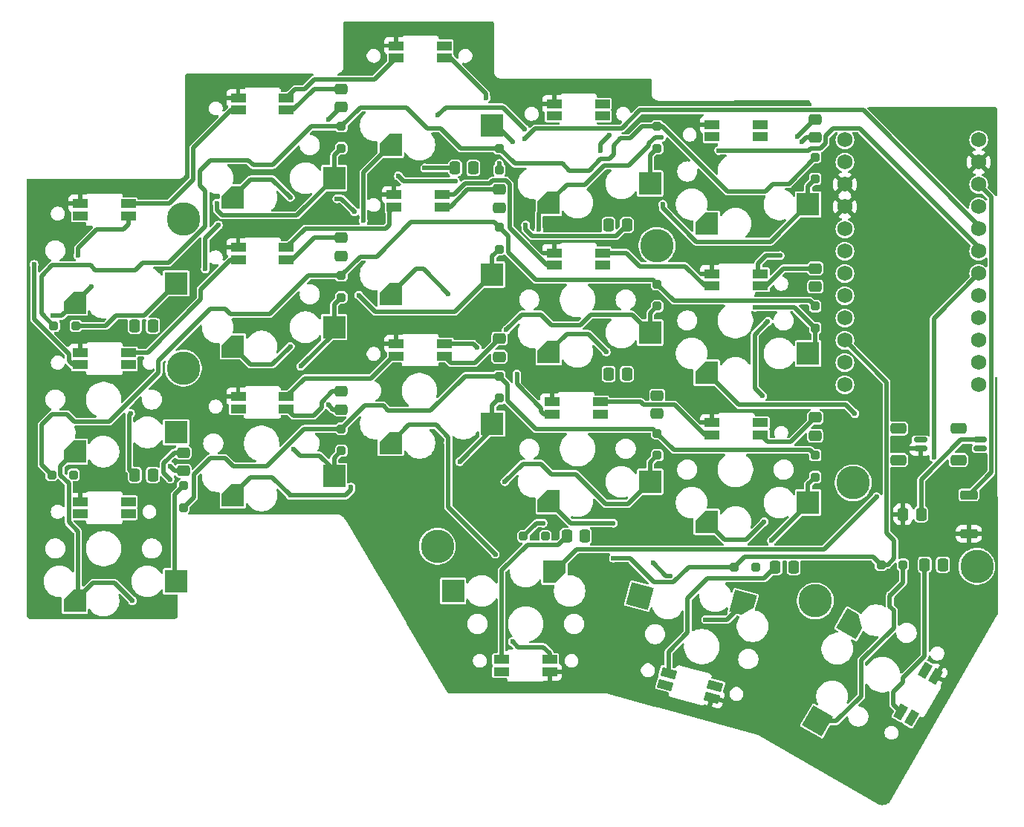
<source format=gtl>
G04 #@! TF.GenerationSoftware,KiCad,Pcbnew,9.0.7*
G04 #@! TF.CreationDate,2026-01-09T00:20:32+01:00*
G04 #@! TF.ProjectId,chocofi,63686f63-6f66-4692-9e6b-696361645f70,2.1*
G04 #@! TF.SameCoordinates,Original*
G04 #@! TF.FileFunction,Copper,L1,Top*
G04 #@! TF.FilePolarity,Positive*
%FSLAX46Y46*%
G04 Gerber Fmt 4.6, Leading zero omitted, Abs format (unit mm)*
G04 Created by KiCad (PCBNEW 9.0.7) date 2026-01-09 00:20:32*
%MOMM*%
%LPD*%
G01*
G04 APERTURE LIST*
G04 Aperture macros list*
%AMRoundRect*
0 Rectangle with rounded corners*
0 $1 Rounding radius*
0 $2 $3 $4 $5 $6 $7 $8 $9 X,Y pos of 4 corners*
0 Add a 4 corners polygon primitive as box body*
4,1,4,$2,$3,$4,$5,$6,$7,$8,$9,$2,$3,0*
0 Add four circle primitives for the rounded corners*
1,1,$1+$1,$2,$3*
1,1,$1+$1,$4,$5*
1,1,$1+$1,$6,$7*
1,1,$1+$1,$8,$9*
0 Add four rect primitives between the rounded corners*
20,1,$1+$1,$2,$3,$4,$5,0*
20,1,$1+$1,$4,$5,$6,$7,0*
20,1,$1+$1,$6,$7,$8,$9,0*
20,1,$1+$1,$8,$9,$2,$3,0*%
%AMRotRect*
0 Rectangle, with rotation*
0 The origin of the aperture is its center*
0 $1 length*
0 $2 width*
0 $3 Rotation angle, in degrees counterclockwise*
0 Add horizontal line*
21,1,$1,$2,0,0,$3*%
%AMOutline5P*
0 Free polygon, 5 corners , with rotation*
0 The origin of the aperture is its center*
0 number of corners: always 5*
0 $1 to $10 corner X, Y*
0 $11 Rotation angle, in degrees counterclockwise*
0 create outline with 5 corners*
4,1,5,$1,$2,$3,$4,$5,$6,$7,$8,$9,$10,$1,$2,$11*%
%AMOutline6P*
0 Free polygon, 6 corners , with rotation*
0 The origin of the aperture is its center*
0 number of corners: always 6*
0 $1 to $12 corner X, Y*
0 $13 Rotation angle, in degrees counterclockwise*
0 create outline with 6 corners*
4,1,6,$1,$2,$3,$4,$5,$6,$7,$8,$9,$10,$11,$12,$1,$2,$13*%
%AMOutline7P*
0 Free polygon, 7 corners , with rotation*
0 The origin of the aperture is its center*
0 number of corners: always 7*
0 $1 to $14 corner X, Y*
0 $15 Rotation angle, in degrees counterclockwise*
0 create outline with 7 corners*
4,1,7,$1,$2,$3,$4,$5,$6,$7,$8,$9,$10,$11,$12,$13,$14,$1,$2,$15*%
%AMOutline8P*
0 Free polygon, 8 corners , with rotation*
0 The origin of the aperture is its center*
0 number of corners: always 8*
0 $1 to $16 corner X, Y*
0 $17 Rotation angle, in degrees counterclockwise*
0 create outline with 8 corners*
4,1,8,$1,$2,$3,$4,$5,$6,$7,$8,$9,$10,$11,$12,$13,$14,$15,$16,$1,$2,$17*%
G04 Aperture macros list end*
G04 #@! TA.AperFunction,ComponentPad*
%ADD10R,1.700000X1.000000*%
G04 #@! TD*
G04 #@! TA.AperFunction,SMDPad,CuDef*
%ADD11RoundRect,0.250000X-0.337500X-0.475000X0.337500X-0.475000X0.337500X0.475000X-0.337500X0.475000X0*%
G04 #@! TD*
G04 #@! TA.AperFunction,SMDPad,CuDef*
%ADD12Outline5P,-1.300000X0.130000X-0.130000X1.300000X1.300000X1.300000X1.300000X-1.300000X-1.300000X-1.300000X0.000000*%
G04 #@! TD*
G04 #@! TA.AperFunction,SMDPad,CuDef*
%ADD13R,2.600000X2.600000*%
G04 #@! TD*
G04 #@! TA.AperFunction,ComponentPad*
%ADD14C,3.800000*%
G04 #@! TD*
G04 #@! TA.AperFunction,SMDPad,CuDef*
%ADD15RoundRect,0.250000X-0.250000X0.250000X-0.250000X-0.250000X0.250000X-0.250000X0.250000X0.250000X0*%
G04 #@! TD*
G04 #@! TA.AperFunction,ComponentPad*
%ADD16RoundRect,0.150000X0.625000X-0.150000X0.625000X0.150000X-0.625000X0.150000X-0.625000X-0.150000X0*%
G04 #@! TD*
G04 #@! TA.AperFunction,ComponentPad*
%ADD17RoundRect,0.250000X0.650000X-0.350000X0.650000X0.350000X-0.650000X0.350000X-0.650000X-0.350000X0*%
G04 #@! TD*
G04 #@! TA.AperFunction,SMDPad,CuDef*
%ADD18RoundRect,0.250000X0.250000X-0.250000X0.250000X0.250000X-0.250000X0.250000X-0.250000X-0.250000X0*%
G04 #@! TD*
G04 #@! TA.AperFunction,SMDPad,CuDef*
%ADD19RoundRect,0.250000X-0.250000X-0.250000X0.250000X-0.250000X0.250000X0.250000X-0.250000X0.250000X0*%
G04 #@! TD*
G04 #@! TA.AperFunction,SMDPad,CuDef*
%ADD20RoundRect,0.250000X-0.475000X0.337500X-0.475000X-0.337500X0.475000X-0.337500X0.475000X0.337500X0*%
G04 #@! TD*
G04 #@! TA.AperFunction,SMDPad,CuDef*
%ADD21Outline5P,-1.300000X0.130000X-0.130000X1.300000X1.300000X1.300000X1.300000X-1.300000X-1.300000X-1.300000X165.000000*%
G04 #@! TD*
G04 #@! TA.AperFunction,SMDPad,CuDef*
%ADD22RotRect,2.600000X2.600000X165.000000*%
G04 #@! TD*
G04 #@! TA.AperFunction,ComponentPad*
%ADD23RotRect,1.700000X1.000000X165.000000*%
G04 #@! TD*
G04 #@! TA.AperFunction,SMDPad,CuDef*
%ADD24Outline5P,-1.300000X0.130000X-0.130000X1.300000X1.300000X1.300000X1.300000X-1.300000X-1.300000X-1.300000X180.000000*%
G04 #@! TD*
G04 #@! TA.AperFunction,ComponentPad*
%ADD25C,1.752600*%
G04 #@! TD*
G04 #@! TA.AperFunction,SMDPad,CuDef*
%ADD26Outline5P,-1.300000X0.130000X-0.130000X1.300000X1.300000X1.300000X1.300000X-1.300000X-1.300000X-1.300000X240.000000*%
G04 #@! TD*
G04 #@! TA.AperFunction,SMDPad,CuDef*
%ADD27RotRect,2.600000X2.600000X240.000000*%
G04 #@! TD*
G04 #@! TA.AperFunction,ComponentPad*
%ADD28RotRect,1.700000X1.000000X240.000000*%
G04 #@! TD*
G04 #@! TA.AperFunction,ComponentPad*
%ADD29RoundRect,0.250000X-0.750000X0.275000X-0.750000X-0.275000X0.750000X-0.275000X0.750000X0.275000X0*%
G04 #@! TD*
G04 #@! TA.AperFunction,ViaPad*
%ADD30C,0.600000*%
G04 #@! TD*
G04 #@! TA.AperFunction,Conductor*
%ADD31C,0.500000*%
G04 #@! TD*
G04 APERTURE END LIST*
D10*
X106750000Y-53000000D03*
X106750000Y-54400000D03*
X101250000Y-54400000D03*
X101250000Y-53000000D03*
X124500000Y-64050000D03*
X124500000Y-65450000D03*
X119000000Y-65450000D03*
X119000000Y-64050000D03*
D11*
X179462500Y-106250000D03*
X181537500Y-106250000D03*
D12*
X136635000Y-64970000D03*
D13*
X148185000Y-62770000D03*
D14*
X148971000Y-69850000D03*
D15*
X167000000Y-59750000D03*
X167000000Y-62250000D03*
D12*
X100635000Y-98350000D03*
D13*
X112185000Y-96150000D03*
D16*
X179000000Y-93000000D03*
X179000000Y-92000000D03*
D17*
X176475000Y-94300000D03*
X176475000Y-90700000D03*
D11*
X89462500Y-96000000D03*
X91537500Y-96000000D03*
X125962500Y-61000000D03*
X128037500Y-61000000D03*
D15*
X131000000Y-84750000D03*
X131000000Y-87250000D03*
D18*
X95000000Y-99750000D03*
X95000000Y-97250000D03*
D14*
X185420000Y-106426000D03*
D19*
X174500000Y-106250000D03*
X177000000Y-106250000D03*
D20*
X113000000Y-68962500D03*
X113000000Y-71037500D03*
D15*
X149000000Y-56250000D03*
X149000000Y-58750000D03*
D10*
X106750000Y-70050000D03*
X106750000Y-71450000D03*
X101250000Y-71450000D03*
X101250000Y-70050000D03*
D21*
X158763380Y-110680374D03*
D22*
X147037535Y-109816051D03*
D23*
X149912531Y-119964396D03*
X150274877Y-118612101D03*
X155587469Y-120035604D03*
X155225123Y-121387899D03*
D14*
X123952000Y-104140000D03*
D10*
X160750000Y-90050000D03*
X160750000Y-91450000D03*
X155250000Y-91450000D03*
X155250000Y-90050000D03*
D11*
X143462500Y-84500000D03*
X145537500Y-84500000D03*
D19*
X80250000Y-79000000D03*
X82750000Y-79000000D03*
D24*
X137285000Y-107040000D03*
D13*
X125735000Y-109240000D03*
D20*
X113000000Y-51962500D03*
X113000000Y-54037500D03*
D10*
X88750000Y-65050000D03*
X88750000Y-66450000D03*
X83250000Y-66450000D03*
X83250000Y-65050000D03*
D14*
X167005000Y-110363000D03*
X171323000Y-96901000D03*
D25*
X170380000Y-57800000D03*
X170380000Y-60340000D03*
X170380000Y-62880000D03*
X170380000Y-65420000D03*
X170380000Y-67960000D03*
X170380000Y-70500000D03*
X170380000Y-73040000D03*
X170380000Y-75580000D03*
X170380000Y-78120000D03*
X170380000Y-80660000D03*
X170380000Y-83200000D03*
X170380000Y-85740000D03*
X185620000Y-85740000D03*
X185620000Y-83200000D03*
X185620000Y-80660000D03*
X185620000Y-78120000D03*
X185620000Y-75580000D03*
X185620000Y-73040000D03*
X185620000Y-70500000D03*
X185620000Y-67960000D03*
X185620000Y-65420000D03*
X185620000Y-62880000D03*
X185620000Y-60340000D03*
X185620000Y-57800000D03*
D19*
X133750000Y-103000000D03*
X136250000Y-103000000D03*
D12*
X136635000Y-98975000D03*
D13*
X148185000Y-96775000D03*
D10*
X124750000Y-81050000D03*
X124750000Y-82450000D03*
X119250000Y-82450000D03*
X119250000Y-81050000D03*
D15*
X113000000Y-73250000D03*
X113000000Y-75750000D03*
D12*
X154635000Y-84350000D03*
D13*
X166185000Y-82150000D03*
D15*
X167000000Y-76750000D03*
X167000000Y-79250000D03*
D12*
X82635000Y-76350000D03*
D13*
X94185000Y-74150000D03*
D12*
X118635000Y-58350000D03*
D13*
X130185000Y-56150000D03*
D10*
X88750000Y-82050000D03*
X88750000Y-83450000D03*
X83250000Y-83450000D03*
X83250000Y-82050000D03*
X160750000Y-56050000D03*
X160750000Y-57450000D03*
X155250000Y-57450000D03*
X155250000Y-56050000D03*
D12*
X82635000Y-93350000D03*
D13*
X94185000Y-91150000D03*
D10*
X160750000Y-73050000D03*
X160750000Y-74450000D03*
X155250000Y-74450000D03*
X155250000Y-73050000D03*
D12*
X118635000Y-92350000D03*
D13*
X130185000Y-90150000D03*
D20*
X167000000Y-55462500D03*
X167000000Y-57537500D03*
D11*
X162462500Y-106500000D03*
X164537500Y-106500000D03*
X177000000Y-100500000D03*
X179075000Y-100500000D03*
D20*
X149000000Y-86962500D03*
X149000000Y-89037500D03*
D12*
X100635000Y-81350000D03*
D13*
X112185000Y-79150000D03*
D15*
X113000000Y-56250000D03*
X113000000Y-58750000D03*
X167000000Y-93750000D03*
X167000000Y-96250000D03*
X131000000Y-67750000D03*
X131000000Y-70250000D03*
D10*
X131250000Y-118450000D03*
X131250000Y-117050000D03*
X136750000Y-117050000D03*
X136750000Y-118450000D03*
D12*
X154635000Y-67350000D03*
D13*
X166185000Y-65150000D03*
D26*
X171144649Y-112978767D03*
D27*
X167274905Y-124081360D03*
D20*
X131000000Y-63462500D03*
X131000000Y-65537500D03*
X167000000Y-89462500D03*
X167000000Y-91537500D03*
X131000000Y-80462500D03*
X131000000Y-82537500D03*
D10*
X142500000Y-87675000D03*
X142500000Y-89075000D03*
X137000000Y-89075000D03*
X137000000Y-87675000D03*
D19*
X157750000Y-106500000D03*
X160250000Y-106500000D03*
D15*
X149000000Y-91250000D03*
X149000000Y-93750000D03*
D20*
X113000000Y-86462500D03*
X113000000Y-88537500D03*
D15*
X131000000Y-58750000D03*
X131000000Y-61250000D03*
D16*
X185825000Y-93000000D03*
X185825000Y-92000000D03*
D17*
X183300000Y-94300000D03*
X183300000Y-90700000D03*
D12*
X136635000Y-81970000D03*
D13*
X148185000Y-79770000D03*
D10*
X106750000Y-87050000D03*
X106750000Y-88450000D03*
X101250000Y-88450000D03*
X101250000Y-87050000D03*
D14*
X95000000Y-83820000D03*
X95000000Y-66802000D03*
D10*
X142750000Y-70675000D03*
X142750000Y-72075000D03*
X137250000Y-72075000D03*
X137250000Y-70675000D03*
D19*
X80000000Y-96000000D03*
X82500000Y-96000000D03*
D15*
X113000000Y-90750000D03*
X113000000Y-93250000D03*
D10*
X142750000Y-53675000D03*
X142750000Y-55075000D03*
X137250000Y-55075000D03*
X137250000Y-53675000D03*
D15*
X149000000Y-74250000D03*
X149000000Y-76750000D03*
D28*
X177981218Y-123731570D03*
X176768782Y-123031570D03*
X179518782Y-118268430D03*
X180731218Y-118968430D03*
D11*
X138675000Y-103000000D03*
X140750000Y-103000000D03*
D10*
X88750000Y-99050000D03*
X88750000Y-100450000D03*
X83250000Y-100450000D03*
X83250000Y-99050000D03*
D12*
X100635000Y-64350000D03*
D13*
X112185000Y-62150000D03*
D12*
X82635000Y-110350000D03*
D13*
X94185000Y-108150000D03*
D11*
X143462500Y-67500000D03*
X145537500Y-67500000D03*
D20*
X167000000Y-72462500D03*
X167000000Y-74537500D03*
D12*
X154635000Y-101350000D03*
D13*
X166185000Y-99150000D03*
D11*
X89462500Y-79000000D03*
X91537500Y-79000000D03*
D29*
X184500000Y-98275000D03*
X184500000Y-102725000D03*
D20*
X95000000Y-93462500D03*
X95000000Y-95537500D03*
D12*
X118635000Y-75350000D03*
D13*
X130185000Y-73150000D03*
D10*
X124750000Y-47050000D03*
X124750000Y-48450000D03*
X119250000Y-48450000D03*
X119250000Y-47050000D03*
D30*
X167000000Y-59750000D03*
X167000000Y-76750000D03*
X89462500Y-79000000D03*
X83000000Y-71000000D03*
X167000000Y-93750000D03*
X136000000Y-101500000D03*
X174500000Y-106250000D03*
X144000000Y-105500000D03*
X129500000Y-53000000D03*
X122500000Y-61000000D03*
X143500000Y-57226000D03*
X143462500Y-67500000D03*
X142500000Y-59000000D03*
X164934313Y-57434313D03*
X89000000Y-89000000D03*
X150469669Y-55469669D03*
X150500000Y-95000000D03*
X108000000Y-51000000D03*
X148000000Y-53500000D03*
X176000000Y-62500000D03*
X101500000Y-61500000D03*
X130500000Y-92500000D03*
X179500000Y-59000000D03*
X94000000Y-87000000D03*
X115000000Y-49500000D03*
X90000000Y-85000000D03*
X117500000Y-67000000D03*
X90000000Y-85000000D03*
X98500000Y-52000000D03*
X97000000Y-55500000D03*
X153000000Y-87000000D03*
X145537500Y-84500000D03*
X149000000Y-89037500D03*
X134000000Y-67500000D03*
X181537500Y-106250000D03*
X113000000Y-71037500D03*
X93500000Y-95000000D03*
X113000000Y-54037500D03*
X140750000Y-103000000D03*
X167000000Y-91537500D03*
X165500000Y-58000000D03*
X114500000Y-66000000D03*
X131000000Y-65537500D03*
X131000000Y-82537500D03*
X91537500Y-79000000D03*
X111500000Y-55500000D03*
X167000000Y-74537500D03*
X164537500Y-106500000D03*
X112500000Y-64500000D03*
X128037500Y-61000000D03*
X111500000Y-88000000D03*
X91537500Y-96000000D03*
X145537500Y-67500000D03*
X84500000Y-74500000D03*
X82635000Y-93350000D03*
X89185000Y-110350000D03*
X80155331Y-77844669D03*
X133868874Y-57673785D03*
X133898774Y-56583223D03*
X99000000Y-67500000D03*
X100635000Y-64350000D03*
X107185000Y-81350000D03*
X107185000Y-64350000D03*
X107185000Y-98350000D03*
X114110607Y-97389393D03*
X97500000Y-72500000D03*
X124000000Y-55000000D03*
X156000000Y-59000000D03*
X125185000Y-92350000D03*
X118635000Y-58350000D03*
X137285000Y-107040000D03*
X125185000Y-75350000D03*
X130548926Y-105048926D03*
X180500000Y-94000000D03*
X118635000Y-92350000D03*
X115500000Y-67000000D03*
X174000000Y-98500000D03*
X143185000Y-81970000D03*
X154500000Y-112500000D03*
X136635000Y-64970000D03*
X149500000Y-57500000D03*
X150500000Y-107500000D03*
X144000000Y-101500000D03*
X148500000Y-106000000D03*
X136635000Y-81970000D03*
X135500000Y-68000000D03*
X154635000Y-84350000D03*
X154635000Y-67350000D03*
X171144649Y-112978767D03*
X161185000Y-101350000D03*
X171500000Y-89000000D03*
X143462500Y-84500000D03*
X93500000Y-96500000D03*
X149000000Y-86962500D03*
X82750000Y-79000000D03*
X108387169Y-83612831D03*
X126500000Y-94500000D03*
X161000000Y-87000000D03*
X163000000Y-71000000D03*
X161609000Y-78500000D03*
X133000000Y-84500000D03*
X128500000Y-81500000D03*
X132500000Y-115000000D03*
X98835000Y-65000000D03*
X119500000Y-61899000D03*
X132500000Y-58000000D03*
X126000000Y-62500000D03*
X131000000Y-60500000D03*
X148185000Y-62770000D03*
X149635000Y-65150000D03*
X82500000Y-96000000D03*
X94185000Y-91150000D03*
X115000000Y-75500000D03*
X131804133Y-79446371D03*
X160154226Y-76884500D03*
X94086705Y-108149461D03*
X112528107Y-95806893D03*
X107537281Y-93037281D03*
X131635000Y-96775000D03*
X162000000Y-103500000D03*
X125735000Y-109240000D03*
X136250000Y-103000000D03*
X147037535Y-109816051D03*
X160250000Y-106500000D03*
X175549905Y-109748640D03*
X175549905Y-109748640D03*
X78000000Y-72000000D03*
D31*
X144829314Y-57618100D02*
X145881900Y-57618100D01*
X98062497Y-60096951D02*
X102403050Y-60096951D01*
X93324917Y-71801900D02*
X97500000Y-67626817D01*
X84971599Y-72665500D02*
X89493948Y-72665500D01*
X131000000Y-58750000D02*
X132750000Y-60500000D01*
X143500000Y-60000000D02*
X144008100Y-59491900D01*
X124359448Y-56500000D02*
X126609448Y-58750000D01*
X122806099Y-56500000D02*
X124359448Y-56500000D01*
X141214500Y-61285500D02*
X142500000Y-60000000D01*
X167000000Y-59792586D02*
X167000000Y-59750000D01*
X162198100Y-62801900D02*
X163990686Y-62801900D01*
X113000000Y-56250000D02*
X115151000Y-54099000D01*
X142500000Y-60000000D02*
X143500000Y-60000000D01*
X163990686Y-62801900D02*
X167000000Y-59792586D01*
X102403050Y-60096951D02*
X102971599Y-60665500D01*
X105161914Y-60665500D02*
X109577414Y-56250000D01*
X115151000Y-54099000D02*
X120405099Y-54099000D01*
X145881900Y-57618100D02*
X147250000Y-56250000D01*
X109577414Y-56250000D02*
X113000000Y-56250000D01*
X97500000Y-67626817D02*
X97500000Y-63640552D01*
X96859000Y-62999552D02*
X96859000Y-61300448D01*
X97500000Y-63640552D02*
X96859000Y-62999552D01*
X156971599Y-63665500D02*
X161334500Y-63665500D01*
X144008100Y-58439314D02*
X144829314Y-57618100D01*
X161334500Y-63665500D02*
X162198100Y-62801900D01*
X149556099Y-56250000D02*
X156971599Y-63665500D01*
X78859000Y-77609000D02*
X78859000Y-73300448D01*
X120405099Y-54099000D02*
X122806099Y-56500000D01*
X147250000Y-56250000D02*
X149000000Y-56250000D01*
X96859000Y-61300448D02*
X98062497Y-60096951D01*
X84403050Y-72096951D02*
X84971599Y-72665500D01*
X80250000Y-79000000D02*
X78859000Y-77609000D01*
X90357548Y-71801900D02*
X93324917Y-71801900D01*
X149000000Y-56250000D02*
X149556099Y-56250000D01*
X138186099Y-60500000D02*
X138971599Y-61285500D01*
X126609448Y-58750000D02*
X131000000Y-58750000D01*
X144008100Y-59491900D02*
X144008100Y-58439314D01*
X102971599Y-60665500D02*
X105161914Y-60665500D01*
X80062497Y-72096951D02*
X84403050Y-72096951D01*
X132750000Y-60500000D02*
X138186099Y-60500000D01*
X89493948Y-72665500D02*
X90357548Y-71801900D01*
X138971599Y-61285500D02*
X141214500Y-61285500D01*
X78859000Y-73300448D02*
X80062497Y-72096951D01*
X149000000Y-74250000D02*
X148504500Y-73754500D01*
X78859000Y-90300448D02*
X78859000Y-94859000D01*
X78859000Y-94859000D02*
X80000000Y-96000000D01*
X166384500Y-76134500D02*
X150884500Y-76134500D01*
X115151000Y-71099000D02*
X113000000Y-73250000D01*
X82580276Y-89919724D02*
X81759552Y-89099000D01*
X135144808Y-73754500D02*
X132000000Y-70609692D01*
X98060448Y-77099000D02*
X92176300Y-82983148D01*
X104848401Y-77665500D02*
X100326052Y-77665500D01*
X99759552Y-77099000D02*
X98060448Y-77099000D01*
X92176300Y-84337601D02*
X86594177Y-89919724D01*
X132000000Y-68750000D02*
X131000000Y-67750000D01*
X150884500Y-76134500D02*
X149000000Y-74250000D01*
X130384500Y-67134500D02*
X120971599Y-67134500D01*
X132000000Y-70609692D02*
X132000000Y-68750000D01*
X148504500Y-73754500D02*
X135144808Y-73754500D01*
X117007099Y-71099000D02*
X115151000Y-71099000D01*
X120971599Y-67134500D02*
X117007099Y-71099000D01*
X81759552Y-89099000D02*
X80060448Y-89099000D01*
X100326052Y-77665500D02*
X99759552Y-77099000D01*
X131000000Y-67750000D02*
X130384500Y-67134500D01*
X80060448Y-89099000D02*
X78859000Y-90300448D01*
X113000000Y-73250000D02*
X109263901Y-73250000D01*
X109263901Y-73250000D02*
X104848401Y-77665500D01*
X167000000Y-76750000D02*
X166384500Y-76134500D01*
X86594177Y-89919724D02*
X82580276Y-89919724D01*
X92176300Y-82983148D02*
X92176300Y-84337601D01*
X85106099Y-68000000D02*
X83000000Y-70106099D01*
X88750000Y-67450000D02*
X88200000Y-68000000D01*
X88750000Y-66450000D02*
X88750000Y-67450000D01*
X83000000Y-70106099D02*
X83000000Y-71000000D01*
X88200000Y-68000000D02*
X85106099Y-68000000D01*
X131000000Y-84750000D02*
X127077414Y-84750000D01*
X96176000Y-98574000D02*
X95000000Y-99750000D01*
X149000000Y-91250000D02*
X148509500Y-90759500D01*
X127077414Y-84750000D02*
X123161914Y-88665500D01*
X148509500Y-90759500D02*
X135144808Y-90759500D01*
X98060448Y-94099000D02*
X96176000Y-95983448D01*
X99759552Y-94099000D02*
X98060448Y-94099000D01*
X117759552Y-88099000D02*
X115651000Y-88099000D01*
X115651000Y-88099000D02*
X113000000Y-90750000D01*
X166384500Y-93134500D02*
X167000000Y-93750000D01*
X113000000Y-90750000D02*
X108763901Y-90750000D01*
X135144808Y-90759500D02*
X131951000Y-87565692D01*
X131951000Y-87565692D02*
X131951000Y-85701000D01*
X104513901Y-95000000D02*
X100660552Y-95000000D01*
X100660552Y-95000000D02*
X99759552Y-94099000D01*
X123161914Y-88665500D02*
X118326052Y-88665500D01*
X108763901Y-90750000D02*
X104513901Y-95000000D01*
X131951000Y-85701000D02*
X131000000Y-84750000D01*
X149000000Y-91250000D02*
X150884500Y-93134500D01*
X118326052Y-88665500D02*
X117759552Y-88099000D01*
X96176000Y-95983448D02*
X96176000Y-98574000D01*
X150884500Y-93134500D02*
X166384500Y-93134500D01*
X109887808Y-51962500D02*
X113000000Y-51962500D01*
X106750000Y-54400000D02*
X107450308Y-54400000D01*
X107450308Y-54400000D02*
X109887808Y-51962500D01*
X150811075Y-108251000D02*
X148621702Y-108251000D01*
X135250000Y-101500000D02*
X133750000Y-103000000D01*
X145870702Y-105500000D02*
X144000000Y-105500000D01*
X173574000Y-105324000D02*
X158926000Y-105324000D01*
X174500000Y-106250000D02*
X173574000Y-105324000D01*
X176000000Y-105500000D02*
X176000000Y-103500000D01*
X157750000Y-106500000D02*
X152562075Y-106500000D01*
X175124000Y-102624000D02*
X175124000Y-85404000D01*
X152562075Y-106500000D02*
X150811075Y-108251000D01*
X136000000Y-101500000D02*
X135250000Y-101500000D01*
X148621702Y-108251000D02*
X145870702Y-105500000D01*
X175250000Y-106250000D02*
X176000000Y-105500000D01*
X158926000Y-105324000D02*
X157750000Y-106500000D01*
X174500000Y-106250000D02*
X175250000Y-106250000D01*
X175124000Y-85404000D02*
X170380000Y-80660000D01*
X176000000Y-103500000D02*
X175124000Y-102624000D01*
X129500000Y-52507414D02*
X129500000Y-53000000D01*
X125442586Y-48450000D02*
X129500000Y-52507414D01*
X124750000Y-48450000D02*
X125442586Y-48450000D01*
X122500000Y-61000000D02*
X125962500Y-61000000D01*
X143500000Y-57226000D02*
X142500000Y-58226000D01*
X142500000Y-58226000D02*
X142500000Y-59000000D01*
X164934313Y-57434313D02*
X166906126Y-55462500D01*
X166906126Y-55462500D02*
X167000000Y-55462500D01*
X89462500Y-96000000D02*
X88859000Y-95396500D01*
X88859000Y-89141000D02*
X89000000Y-89000000D01*
X88859000Y-95396500D02*
X88859000Y-89141000D01*
X106750000Y-71450000D02*
X107400308Y-71450000D01*
X107400308Y-71450000D02*
X109887808Y-68962500D01*
X109887808Y-68962500D02*
X113000000Y-68962500D01*
X127387808Y-63462500D02*
X125400308Y-65450000D01*
X125400308Y-65450000D02*
X124500000Y-65450000D01*
X131000000Y-63462500D02*
X127387808Y-63462500D01*
X99500000Y-51000000D02*
X108000000Y-51000000D01*
X98500000Y-52000000D02*
X99500000Y-51000000D01*
X112500000Y-64500000D02*
X113000000Y-64500000D01*
X94037500Y-95537500D02*
X93500000Y-95000000D01*
X145537500Y-67500000D02*
X144286500Y-68751000D01*
X113000000Y-64500000D02*
X114500000Y-66000000D01*
X134000000Y-68000000D02*
X134000000Y-67500000D01*
X113000000Y-88537500D02*
X112037500Y-88537500D01*
X95000000Y-95537500D02*
X94037500Y-95537500D01*
X112037500Y-88537500D02*
X111500000Y-88000000D01*
X167000000Y-57537500D02*
X165962500Y-57537500D01*
X112962500Y-54037500D02*
X111500000Y-55500000D01*
X144286500Y-68751000D02*
X134751000Y-68751000D01*
X165962500Y-57537500D02*
X165500000Y-58000000D01*
X113000000Y-54037500D02*
X112962500Y-54037500D01*
X134751000Y-68751000D02*
X134000000Y-68000000D01*
X84500000Y-74500000D02*
X84485000Y-74500000D01*
X83000000Y-109985000D02*
X83000000Y-102452000D01*
X81000000Y-94985000D02*
X82635000Y-93350000D01*
X82635000Y-110350000D02*
X84686000Y-108299000D01*
X87134000Y-108299000D02*
X89185000Y-110350000D01*
X80155331Y-77844669D02*
X81140331Y-77844669D01*
X82635000Y-110350000D02*
X83000000Y-109985000D01*
X147043084Y-54386608D02*
X144953692Y-56476000D01*
X84686000Y-108299000D02*
X87134000Y-108299000D01*
X172466608Y-54386608D02*
X147043084Y-54386608D01*
X185620000Y-67540000D02*
X172466608Y-54386608D01*
X81949000Y-96947292D02*
X81000000Y-95998292D01*
X83000000Y-102452000D02*
X81949000Y-101401000D01*
X84485000Y-74500000D02*
X82635000Y-76350000D01*
X185620000Y-67960000D02*
X185620000Y-67540000D01*
X81949000Y-101401000D02*
X81949000Y-96947292D01*
X81140331Y-77844669D02*
X82635000Y-76350000D01*
X81000000Y-95998292D02*
X81000000Y-94985000D01*
X144953692Y-56476000D02*
X135066659Y-56476000D01*
X135066659Y-56476000D02*
X133868874Y-57673785D01*
X102686000Y-96299000D02*
X105134000Y-96299000D01*
X114110607Y-97726393D02*
X113487000Y-98350000D01*
X185620000Y-70500000D02*
X185620000Y-70060000D01*
X114110607Y-97389393D02*
X114110607Y-97726393D01*
X113487000Y-98350000D02*
X107185000Y-98350000D01*
X185620000Y-70060000D02*
X172032700Y-56472700D01*
X102686000Y-62299000D02*
X105134000Y-62299000D01*
X172032700Y-56472700D02*
X169027300Y-56472700D01*
X97500000Y-69000000D02*
X99000000Y-67500000D01*
X105134000Y-62299000D02*
X107185000Y-64350000D01*
X100635000Y-81350000D02*
X102686000Y-83401000D01*
X169027300Y-56472700D02*
X168176000Y-57324000D01*
X168176000Y-58170292D02*
X167547292Y-58799000D01*
X97500000Y-72500000D02*
X97500000Y-69000000D01*
X167547292Y-58799000D02*
X166452708Y-58799000D01*
X133898774Y-56583223D02*
X131414551Y-54099000D01*
X105134000Y-96299000D02*
X107185000Y-98350000D01*
X168176000Y-57324000D02*
X168176000Y-58170292D01*
X166452708Y-58799000D02*
X166251708Y-59000000D01*
X102686000Y-83401000D02*
X105134000Y-83401000D01*
X166251708Y-59000000D02*
X156000000Y-59000000D01*
X100635000Y-64350000D02*
X102686000Y-62299000D01*
X100635000Y-98350000D02*
X102686000Y-96299000D01*
X105134000Y-83401000D02*
X107185000Y-81350000D01*
X131414551Y-54099000D02*
X124901000Y-54099000D01*
X124901000Y-54099000D02*
X124000000Y-55000000D01*
X118635000Y-75350000D02*
X121485000Y-72500000D01*
X139825000Y-104500000D02*
X168000000Y-104500000D01*
X118635000Y-58350000D02*
X115500000Y-61485000D01*
X180500000Y-78160000D02*
X185620000Y-73040000D01*
X121485000Y-72500000D02*
X122335000Y-72500000D01*
X125185000Y-99685000D02*
X125185000Y-92350000D01*
X120686000Y-90299000D02*
X123799000Y-90299000D01*
X168000000Y-104500000D02*
X174000000Y-98500000D01*
X118635000Y-92350000D02*
X120686000Y-90299000D01*
X137285000Y-107040000D02*
X139825000Y-104500000D01*
X123799000Y-90299000D02*
X125185000Y-91685000D01*
X115500000Y-61485000D02*
X115500000Y-67000000D01*
X130548926Y-105048926D02*
X125185000Y-99685000D01*
X125185000Y-91685000D02*
X125185000Y-92350000D01*
X180500000Y-94000000D02*
X180500000Y-78160000D01*
X122335000Y-72500000D02*
X125185000Y-75350000D01*
X142959552Y-60719000D02*
X140759552Y-62919000D01*
X145759552Y-60719000D02*
X142959552Y-60719000D01*
X140759552Y-62919000D02*
X138686000Y-62919000D01*
X135500000Y-68000000D02*
X135500000Y-66105000D01*
X138686000Y-79919000D02*
X141134000Y-79919000D01*
X148751708Y-57500000D02*
X148049000Y-58202708D01*
X136635000Y-81970000D02*
X138686000Y-79919000D01*
X138686000Y-62919000D02*
X136635000Y-64970000D01*
X150000000Y-107500000D02*
X148500000Y-106000000D01*
X136635000Y-98975000D02*
X139160000Y-101500000D01*
X150500000Y-107500000D02*
X150000000Y-107500000D01*
X149500000Y-57500000D02*
X148751708Y-57500000D01*
X158763380Y-110680374D02*
X156943754Y-112500000D01*
X135500000Y-66105000D02*
X136635000Y-64970000D01*
X148049000Y-58429552D02*
X145759552Y-60719000D01*
X148049000Y-58202708D02*
X148049000Y-58429552D01*
X156943754Y-112500000D02*
X154500000Y-112500000D01*
X139160000Y-101500000D02*
X144000000Y-101500000D01*
X141134000Y-79919000D02*
X143185000Y-81970000D01*
X170500000Y-88000000D02*
X158285000Y-88000000D01*
X156686000Y-103401000D02*
X159134000Y-103401000D01*
X158285000Y-88000000D02*
X154635000Y-84350000D01*
X159134000Y-103401000D02*
X161185000Y-101350000D01*
X154635000Y-101350000D02*
X156686000Y-103401000D01*
X171500000Y-89000000D02*
X170500000Y-88000000D01*
X167000000Y-72462500D02*
X163387808Y-72462500D01*
X161400308Y-74450000D02*
X160750000Y-74450000D01*
X163387808Y-72462500D02*
X161400308Y-74450000D01*
X184500000Y-98275000D02*
X187051000Y-95724000D01*
X187051000Y-64311000D02*
X185620000Y-62880000D01*
X187051000Y-95724000D02*
X187051000Y-64311000D01*
X92749000Y-94688925D02*
X93975425Y-93462500D01*
X93500000Y-96500000D02*
X92749000Y-95749000D01*
X92749000Y-95749000D02*
X92749000Y-94688925D01*
X93975425Y-93462500D02*
X95000000Y-93462500D01*
X111975425Y-86462500D02*
X113000000Y-86462500D01*
X107546300Y-89246300D02*
X109812392Y-89246300D01*
X109812392Y-89246300D02*
X110749000Y-88309692D01*
X110749000Y-88309692D02*
X110749000Y-87688925D01*
X106750000Y-88450000D02*
X107546300Y-89246300D01*
X110749000Y-87688925D02*
X111975425Y-86462500D01*
X125546300Y-83246300D02*
X124750000Y-82450000D01*
X128216200Y-83246300D02*
X125546300Y-83246300D01*
X131000000Y-80462500D02*
X128216200Y-83246300D01*
X167000000Y-89462500D02*
X164216200Y-92246300D01*
X164216200Y-92246300D02*
X161546300Y-92246300D01*
X161546300Y-92246300D02*
X160750000Y-91450000D01*
X131250000Y-106899448D02*
X134198448Y-103951000D01*
X134198448Y-103951000D02*
X137724000Y-103951000D01*
X131250000Y-117050000D02*
X131250000Y-106899448D01*
X137724000Y-103951000D02*
X138675000Y-103000000D01*
X152468049Y-110064113D02*
X152468049Y-113968050D01*
X161180759Y-107781741D02*
X154750421Y-107781741D01*
X162462500Y-106500000D02*
X161180759Y-107781741D01*
X154750421Y-107781741D02*
X152468049Y-110064113D01*
X152468049Y-113968050D02*
X150274877Y-116161222D01*
X150274877Y-116161222D02*
X150274877Y-118612100D01*
X179462500Y-106250000D02*
X179462500Y-116675096D01*
X175916365Y-122179153D02*
X176768782Y-123031570D01*
X177000000Y-119137596D02*
X177000000Y-119653901D01*
X177000000Y-119653901D02*
X175916365Y-120737536D01*
X175916365Y-120737536D02*
X175916365Y-122179153D01*
X179462500Y-116675096D02*
X177000000Y-119137596D01*
X90511000Y-77824000D02*
X87336552Y-77824000D01*
X86160552Y-79000000D02*
X82750000Y-79000000D01*
X87336552Y-77824000D02*
X86160552Y-79000000D01*
X94185000Y-74150000D02*
X90511000Y-77824000D01*
X112185000Y-79815000D02*
X112185000Y-79150000D01*
X112185000Y-79150000D02*
X112185000Y-76565000D01*
X112185000Y-76565000D02*
X113000000Y-75750000D01*
X108387169Y-83612831D02*
X112185000Y-79815000D01*
X130185000Y-90150000D02*
X130185000Y-88065000D01*
X130185000Y-88065000D02*
X131000000Y-87250000D01*
X130185000Y-90815000D02*
X126500000Y-94500000D01*
X130185000Y-90150000D02*
X130185000Y-90815000D01*
X96158000Y-62319183D02*
X96158000Y-58669414D01*
X93427183Y-65050000D02*
X96158000Y-62319183D01*
X96158000Y-58669414D02*
X100427414Y-54400000D01*
X100427414Y-54400000D02*
X101250000Y-54400000D01*
X88750000Y-65050000D02*
X93427183Y-65050000D01*
X107750000Y-52000000D02*
X108826000Y-52000000D01*
X106750000Y-53000000D02*
X107750000Y-52000000D01*
X109902000Y-50924000D02*
X116776000Y-50924000D01*
X116776000Y-50924000D02*
X119250000Y-48450000D01*
X108826000Y-52000000D02*
X109902000Y-50924000D01*
X160500000Y-72800000D02*
X160750000Y-73050000D01*
X160500000Y-71879232D02*
X160500000Y-72800000D01*
X160109000Y-86109000D02*
X160109000Y-80000000D01*
X163000000Y-71000000D02*
X161379232Y-71000000D01*
X160109000Y-80000000D02*
X161609000Y-78500000D01*
X161379232Y-71000000D02*
X160500000Y-71879232D01*
X161000000Y-87000000D02*
X160109000Y-86109000D01*
X90938786Y-82050000D02*
X97008100Y-75980686D01*
X97008100Y-74819314D02*
X100377414Y-71450000D01*
X88750000Y-82050000D02*
X90938786Y-82050000D01*
X100377414Y-71450000D02*
X101250000Y-71450000D01*
X97008100Y-75980686D02*
X97008100Y-74819314D01*
X118500000Y-67500000D02*
X118076000Y-67924000D01*
X118500000Y-65950000D02*
X118500000Y-67500000D01*
X108876000Y-67924000D02*
X106750000Y-70050000D01*
X119000000Y-65450000D02*
X118500000Y-65950000D01*
X118076000Y-67924000D02*
X108876000Y-67924000D01*
X125808944Y-64050000D02*
X124500000Y-64050000D01*
X131772292Y-62424000D02*
X130227708Y-62424000D01*
X130227708Y-62424000D02*
X129890208Y-62761500D01*
X129890208Y-62761500D02*
X127097444Y-62761500D01*
X137250000Y-72075000D02*
X136424692Y-72075000D01*
X136424692Y-72075000D02*
X132176000Y-67826308D01*
X132176000Y-67826308D02*
X132176000Y-62827708D01*
X132176000Y-62827708D02*
X131772292Y-62424000D01*
X127097444Y-62761500D02*
X125808944Y-64050000D01*
X146990692Y-72201000D02*
X145464692Y-70675000D01*
X155250000Y-74450000D02*
X154419692Y-74450000D01*
X145464692Y-70675000D02*
X142750000Y-70675000D01*
X154419692Y-74450000D02*
X152170692Y-72201000D01*
X152170692Y-72201000D02*
X146990692Y-72201000D01*
X108800000Y-85000000D02*
X106750000Y-87050000D01*
X118900000Y-82450000D02*
X116350000Y-85000000D01*
X119250000Y-82450000D02*
X118900000Y-82450000D01*
X116350000Y-85000000D02*
X108800000Y-85000000D01*
X136075000Y-89075000D02*
X137000000Y-89075000D01*
X124750000Y-81050000D02*
X128050000Y-81050000D01*
X135736300Y-88391608D02*
X135736300Y-88736300D01*
X133000000Y-85655308D02*
X135736300Y-88391608D01*
X133000000Y-84500000D02*
X133000000Y-85655308D01*
X135736300Y-88736300D02*
X136075000Y-89075000D01*
X128050000Y-81050000D02*
X128500000Y-81500000D01*
X147434692Y-88000000D02*
X147109692Y-87675000D01*
X155250000Y-91450000D02*
X154419692Y-91450000D01*
X154419692Y-91450000D02*
X150969692Y-88000000D01*
X147109692Y-87675000D02*
X142500000Y-87675000D01*
X150969692Y-88000000D02*
X147434692Y-88000000D01*
X136028232Y-115649000D02*
X133149000Y-115649000D01*
X136750000Y-116370768D02*
X136028232Y-115649000D01*
X133149000Y-115649000D02*
X132500000Y-115000000D01*
X136750000Y-117050000D02*
X136750000Y-116370768D01*
X179075000Y-96526708D02*
X179075000Y-100500000D01*
X185825000Y-92000000D02*
X183601708Y-92000000D01*
X183601708Y-92000000D02*
X179075000Y-96526708D01*
X112185000Y-62150000D02*
X107934000Y-66401000D01*
X98835000Y-65787810D02*
X98835000Y-65000000D01*
X99448190Y-66401000D02*
X98835000Y-65787810D01*
X107934000Y-66401000D02*
X99448190Y-66401000D01*
X112185000Y-59565000D02*
X113000000Y-58750000D01*
X112185000Y-62150000D02*
X112185000Y-59565000D01*
X130185000Y-56150000D02*
X130650000Y-56150000D01*
X120101000Y-62500000D02*
X126000000Y-62500000D01*
X119500000Y-61899000D02*
X120101000Y-62500000D01*
X131000000Y-60500000D02*
X131000000Y-61250000D01*
X130650000Y-56150000D02*
X132500000Y-58000000D01*
X148185000Y-62770000D02*
X148185000Y-59565000D01*
X148185000Y-59565000D02*
X149000000Y-58750000D01*
X161934000Y-69401000D02*
X153448190Y-69401000D01*
X166185000Y-63065000D02*
X167000000Y-62250000D01*
X166185000Y-65150000D02*
X161934000Y-69401000D01*
X153448190Y-69401000D02*
X149635000Y-65587810D01*
X149635000Y-65587810D02*
X149635000Y-65150000D01*
X166185000Y-65150000D02*
X166185000Y-63065000D01*
X125934000Y-77401000D02*
X116901000Y-77401000D01*
X130185000Y-73150000D02*
X130185000Y-71065000D01*
X116901000Y-77401000D02*
X115000000Y-75500000D01*
X130185000Y-73150000D02*
X125934000Y-77401000D01*
X130185000Y-71065000D02*
X131000000Y-70250000D01*
X136961000Y-78920448D02*
X135759552Y-77719000D01*
X135759552Y-77719000D02*
X133531504Y-77719000D01*
X146134000Y-77719000D02*
X141414901Y-77719000D01*
X141414901Y-77719000D02*
X140213453Y-78920448D01*
X133531504Y-77719000D02*
X131804133Y-79446371D01*
X140213453Y-78920448D02*
X136961000Y-78920448D01*
X148185000Y-79770000D02*
X146134000Y-77719000D01*
X148185000Y-77565000D02*
X149000000Y-76750000D01*
X148185000Y-79770000D02*
X148185000Y-77565000D01*
X160154226Y-76884500D02*
X164634500Y-76884500D01*
X167000000Y-79250000D02*
X167000000Y-81335000D01*
X164634500Y-76884500D02*
X167000000Y-79250000D01*
X167000000Y-81335000D02*
X166185000Y-82150000D01*
X94000000Y-108062756D02*
X94086705Y-108149461D01*
X95000000Y-97250000D02*
X94000000Y-98250000D01*
X94000000Y-98250000D02*
X94000000Y-108062756D01*
X107537281Y-93037281D02*
X108301900Y-93801900D01*
X108301900Y-93801900D02*
X110523114Y-93801900D01*
X112185000Y-94065000D02*
X113000000Y-93250000D01*
X110523114Y-93801900D02*
X112528107Y-95806893D01*
X112185000Y-96150000D02*
X112185000Y-94065000D01*
X145659552Y-99300448D02*
X143136000Y-99300448D01*
X148185000Y-96775000D02*
X148185000Y-94565000D01*
X148185000Y-94565000D02*
X149000000Y-93750000D01*
X148185000Y-96775000D02*
X145659552Y-99300448D01*
X139761000Y-95925448D02*
X136961000Y-95925448D01*
X136961000Y-95925448D02*
X135759552Y-94724000D01*
X133686000Y-94724000D02*
X131635000Y-96775000D01*
X135759552Y-94724000D02*
X133686000Y-94724000D01*
X143136000Y-99300448D02*
X139761000Y-95925448D01*
X166185000Y-97065000D02*
X167000000Y-96250000D01*
X166185000Y-99315000D02*
X166185000Y-99150000D01*
X166185000Y-99150000D02*
X166185000Y-97065000D01*
X162000000Y-103500000D02*
X166185000Y-99315000D01*
X169399194Y-124081360D02*
X172256447Y-121224107D01*
X167274905Y-124081360D02*
X169399194Y-124081360D01*
X175500000Y-111000000D02*
X175500000Y-109798545D01*
X172256447Y-117141383D02*
X175963405Y-113434425D01*
X175963405Y-111463405D02*
X175500000Y-111000000D01*
X175500000Y-109798545D02*
X175549905Y-109748640D01*
X175963405Y-113434425D02*
X175963405Y-111463405D01*
X172256447Y-121224107D02*
X172256447Y-117141383D01*
X177000000Y-106250000D02*
X177000000Y-108298545D01*
X177000000Y-108298545D02*
X175549905Y-109748640D01*
X81949000Y-82197292D02*
X81949000Y-83001000D01*
X81949000Y-83001000D02*
X82398000Y-83450000D01*
X78000000Y-72000000D02*
X78000000Y-78248292D01*
X78000000Y-78248292D02*
X81949000Y-82197292D01*
X82398000Y-83450000D02*
X83250000Y-83450000D01*
G04 #@! TA.AperFunction,Conductor*
G36*
X169454752Y-56926747D02*
G01*
X169467297Y-56925670D01*
X169487641Y-56936404D01*
X169509710Y-56942885D01*
X169517954Y-56952399D01*
X169529091Y-56958276D01*
X169540402Y-56978306D01*
X169555465Y-56995689D01*
X169557256Y-57008150D01*
X169563449Y-57019115D01*
X169562135Y-57042081D01*
X169565409Y-57064847D01*
X169560083Y-57077968D01*
X169559460Y-57088870D01*
X169542990Y-57120083D01*
X169523397Y-57147052D01*
X169459038Y-57235633D01*
X169382091Y-57386649D01*
X169329713Y-57547848D01*
X169303200Y-57715248D01*
X169303200Y-57884751D01*
X169329713Y-58052151D01*
X169365633Y-58162700D01*
X169382090Y-58213348D01*
X169459038Y-58364366D01*
X169558663Y-58501488D01*
X169678512Y-58621337D01*
X169815634Y-58720962D01*
X169966652Y-58797910D01*
X170089055Y-58837681D01*
X170127848Y-58850286D01*
X170295249Y-58876800D01*
X170295254Y-58876800D01*
X170464751Y-58876800D01*
X170632151Y-58850286D01*
X170633908Y-58849715D01*
X170793348Y-58797910D01*
X170944366Y-58720962D01*
X171081488Y-58621337D01*
X171201337Y-58501488D01*
X171300962Y-58364366D01*
X171377910Y-58213348D01*
X171430286Y-58052151D01*
X171433386Y-58032577D01*
X171456800Y-57884751D01*
X171456800Y-57715248D01*
X171430286Y-57547848D01*
X171415321Y-57501792D01*
X171377910Y-57386652D01*
X171300962Y-57235634D01*
X171217010Y-57120084D01*
X171193531Y-57054279D01*
X171209356Y-56986225D01*
X171259462Y-56937530D01*
X171317329Y-56923200D01*
X171794735Y-56923200D01*
X171861774Y-56942885D01*
X171882416Y-56959519D01*
X184691267Y-69768370D01*
X184724752Y-69829693D01*
X184719768Y-69899385D01*
X184703906Y-69928934D01*
X184699037Y-69935635D01*
X184622091Y-70086649D01*
X184569713Y-70247848D01*
X184543200Y-70415248D01*
X184543200Y-70584751D01*
X184569713Y-70752151D01*
X184598901Y-70841981D01*
X184622090Y-70913348D01*
X184699038Y-71064366D01*
X184798663Y-71201488D01*
X184918512Y-71321337D01*
X185055634Y-71420962D01*
X185206652Y-71497910D01*
X185329055Y-71537681D01*
X185367848Y-71550286D01*
X185535249Y-71576800D01*
X185535254Y-71576800D01*
X185704751Y-71576800D01*
X185872151Y-71550286D01*
X185874570Y-71549500D01*
X186033348Y-71497910D01*
X186184366Y-71420962D01*
X186321488Y-71321337D01*
X186388819Y-71254006D01*
X186450142Y-71220521D01*
X186519834Y-71225505D01*
X186575767Y-71267377D01*
X186600184Y-71332841D01*
X186600500Y-71341687D01*
X186600500Y-72198313D01*
X186580815Y-72265352D01*
X186528011Y-72311107D01*
X186458853Y-72321051D01*
X186395297Y-72292026D01*
X186388819Y-72285994D01*
X186321490Y-72218665D01*
X186321488Y-72218663D01*
X186184366Y-72119038D01*
X186061435Y-72056401D01*
X186033350Y-72042091D01*
X186033349Y-72042090D01*
X186033348Y-72042090D01*
X185990688Y-72028229D01*
X185872151Y-71989713D01*
X185704751Y-71963200D01*
X185704746Y-71963200D01*
X185535254Y-71963200D01*
X185535249Y-71963200D01*
X185367848Y-71989713D01*
X185206649Y-72042091D01*
X185055633Y-72119038D01*
X184995966Y-72162389D01*
X184918512Y-72218663D01*
X184918510Y-72218665D01*
X184918509Y-72218665D01*
X184798665Y-72338509D01*
X184798665Y-72338510D01*
X184798663Y-72338512D01*
X184782229Y-72361132D01*
X184699038Y-72475633D01*
X184622091Y-72626649D01*
X184569713Y-72787848D01*
X184543200Y-72955248D01*
X184543200Y-73124751D01*
X184569713Y-73292151D01*
X184585723Y-73341422D01*
X184587718Y-73411264D01*
X184555473Y-73467422D01*
X180139513Y-77883383D01*
X180139509Y-77883389D01*
X180080201Y-77986112D01*
X180080200Y-77986117D01*
X180049500Y-78100691D01*
X180049500Y-91479456D01*
X180029815Y-91546495D01*
X179977011Y-91592250D01*
X179907853Y-91602194D01*
X179844297Y-91573169D01*
X179837819Y-91567137D01*
X179831485Y-91560803D01*
X179726391Y-91509426D01*
X179658261Y-91499500D01*
X179658260Y-91499500D01*
X178341740Y-91499500D01*
X178341739Y-91499500D01*
X178273608Y-91509426D01*
X178168514Y-91560803D01*
X178085803Y-91643514D01*
X178034426Y-91748608D01*
X178024689Y-91815440D01*
X178024500Y-91816740D01*
X178024500Y-92183260D01*
X178025019Y-92186819D01*
X178028456Y-92210412D01*
X178018641Y-92279589D01*
X177978491Y-92326099D01*
X177979607Y-92327537D01*
X177973438Y-92332321D01*
X177857321Y-92448438D01*
X177857314Y-92448447D01*
X177773718Y-92589801D01*
X177727899Y-92747513D01*
X177727704Y-92749998D01*
X177727705Y-92750000D01*
X178876000Y-92750000D01*
X178943039Y-92769685D01*
X178969307Y-92800000D01*
X178960218Y-92800000D01*
X178886709Y-92830448D01*
X178830448Y-92886709D01*
X178800000Y-92960218D01*
X178800000Y-93039782D01*
X178830448Y-93113291D01*
X178886709Y-93169552D01*
X178960218Y-93200000D01*
X179039782Y-93200000D01*
X179113291Y-93169552D01*
X179169552Y-93113291D01*
X179200000Y-93039782D01*
X179200000Y-93027718D01*
X179238794Y-93072489D01*
X179250000Y-93124000D01*
X179250000Y-93800000D01*
X179690634Y-93800000D01*
X179690649Y-93799999D01*
X179727489Y-93797100D01*
X179727495Y-93797099D01*
X179850946Y-93761233D01*
X179920815Y-93761432D01*
X179979485Y-93799374D01*
X180008329Y-93863012D01*
X180005316Y-93912401D01*
X179999500Y-93934106D01*
X179999500Y-93934108D01*
X179999500Y-94065892D01*
X180007101Y-94094260D01*
X180033608Y-94193187D01*
X180066698Y-94250500D01*
X180099500Y-94307314D01*
X180192686Y-94400500D01*
X180250897Y-94434108D01*
X180288206Y-94455649D01*
X180336422Y-94506216D01*
X180349644Y-94574823D01*
X180323676Y-94639688D01*
X180313887Y-94650717D01*
X178714513Y-96250091D01*
X178714511Y-96250094D01*
X178655200Y-96352821D01*
X178653145Y-96360493D01*
X178624500Y-96467399D01*
X178624500Y-99499274D01*
X178604815Y-99566313D01*
X178552011Y-99612068D01*
X178541456Y-99616315D01*
X178524618Y-99622206D01*
X178415350Y-99702850D01*
X178334707Y-99812117D01*
X178312342Y-99876033D01*
X178271620Y-99932808D01*
X178206667Y-99958555D01*
X178138105Y-99945098D01*
X178087703Y-99896711D01*
X178077595Y-99874081D01*
X178021858Y-99705880D01*
X178021856Y-99705875D01*
X177929815Y-99556654D01*
X177805845Y-99432684D01*
X177656624Y-99340643D01*
X177656619Y-99340641D01*
X177490197Y-99285494D01*
X177490190Y-99285493D01*
X177387486Y-99275000D01*
X177250000Y-99275000D01*
X177250000Y-101724999D01*
X177387472Y-101724999D01*
X177387486Y-101724998D01*
X177490197Y-101714505D01*
X177656619Y-101659358D01*
X177656624Y-101659356D01*
X177805845Y-101567315D01*
X177929815Y-101443345D01*
X178021856Y-101294124D01*
X178021859Y-101294117D01*
X178077594Y-101125918D01*
X178117366Y-101068473D01*
X178181882Y-101041649D01*
X178250658Y-101053964D01*
X178301858Y-101101506D01*
X178312341Y-101123965D01*
X178330281Y-101175233D01*
X178334707Y-101187882D01*
X178415350Y-101297150D01*
X178524618Y-101377793D01*
X178528005Y-101378978D01*
X178652799Y-101422646D01*
X178683230Y-101425500D01*
X178683234Y-101425500D01*
X179466770Y-101425500D01*
X179497199Y-101422646D01*
X179497201Y-101422646D01*
X179561290Y-101400219D01*
X179625382Y-101377793D01*
X179734650Y-101297150D01*
X179815293Y-101187882D01*
X179845727Y-101100906D01*
X179860146Y-101059701D01*
X179860146Y-101059699D01*
X179863000Y-101029269D01*
X179863000Y-99970730D01*
X179860146Y-99940300D01*
X179860146Y-99940298D01*
X179815293Y-99812119D01*
X179815292Y-99812117D01*
X179810370Y-99805448D01*
X179734650Y-99702850D01*
X179651380Y-99641394D01*
X179625381Y-99622206D01*
X179608544Y-99616315D01*
X179551768Y-99575593D01*
X179526022Y-99510640D01*
X179525500Y-99499274D01*
X179525500Y-96764673D01*
X179545185Y-96697634D01*
X179561819Y-96676992D01*
X181987819Y-94250992D01*
X182049142Y-94217507D01*
X182118834Y-94222491D01*
X182174767Y-94264363D01*
X182199184Y-94329827D01*
X182199500Y-94338673D01*
X182199500Y-94704269D01*
X182202353Y-94734699D01*
X182202353Y-94734701D01*
X182242874Y-94850499D01*
X182247207Y-94862882D01*
X182327850Y-94972150D01*
X182437118Y-95052793D01*
X182442897Y-95054815D01*
X182565299Y-95097646D01*
X182595730Y-95100500D01*
X182595734Y-95100500D01*
X184004270Y-95100500D01*
X184034699Y-95097646D01*
X184034701Y-95097646D01*
X184124012Y-95066394D01*
X184162882Y-95052793D01*
X184272150Y-94972150D01*
X184352793Y-94862882D01*
X184377104Y-94793406D01*
X184397646Y-94734701D01*
X184397646Y-94734699D01*
X184400500Y-94704269D01*
X184400500Y-93895730D01*
X184397646Y-93865300D01*
X184397646Y-93865298D01*
X184361231Y-93761233D01*
X184352793Y-93737118D01*
X184272150Y-93627850D01*
X184162882Y-93547207D01*
X184162880Y-93547206D01*
X184034700Y-93502353D01*
X184004270Y-93499500D01*
X184004266Y-93499500D01*
X183038674Y-93499500D01*
X182971635Y-93479815D01*
X182925880Y-93427011D01*
X182915936Y-93357853D01*
X182944961Y-93294297D01*
X182950993Y-93287819D01*
X183751993Y-92486819D01*
X183813316Y-92453334D01*
X183839674Y-92450500D01*
X184807717Y-92450500D01*
X184874756Y-92470185D01*
X184920511Y-92522989D01*
X184930455Y-92592147D01*
X184913841Y-92633565D01*
X184915315Y-92634286D01*
X184910802Y-92643516D01*
X184910802Y-92643517D01*
X184899762Y-92666099D01*
X184859426Y-92748608D01*
X184849500Y-92816739D01*
X184849500Y-93183260D01*
X184859426Y-93251391D01*
X184910803Y-93356485D01*
X184993514Y-93439196D01*
X184993515Y-93439196D01*
X184993517Y-93439198D01*
X185098607Y-93490573D01*
X185115958Y-93493101D01*
X185166739Y-93500500D01*
X186476500Y-93500500D01*
X186543539Y-93520185D01*
X186589294Y-93572989D01*
X186600500Y-93624500D01*
X186600500Y-95486034D01*
X186580815Y-95553073D01*
X186564181Y-95573715D01*
X184624716Y-97513181D01*
X184563393Y-97546666D01*
X184537035Y-97549500D01*
X183695730Y-97549500D01*
X183665300Y-97552353D01*
X183665298Y-97552353D01*
X183537119Y-97597206D01*
X183537117Y-97597207D01*
X183427850Y-97677850D01*
X183347207Y-97787117D01*
X183347206Y-97787119D01*
X183302353Y-97915298D01*
X183302354Y-97915299D01*
X183299500Y-97945730D01*
X183299500Y-98604269D01*
X183302353Y-98634699D01*
X183302353Y-98634701D01*
X183345037Y-98756681D01*
X183347207Y-98762882D01*
X183427850Y-98872150D01*
X183537118Y-98952793D01*
X183573604Y-98965560D01*
X183665299Y-98997646D01*
X183695730Y-99000500D01*
X183695734Y-99000500D01*
X185304270Y-99000500D01*
X185334699Y-98997646D01*
X185334701Y-98997646D01*
X185400509Y-98974618D01*
X185462882Y-98952793D01*
X185572150Y-98872150D01*
X185652793Y-98762882D01*
X185677181Y-98693186D01*
X185697646Y-98634701D01*
X185697646Y-98634699D01*
X185700500Y-98604269D01*
X185700500Y-97945730D01*
X185697646Y-97915299D01*
X185697646Y-97915298D01*
X185671318Y-97840059D01*
X185667755Y-97770281D01*
X185700676Y-97711425D01*
X187411490Y-96000614D01*
X187470799Y-95897887D01*
X187477171Y-95874107D01*
X187479307Y-95866137D01*
X187493896Y-95811688D01*
X187501500Y-95783309D01*
X187501500Y-84946954D01*
X187521185Y-84879915D01*
X187573989Y-84834160D01*
X187643147Y-84824216D01*
X187706703Y-84853241D01*
X187744477Y-84912019D01*
X187749500Y-84946752D01*
X187793314Y-111845755D01*
X187776805Y-111907777D01*
X175435294Y-133366894D01*
X175426894Y-133375932D01*
X175423445Y-133383996D01*
X175397336Y-133407744D01*
X175291468Y-133479442D01*
X175274577Y-133489043D01*
X175098542Y-133571583D01*
X175080359Y-133578428D01*
X174893579Y-133632462D01*
X174874552Y-133636382D01*
X174681634Y-133660579D01*
X174662227Y-133661479D01*
X174467898Y-133655247D01*
X174448588Y-133653105D01*
X174297960Y-133624307D01*
X174259236Y-133609895D01*
X160508152Y-125669164D01*
X160507854Y-125668991D01*
X160474435Y-125649498D01*
X160474433Y-125649497D01*
X160474431Y-125649496D01*
X160473490Y-125649101D01*
X160473489Y-125649100D01*
X160473234Y-125648993D01*
X160436099Y-125639040D01*
X160435575Y-125638899D01*
X149130436Y-122555679D01*
X148627549Y-122418528D01*
X155207785Y-122418528D01*
X155833551Y-122586202D01*
X155892713Y-122595427D01*
X155892720Y-122595428D01*
X156035838Y-122581761D01*
X156035847Y-122581759D01*
X156169320Y-122528323D01*
X156282339Y-122439445D01*
X156282342Y-122439442D01*
X156365737Y-122322331D01*
X156365739Y-122322328D01*
X156387330Y-122266478D01*
X156387337Y-122266456D01*
X156464417Y-121978786D01*
X155401899Y-121694084D01*
X155207785Y-122418528D01*
X148627549Y-122418528D01*
X143159240Y-120927171D01*
X143159240Y-120927170D01*
X143151128Y-120924958D01*
X143150685Y-120924702D01*
X143113121Y-120914593D01*
X143113013Y-120914564D01*
X143112891Y-120914531D01*
X143075275Y-120904272D01*
X143075027Y-120904239D01*
X143075027Y-120904240D01*
X143074287Y-120904142D01*
X143035475Y-120904100D01*
X143035063Y-120904099D01*
X143021814Y-120904040D01*
X142996176Y-120903927D01*
X142996174Y-120903927D01*
X142989706Y-120903899D01*
X142987293Y-120904049D01*
X125311870Y-120885370D01*
X125311855Y-120885370D01*
X125302143Y-120885358D01*
X125301995Y-120885311D01*
X125261692Y-120885311D01*
X125261654Y-120885300D01*
X125247020Y-120884422D01*
X125224062Y-120881658D01*
X125212379Y-120880252D01*
X125183588Y-120873218D01*
X125171055Y-120868509D01*
X125115222Y-120826503D01*
X125107952Y-120815581D01*
X125106661Y-120813400D01*
X122916129Y-117111615D01*
X127994200Y-117111615D01*
X127994200Y-117268384D01*
X128024780Y-117422118D01*
X128024783Y-117422130D01*
X128084769Y-117566951D01*
X128084771Y-117566955D01*
X128171857Y-117697288D01*
X128171863Y-117697296D01*
X128282703Y-117808136D01*
X128282711Y-117808142D01*
X128413044Y-117895228D01*
X128413048Y-117895230D01*
X128497588Y-117930247D01*
X128557874Y-117955218D01*
X128701555Y-117983798D01*
X128711615Y-117985799D01*
X128711618Y-117985800D01*
X128711620Y-117985800D01*
X128868382Y-117985800D01*
X128868383Y-117985799D01*
X129022126Y-117955218D01*
X129150232Y-117902155D01*
X129166951Y-117895230D01*
X129166955Y-117895228D01*
X129296016Y-117808992D01*
X129297293Y-117808139D01*
X129408139Y-117697293D01*
X129462791Y-117615500D01*
X129495228Y-117566955D01*
X129495230Y-117566951D01*
X129525290Y-117494379D01*
X129555218Y-117422126D01*
X129585800Y-117268380D01*
X129585800Y-117111620D01*
X129585800Y-117111617D01*
X129585799Y-117111615D01*
X129578431Y-117074575D01*
X129555218Y-116957874D01*
X129552665Y-116951710D01*
X129495230Y-116813048D01*
X129495228Y-116813044D01*
X129408142Y-116682711D01*
X129408136Y-116682703D01*
X129297296Y-116571863D01*
X129297288Y-116571857D01*
X129166955Y-116484771D01*
X129166951Y-116484769D01*
X129022130Y-116424783D01*
X129022118Y-116424780D01*
X128868383Y-116394200D01*
X128868380Y-116394200D01*
X128711620Y-116394200D01*
X128711617Y-116394200D01*
X128557881Y-116424780D01*
X128557869Y-116424783D01*
X128413048Y-116484769D01*
X128413044Y-116484771D01*
X128282711Y-116571857D01*
X128282703Y-116571863D01*
X128171863Y-116682703D01*
X128171857Y-116682711D01*
X128084771Y-116813044D01*
X128084769Y-116813048D01*
X128024783Y-116957869D01*
X128024780Y-116957881D01*
X127994200Y-117111615D01*
X122916129Y-117111615D01*
X121555657Y-114812550D01*
X120458026Y-112957660D01*
X120423541Y-112899383D01*
X127358600Y-112899383D01*
X127358600Y-113080616D01*
X127386952Y-113259621D01*
X127442954Y-113431981D01*
X127442955Y-113431984D01*
X127504632Y-113553030D01*
X127525235Y-113593465D01*
X127631762Y-113740087D01*
X127759913Y-113868238D01*
X127906535Y-113974765D01*
X127932536Y-113988013D01*
X128068015Y-114057044D01*
X128068018Y-114057045D01*
X128125415Y-114075694D01*
X128240380Y-114113048D01*
X128419383Y-114141400D01*
X128419384Y-114141400D01*
X128600616Y-114141400D01*
X128600617Y-114141400D01*
X128779620Y-114113048D01*
X128951984Y-114057044D01*
X129113465Y-113974765D01*
X129260087Y-113868238D01*
X129388238Y-113740087D01*
X129494765Y-113593465D01*
X129577044Y-113431984D01*
X129633048Y-113259620D01*
X129661400Y-113080617D01*
X129661400Y-112899383D01*
X129633048Y-112720380D01*
X129577044Y-112548016D01*
X129577044Y-112548015D01*
X129529051Y-112453824D01*
X129494765Y-112386535D01*
X129388238Y-112239913D01*
X129260087Y-112111762D01*
X129113465Y-112005235D01*
X129112768Y-112004880D01*
X128951984Y-111922955D01*
X128951981Y-111922954D01*
X128779621Y-111866952D01*
X128675742Y-111850499D01*
X128600617Y-111838600D01*
X128419383Y-111838600D01*
X128374209Y-111845755D01*
X128240378Y-111866952D01*
X128068018Y-111922954D01*
X128068015Y-111922955D01*
X127906534Y-112005235D01*
X127828173Y-112062168D01*
X127759913Y-112111762D01*
X127759911Y-112111764D01*
X127759910Y-112111764D01*
X127631764Y-112239910D01*
X127631764Y-112239911D01*
X127631762Y-112239913D01*
X127610601Y-112269039D01*
X127525235Y-112386534D01*
X127442955Y-112548015D01*
X127442954Y-112548018D01*
X127386952Y-112720378D01*
X127358600Y-112899383D01*
X120423541Y-112899383D01*
X118023262Y-108843147D01*
X117477136Y-107920247D01*
X124234500Y-107920247D01*
X124234500Y-110559752D01*
X124246131Y-110618229D01*
X124246132Y-110618230D01*
X124290447Y-110684552D01*
X124356769Y-110728867D01*
X124356770Y-110728868D01*
X124415247Y-110740499D01*
X124415250Y-110740500D01*
X124415252Y-110740500D01*
X127054750Y-110740500D01*
X127054751Y-110740499D01*
X127069568Y-110737552D01*
X127113229Y-110728868D01*
X127113229Y-110728867D01*
X127113231Y-110728867D01*
X127179552Y-110684552D01*
X127223867Y-110618231D01*
X127223867Y-110618229D01*
X127223868Y-110618229D01*
X127235499Y-110559752D01*
X127235500Y-110559750D01*
X127235500Y-110230248D01*
X127255185Y-110163209D01*
X127307989Y-110117454D01*
X127377147Y-110107510D01*
X127440703Y-110136535D01*
X127466885Y-110168245D01*
X127509727Y-110242450D01*
X127509729Y-110242453D01*
X127509730Y-110242454D01*
X127653406Y-110429697D01*
X127653412Y-110429704D01*
X127820295Y-110596587D01*
X127820302Y-110596593D01*
X127899438Y-110657316D01*
X128007550Y-110740273D01*
X128090895Y-110788392D01*
X128211943Y-110858280D01*
X128211948Y-110858282D01*
X128211951Y-110858284D01*
X128430007Y-110948606D01*
X128657986Y-111009693D01*
X128891989Y-111040500D01*
X128891996Y-111040500D01*
X129128004Y-111040500D01*
X129128011Y-111040500D01*
X129362014Y-111009693D01*
X129589993Y-110948606D01*
X129808049Y-110858284D01*
X130012450Y-110740273D01*
X130199699Y-110596592D01*
X130366592Y-110429699D01*
X130510273Y-110242450D01*
X130568113Y-110142267D01*
X130618680Y-110094052D01*
X130687287Y-110080830D01*
X130752152Y-110106798D01*
X130792680Y-110163712D01*
X130799500Y-110204268D01*
X130799500Y-116225500D01*
X130779815Y-116292539D01*
X130727011Y-116338294D01*
X130675500Y-116349500D01*
X130380247Y-116349500D01*
X130321770Y-116361131D01*
X130321769Y-116361132D01*
X130255447Y-116405447D01*
X130211132Y-116471769D01*
X130211131Y-116471770D01*
X130199500Y-116530247D01*
X130199500Y-117569752D01*
X130211131Y-117628229D01*
X130211132Y-117628230D01*
X130246465Y-117681109D01*
X130267343Y-117747786D01*
X130248859Y-117815166D01*
X130246465Y-117818891D01*
X130211132Y-117871769D01*
X130211131Y-117871770D01*
X130199500Y-117930247D01*
X130199500Y-118969752D01*
X130211131Y-119028229D01*
X130211132Y-119028230D01*
X130255447Y-119094552D01*
X130321769Y-119138867D01*
X130321770Y-119138868D01*
X130380247Y-119150499D01*
X130380250Y-119150500D01*
X130380252Y-119150500D01*
X131775500Y-119150500D01*
X131842539Y-119170185D01*
X131888294Y-119222989D01*
X131899500Y-119274500D01*
X131899500Y-119339562D01*
X131913152Y-119390513D01*
X131919979Y-119415990D01*
X131919982Y-119415995D01*
X131959535Y-119484504D01*
X131959539Y-119484509D01*
X131959540Y-119484511D01*
X132015489Y-119540460D01*
X132015491Y-119540461D01*
X132015495Y-119540464D01*
X132031666Y-119549800D01*
X132084011Y-119580021D01*
X132160438Y-119600500D01*
X132160440Y-119600500D01*
X135839560Y-119600500D01*
X135839562Y-119600500D01*
X135915989Y-119580021D01*
X135984511Y-119540460D01*
X136038652Y-119486319D01*
X136099975Y-119452834D01*
X136126333Y-119450000D01*
X136500000Y-119450000D01*
X137000000Y-119450000D01*
X137647828Y-119450000D01*
X137647844Y-119449999D01*
X137707372Y-119443598D01*
X137707379Y-119443596D01*
X137842086Y-119393354D01*
X137842093Y-119393350D01*
X137957187Y-119307190D01*
X137957190Y-119307187D01*
X138043350Y-119192093D01*
X138043354Y-119192086D01*
X138093596Y-119057379D01*
X138093598Y-119057372D01*
X138099999Y-118997844D01*
X138100000Y-118997827D01*
X138100000Y-118700000D01*
X137000000Y-118700000D01*
X137000000Y-119450000D01*
X136500000Y-119450000D01*
X136500000Y-118574000D01*
X136519685Y-118506961D01*
X136550000Y-118480692D01*
X136550000Y-118489782D01*
X136580448Y-118563291D01*
X136636709Y-118619552D01*
X136710218Y-118650000D01*
X136789782Y-118650000D01*
X136863291Y-118619552D01*
X136919552Y-118563291D01*
X136950000Y-118489782D01*
X136950000Y-118410218D01*
X136919552Y-118336709D01*
X136863291Y-118280448D01*
X136789782Y-118250000D01*
X136777718Y-118250000D01*
X136822489Y-118211206D01*
X136839672Y-118207468D01*
X147135027Y-118207468D01*
X147135027Y-118364237D01*
X147165607Y-118517971D01*
X147165610Y-118517983D01*
X147225596Y-118662804D01*
X147225598Y-118662808D01*
X147312684Y-118793141D01*
X147312690Y-118793149D01*
X147423530Y-118903989D01*
X147423538Y-118903995D01*
X147553871Y-118991081D01*
X147553875Y-118991083D01*
X147698696Y-119051069D01*
X147698701Y-119051071D01*
X147827265Y-119076644D01*
X147852442Y-119081652D01*
X147852445Y-119081653D01*
X147852447Y-119081653D01*
X148009209Y-119081653D01*
X148009210Y-119081652D01*
X148162953Y-119051071D01*
X148307780Y-118991082D01*
X148307782Y-118991081D01*
X148372512Y-118947829D01*
X148438120Y-118903992D01*
X148548966Y-118793146D01*
X148617294Y-118690885D01*
X148636055Y-118662808D01*
X148636057Y-118662804D01*
X148696043Y-118517983D01*
X148696045Y-118517979D01*
X148726627Y-118364233D01*
X148726627Y-118207473D01*
X148726627Y-118207470D01*
X148726626Y-118207468D01*
X148725141Y-118200000D01*
X148696045Y-118053727D01*
X148693429Y-118047412D01*
X148636057Y-117908901D01*
X148636055Y-117908897D01*
X148548969Y-117778564D01*
X148548963Y-117778556D01*
X148438123Y-117667716D01*
X148438115Y-117667710D01*
X148307782Y-117580624D01*
X148307778Y-117580622D01*
X148162957Y-117520636D01*
X148162945Y-117520633D01*
X148009210Y-117490053D01*
X148009207Y-117490053D01*
X147852447Y-117490053D01*
X147852444Y-117490053D01*
X147698708Y-117520633D01*
X147698696Y-117520636D01*
X147553875Y-117580622D01*
X147553871Y-117580624D01*
X147423538Y-117667710D01*
X147423530Y-117667716D01*
X147312690Y-117778556D01*
X147312684Y-117778564D01*
X147225598Y-117908897D01*
X147225596Y-117908901D01*
X147165610Y-118053722D01*
X147165607Y-118053734D01*
X147135027Y-118207468D01*
X136839672Y-118207468D01*
X136874000Y-118200000D01*
X138100000Y-118200000D01*
X138100000Y-117902172D01*
X138099999Y-117902155D01*
X138093598Y-117842627D01*
X138093596Y-117842620D01*
X138043354Y-117707913D01*
X138043350Y-117707906D01*
X137957190Y-117592812D01*
X137850188Y-117512709D01*
X137808318Y-117456775D01*
X137800500Y-117413443D01*
X137800500Y-117111615D01*
X138434200Y-117111615D01*
X138434200Y-117268384D01*
X138464780Y-117422118D01*
X138464783Y-117422130D01*
X138524769Y-117566951D01*
X138524771Y-117566955D01*
X138611857Y-117697288D01*
X138611863Y-117697296D01*
X138722703Y-117808136D01*
X138722711Y-117808142D01*
X138853044Y-117895228D01*
X138853048Y-117895230D01*
X138937588Y-117930247D01*
X138997874Y-117955218D01*
X139141555Y-117983798D01*
X139151615Y-117985799D01*
X139151618Y-117985800D01*
X139151620Y-117985800D01*
X139308382Y-117985800D01*
X139308383Y-117985799D01*
X139462126Y-117955218D01*
X139590232Y-117902155D01*
X139606951Y-117895230D01*
X139606955Y-117895228D01*
X139736016Y-117808992D01*
X139737293Y-117808139D01*
X139848139Y-117697293D01*
X139902791Y-117615500D01*
X139935228Y-117566955D01*
X139935230Y-117566951D01*
X139965290Y-117494379D01*
X139995218Y-117422126D01*
X140025800Y-117268380D01*
X140025800Y-117111620D01*
X140025800Y-117111617D01*
X140025799Y-117111615D01*
X140018431Y-117074575D01*
X139995218Y-116957874D01*
X139992665Y-116951710D01*
X139935230Y-116813048D01*
X139935228Y-116813044D01*
X139848142Y-116682711D01*
X139848136Y-116682703D01*
X139737296Y-116571863D01*
X139737288Y-116571857D01*
X139606955Y-116484771D01*
X139606951Y-116484769D01*
X139462130Y-116424783D01*
X139462118Y-116424780D01*
X139308383Y-116394200D01*
X139308380Y-116394200D01*
X139151620Y-116394200D01*
X139151617Y-116394200D01*
X138997881Y-116424780D01*
X138997869Y-116424783D01*
X138853048Y-116484769D01*
X138853044Y-116484771D01*
X138722711Y-116571857D01*
X138722703Y-116571863D01*
X138611863Y-116682703D01*
X138611857Y-116682711D01*
X138524771Y-116813044D01*
X138524769Y-116813048D01*
X138464783Y-116957869D01*
X138464780Y-116957881D01*
X138434200Y-117111615D01*
X137800500Y-117111615D01*
X137800500Y-116530249D01*
X137800499Y-116530247D01*
X137788868Y-116471770D01*
X137788867Y-116471769D01*
X137744552Y-116405447D01*
X137678230Y-116361132D01*
X137678229Y-116361131D01*
X137619752Y-116349500D01*
X137619748Y-116349500D01*
X137305841Y-116349500D01*
X137238802Y-116329815D01*
X137193047Y-116277011D01*
X137186066Y-116257592D01*
X137169800Y-116196885D01*
X137169799Y-116196882D01*
X137169799Y-116196881D01*
X137110489Y-116094154D01*
X136304846Y-115288511D01*
X136214306Y-115236237D01*
X136202120Y-115229201D01*
X136180991Y-115223540D01*
X136177905Y-115222713D01*
X136177902Y-115222712D01*
X136139710Y-115212478D01*
X136087541Y-115198500D01*
X136087540Y-115198500D01*
X134495001Y-115198500D01*
X134427962Y-115178815D01*
X134382207Y-115126011D01*
X134372263Y-115056853D01*
X134401288Y-114993297D01*
X134460066Y-114955523D01*
X134462862Y-114954737D01*
X134659090Y-114902159D01*
X134903124Y-114801077D01*
X135131876Y-114669007D01*
X135341433Y-114508208D01*
X135528208Y-114321433D01*
X135689007Y-114111876D01*
X135821077Y-113883124D01*
X135922159Y-113639090D01*
X135990523Y-113383951D01*
X136025000Y-113122070D01*
X136025000Y-112899383D01*
X138358600Y-112899383D01*
X138358600Y-113080616D01*
X138386952Y-113259621D01*
X138442954Y-113431981D01*
X138442955Y-113431984D01*
X138504632Y-113553030D01*
X138525235Y-113593465D01*
X138631762Y-113740087D01*
X138759913Y-113868238D01*
X138906535Y-113974765D01*
X138932536Y-113988013D01*
X139068015Y-114057044D01*
X139068018Y-114057045D01*
X139125415Y-114075694D01*
X139240380Y-114113048D01*
X139419383Y-114141400D01*
X139419384Y-114141400D01*
X139600616Y-114141400D01*
X139600617Y-114141400D01*
X139779620Y-114113048D01*
X139924796Y-114065878D01*
X147596008Y-114065878D01*
X147596008Y-114247112D01*
X147604810Y-114302684D01*
X147624360Y-114426116D01*
X147680362Y-114598476D01*
X147680363Y-114598479D01*
X147758662Y-114752146D01*
X147762643Y-114759960D01*
X147869170Y-114906582D01*
X147997321Y-115034733D01*
X148143943Y-115141260D01*
X148160914Y-115149907D01*
X148305423Y-115223539D01*
X148305426Y-115223540D01*
X148391606Y-115251541D01*
X148477788Y-115279543D01*
X148656791Y-115307895D01*
X148656792Y-115307895D01*
X148838024Y-115307895D01*
X148838025Y-115307895D01*
X149017028Y-115279543D01*
X149189392Y-115223539D01*
X149350873Y-115141260D01*
X149497495Y-115034733D01*
X149625646Y-114906582D01*
X149732173Y-114759960D01*
X149814452Y-114598479D01*
X149870456Y-114426115D01*
X149898808Y-114247112D01*
X149898808Y-114065878D01*
X149870456Y-113886875D01*
X149832132Y-113768924D01*
X149814453Y-113714513D01*
X149814452Y-113714510D01*
X149758084Y-113603883D01*
X149732173Y-113553030D01*
X149625646Y-113406408D01*
X149497495Y-113278257D01*
X149350873Y-113171730D01*
X149189392Y-113089450D01*
X149189389Y-113089449D01*
X149017029Y-113033447D01*
X148927526Y-113019271D01*
X148838025Y-113005095D01*
X148656791Y-113005095D01*
X148597123Y-113014545D01*
X148477786Y-113033447D01*
X148305426Y-113089449D01*
X148305423Y-113089450D01*
X148143942Y-113171730D01*
X148128501Y-113182949D01*
X147997321Y-113278257D01*
X147997319Y-113278259D01*
X147997318Y-113278259D01*
X147869172Y-113406405D01*
X147869172Y-113406406D01*
X147869170Y-113406408D01*
X147853543Y-113427917D01*
X147762643Y-113553029D01*
X147680363Y-113714510D01*
X147680362Y-113714513D01*
X147624360Y-113886873D01*
X147599266Y-114045306D01*
X147596008Y-114065878D01*
X139924796Y-114065878D01*
X139951984Y-114057044D01*
X140113465Y-113974765D01*
X140260087Y-113868238D01*
X140388238Y-113740087D01*
X140494765Y-113593465D01*
X140577044Y-113431984D01*
X140633048Y-113259620D01*
X140661400Y-113080617D01*
X140661400Y-112899383D01*
X140633048Y-112720380D01*
X140577044Y-112548016D01*
X140577044Y-112548015D01*
X140529051Y-112453824D01*
X140494765Y-112386535D01*
X140388238Y-112239913D01*
X140260087Y-112111762D01*
X140113465Y-112005235D01*
X140112768Y-112004880D01*
X139951984Y-111922955D01*
X139951981Y-111922954D01*
X139779621Y-111866952D01*
X139675742Y-111850499D01*
X139600617Y-111838600D01*
X139419383Y-111838600D01*
X139374209Y-111845755D01*
X139240378Y-111866952D01*
X139068018Y-111922954D01*
X139068015Y-111922955D01*
X138906534Y-112005235D01*
X138828173Y-112062168D01*
X138759913Y-112111762D01*
X138759911Y-112111764D01*
X138759910Y-112111764D01*
X138631764Y-112239910D01*
X138631764Y-112239911D01*
X138631762Y-112239913D01*
X138610601Y-112269039D01*
X138525235Y-112386534D01*
X138442955Y-112548015D01*
X138442954Y-112548018D01*
X138386952Y-112720378D01*
X138358600Y-112899383D01*
X136025000Y-112899383D01*
X136025000Y-112857930D01*
X135990523Y-112596049D01*
X135922159Y-112340910D01*
X135821077Y-112096876D01*
X135689007Y-111868124D01*
X135581663Y-111728231D01*
X135528209Y-111658568D01*
X135528203Y-111658561D01*
X135341438Y-111471796D01*
X135341431Y-111471790D01*
X135131884Y-111310999D01*
X135131882Y-111310998D01*
X135131876Y-111310993D01*
X135075160Y-111278248D01*
X134903126Y-111178924D01*
X134903117Y-111178920D01*
X134659099Y-111077844D01*
X134659092Y-111077842D01*
X134659090Y-111077841D01*
X134403951Y-111009477D01*
X134403945Y-111009476D01*
X134403940Y-111009475D01*
X134142080Y-110975001D01*
X134142075Y-110975000D01*
X134142070Y-110975000D01*
X133877930Y-110975000D01*
X133877924Y-110975000D01*
X133877919Y-110975001D01*
X133616059Y-111009475D01*
X133616052Y-111009476D01*
X133616049Y-111009477D01*
X133389050Y-111070301D01*
X133360910Y-111077841D01*
X133360900Y-111077844D01*
X133116882Y-111178920D01*
X133116873Y-111178924D01*
X132888130Y-111310989D01*
X132888115Y-111310999D01*
X132678568Y-111471790D01*
X132678561Y-111471796D01*
X132491796Y-111658561D01*
X132491790Y-111658568D01*
X132330999Y-111868115D01*
X132330989Y-111868130D01*
X132198924Y-112096873D01*
X132198920Y-112096882D01*
X132097844Y-112340900D01*
X132097841Y-112340910D01*
X132042348Y-112548016D01*
X132029478Y-112596046D01*
X132029475Y-112596059D01*
X131995001Y-112857919D01*
X131995000Y-112857936D01*
X131995000Y-113122063D01*
X131995001Y-113122080D01*
X132029475Y-113383940D01*
X132029476Y-113383945D01*
X132029477Y-113383951D01*
X132092288Y-113618364D01*
X132097841Y-113639089D01*
X132097844Y-113639099D01*
X132198920Y-113883117D01*
X132198924Y-113883126D01*
X132292559Y-114045306D01*
X132330993Y-114111876D01*
X132330998Y-114111882D01*
X132330999Y-114111884D01*
X132482314Y-114309082D01*
X132507508Y-114374251D01*
X132493470Y-114442696D01*
X132444656Y-114492685D01*
X132416032Y-114504343D01*
X132365235Y-114517954D01*
X132306814Y-114533608D01*
X132306812Y-114533608D01*
X132306812Y-114533609D01*
X132192686Y-114599500D01*
X132192683Y-114599502D01*
X132099502Y-114692683D01*
X132099500Y-114692686D01*
X132033608Y-114806812D01*
X131999500Y-114934108D01*
X131999500Y-115065891D01*
X132033608Y-115193187D01*
X132066554Y-115250250D01*
X132099500Y-115307314D01*
X132192686Y-115400500D01*
X132300915Y-115462986D01*
X132306814Y-115466392D01*
X132314318Y-115469500D01*
X132313764Y-115470836D01*
X132361008Y-115498112D01*
X132550715Y-115687819D01*
X132584200Y-115749142D01*
X132579216Y-115818834D01*
X132537344Y-115874767D01*
X132471880Y-115899184D01*
X132463034Y-115899500D01*
X132239562Y-115899500D01*
X132160438Y-115899500D01*
X132122224Y-115909739D01*
X132084009Y-115919979D01*
X132084004Y-115919982D01*
X132015495Y-115959535D01*
X132015487Y-115959541D01*
X131959541Y-116015487D01*
X131959537Y-116015492D01*
X131931887Y-116063385D01*
X131881320Y-116111600D01*
X131812713Y-116124824D01*
X131747848Y-116098856D01*
X131707320Y-116041942D01*
X131700500Y-116001385D01*
X131700500Y-107137412D01*
X131720185Y-107070373D01*
X131736815Y-107049735D01*
X132003499Y-106783051D01*
X132064819Y-106749568D01*
X132134510Y-106754552D01*
X132190444Y-106796423D01*
X132214861Y-106861888D01*
X132214116Y-106886917D01*
X132209501Y-106921973D01*
X132209500Y-106921995D01*
X132209500Y-107158004D01*
X132209501Y-107158020D01*
X132240306Y-107392010D01*
X132301394Y-107619993D01*
X132391714Y-107838045D01*
X132391719Y-107838056D01*
X132439049Y-107920032D01*
X132509727Y-108042450D01*
X132509729Y-108042453D01*
X132509730Y-108042454D01*
X132653406Y-108229697D01*
X132653412Y-108229704D01*
X132820295Y-108396587D01*
X132820302Y-108396593D01*
X132849888Y-108419295D01*
X133007550Y-108540273D01*
X133133086Y-108612751D01*
X133211943Y-108658280D01*
X133211948Y-108658282D01*
X133211951Y-108658284D01*
X133430007Y-108748606D01*
X133657986Y-108809693D01*
X133891989Y-108840500D01*
X133891996Y-108840500D01*
X134128004Y-108840500D01*
X134128011Y-108840500D01*
X134362014Y-108809693D01*
X134589993Y-108748606D01*
X134808049Y-108658284D01*
X135012450Y-108540273D01*
X135199699Y-108396592D01*
X135366592Y-108229699D01*
X135510273Y-108042450D01*
X135553114Y-107968246D01*
X135603680Y-107920032D01*
X135672287Y-107906809D01*
X135737152Y-107932777D01*
X135777680Y-107989692D01*
X135784500Y-108030248D01*
X135784500Y-108359752D01*
X135796131Y-108418229D01*
X135796132Y-108418230D01*
X135840447Y-108484552D01*
X135906769Y-108528867D01*
X135906770Y-108528868D01*
X135965247Y-108540499D01*
X135965250Y-108540500D01*
X135965252Y-108540500D01*
X137171816Y-108540500D01*
X137238855Y-108560185D01*
X137284610Y-108612989D01*
X137294554Y-108682147D01*
X137291592Y-108696586D01*
X137275351Y-108757200D01*
X137240306Y-108887989D01*
X137209501Y-109121979D01*
X137209500Y-109121995D01*
X137209500Y-109358004D01*
X137209501Y-109358020D01*
X137239931Y-109589164D01*
X137240307Y-109592014D01*
X137287539Y-109768284D01*
X137301394Y-109819993D01*
X137391714Y-110038045D01*
X137391719Y-110038056D01*
X137448817Y-110136951D01*
X137509727Y-110242450D01*
X137509729Y-110242453D01*
X137509730Y-110242454D01*
X137653406Y-110429697D01*
X137653412Y-110429704D01*
X137820295Y-110596587D01*
X137820302Y-110596593D01*
X137899438Y-110657316D01*
X138007550Y-110740273D01*
X138090895Y-110788392D01*
X138211943Y-110858280D01*
X138211948Y-110858282D01*
X138211951Y-110858284D01*
X138430007Y-110948606D01*
X138657986Y-111009693D01*
X138891989Y-111040500D01*
X138891996Y-111040500D01*
X139128004Y-111040500D01*
X139128011Y-111040500D01*
X139362014Y-111009693D01*
X139589993Y-110948606D01*
X139808049Y-110858284D01*
X140012450Y-110740273D01*
X140199699Y-110596592D01*
X140366592Y-110429699D01*
X140510273Y-110242450D01*
X140628284Y-110038049D01*
X140718606Y-109819993D01*
X140779693Y-109592014D01*
X140810500Y-109358011D01*
X140810500Y-109121989D01*
X140779693Y-108887986D01*
X140718606Y-108660007D01*
X140628284Y-108441951D01*
X140628282Y-108441948D01*
X140628280Y-108441943D01*
X140586118Y-108368918D01*
X140510273Y-108237550D01*
X140437132Y-108142231D01*
X140366593Y-108050302D01*
X140366587Y-108050295D01*
X140199704Y-107883412D01*
X140199697Y-107883406D01*
X140012454Y-107739730D01*
X140012453Y-107739729D01*
X140012450Y-107739727D01*
X139930957Y-107692677D01*
X139808056Y-107621719D01*
X139808045Y-107621714D01*
X139589993Y-107531394D01*
X139362010Y-107470306D01*
X139128020Y-107439501D01*
X139128017Y-107439500D01*
X139128011Y-107439500D01*
X138893849Y-107439500D01*
X138826810Y-107419815D01*
X138781055Y-107367011D01*
X138771111Y-107297853D01*
X138779287Y-107268048D01*
X138785500Y-107253048D01*
X138785500Y-106227965D01*
X138805185Y-106160926D01*
X138821819Y-106140284D01*
X139975284Y-104986819D01*
X140036607Y-104953334D01*
X140062965Y-104950500D01*
X143542324Y-104950500D01*
X143609363Y-104970185D01*
X143655118Y-105022989D01*
X143665062Y-105092147D01*
X143636037Y-105155703D01*
X143630005Y-105162181D01*
X143599502Y-105192683D01*
X143599500Y-105192686D01*
X143533608Y-105306812D01*
X143512721Y-105384765D01*
X143499500Y-105434108D01*
X143499500Y-105565892D01*
X143507891Y-105597207D01*
X143533608Y-105693187D01*
X143550606Y-105722628D01*
X143599500Y-105807314D01*
X143692686Y-105900500D01*
X143791521Y-105957563D01*
X143801425Y-105963281D01*
X143806814Y-105966392D01*
X143934108Y-106000500D01*
X143934110Y-106000500D01*
X144065890Y-106000500D01*
X144065892Y-106000500D01*
X144193186Y-105966392D01*
X144193194Y-105966387D01*
X144200696Y-105963281D01*
X144201249Y-105964618D01*
X144253937Y-105950500D01*
X145632737Y-105950500D01*
X145699776Y-105970185D01*
X145720418Y-105986819D01*
X148019887Y-108286289D01*
X148053372Y-108347612D01*
X148048388Y-108417304D01*
X148006516Y-108473237D01*
X147941052Y-108497654D01*
X147900113Y-108493745D01*
X146533705Y-108127618D01*
X146151114Y-108025103D01*
X146091613Y-108021203D01*
X146091612Y-108021203D01*
X146091611Y-108021203D01*
X146040331Y-108038611D01*
X146016082Y-108046843D01*
X146016081Y-108046843D01*
X146016080Y-108046844D01*
X145956113Y-108099433D01*
X145956112Y-108099434D01*
X145956112Y-108099435D01*
X145929739Y-108152914D01*
X145246587Y-110702472D01*
X145244095Y-110740500D01*
X145242687Y-110761974D01*
X145250291Y-110784373D01*
X145268327Y-110837504D01*
X145320919Y-110897474D01*
X145374398Y-110923847D01*
X147923956Y-111606999D01*
X147983457Y-111610899D01*
X148058988Y-111585259D01*
X148118958Y-111532667D01*
X148145331Y-111479188D01*
X148230611Y-111160916D01*
X148266976Y-111101256D01*
X148329823Y-111070727D01*
X148399199Y-111079022D01*
X148453076Y-111123507D01*
X148470160Y-111160915D01*
X148474986Y-111178924D01*
X148492335Y-111243674D01*
X148582656Y-111461728D01*
X148582661Y-111461739D01*
X148629732Y-111543267D01*
X148700669Y-111666133D01*
X148700671Y-111666136D01*
X148700672Y-111666137D01*
X148844348Y-111853380D01*
X148844354Y-111853387D01*
X149011237Y-112020270D01*
X149011244Y-112020276D01*
X149111079Y-112096882D01*
X149198492Y-112163956D01*
X149329860Y-112239801D01*
X149402885Y-112281963D01*
X149402890Y-112281965D01*
X149402893Y-112281967D01*
X149620949Y-112372289D01*
X149848928Y-112433376D01*
X150082931Y-112464183D01*
X150082938Y-112464183D01*
X150318946Y-112464183D01*
X150318953Y-112464183D01*
X150552956Y-112433376D01*
X150780935Y-112372289D01*
X150998991Y-112281967D01*
X151203392Y-112163956D01*
X151390641Y-112020275D01*
X151557534Y-111853382D01*
X151701215Y-111666133D01*
X151786162Y-111518999D01*
X151836729Y-111470784D01*
X151905336Y-111457562D01*
X151970201Y-111483530D01*
X152010729Y-111540444D01*
X152017549Y-111581000D01*
X152017549Y-113730084D01*
X151997864Y-113797123D01*
X151981230Y-113817765D01*
X149914390Y-115884605D01*
X149914388Y-115884608D01*
X149855077Y-115987335D01*
X149855077Y-115987336D01*
X149849141Y-116009487D01*
X149849142Y-116009488D01*
X149824377Y-116101913D01*
X149824377Y-117604579D01*
X149804692Y-117671618D01*
X149751888Y-117717373D01*
X149682730Y-117727317D01*
X149668285Y-117724354D01*
X149616068Y-117710363D01*
X149616070Y-117710363D01*
X149578582Y-117707906D01*
X149556567Y-117706463D01*
X149556566Y-117706463D01*
X149556565Y-117706463D01*
X149481035Y-117732103D01*
X149421064Y-117784695D01*
X149421063Y-117784697D01*
X149394696Y-117838165D01*
X149394694Y-117838170D01*
X149125651Y-118842250D01*
X149121751Y-118901753D01*
X149142193Y-118961971D01*
X149145103Y-119031780D01*
X149109809Y-119092080D01*
X149106533Y-119095058D01*
X149058719Y-119136989D01*
X149058717Y-119136992D01*
X149032350Y-119190460D01*
X149032348Y-119190465D01*
X148763305Y-120194545D01*
X148759405Y-120254047D01*
X148783880Y-120326144D01*
X148785045Y-120329576D01*
X148837637Y-120389547D01*
X148891116Y-120415920D01*
X150238822Y-120777035D01*
X150298482Y-120813400D01*
X150329011Y-120876247D01*
X150326503Y-120928902D01*
X150309664Y-120991748D01*
X150309664Y-120991750D01*
X150309664Y-121070873D01*
X150330143Y-121147299D01*
X150369704Y-121215823D01*
X150425652Y-121271770D01*
X150458307Y-121290623D01*
X150494169Y-121311329D01*
X150494171Y-121311330D01*
X150494172Y-121311330D01*
X150494175Y-121311332D01*
X150570603Y-121331811D01*
X150570604Y-121331811D01*
X154047936Y-122263559D01*
X154047938Y-122263559D01*
X154127056Y-122263559D01*
X154127059Y-122263559D01*
X154203485Y-122243080D01*
X154269800Y-122204794D01*
X154337698Y-122188324D01*
X154363890Y-122192408D01*
X154724821Y-122289119D01*
X154951548Y-121442968D01*
X154987913Y-121383308D01*
X155025123Y-121365232D01*
X155025123Y-121427681D01*
X155055571Y-121501190D01*
X155111832Y-121557451D01*
X155185341Y-121587899D01*
X155264905Y-121587899D01*
X155338414Y-121557451D01*
X155394675Y-121501190D01*
X155425123Y-121427681D01*
X155425123Y-121348117D01*
X155394675Y-121274608D01*
X155338414Y-121218347D01*
X155301366Y-121203001D01*
X155356946Y-121176003D01*
X155409603Y-121178511D01*
X156593826Y-121495822D01*
X156670911Y-121208140D01*
X156680138Y-121148968D01*
X156666472Y-121005839D01*
X156647894Y-120959435D01*
X156617140Y-120909539D01*
X157219293Y-120909539D01*
X157219293Y-121066308D01*
X157249873Y-121220042D01*
X157249876Y-121220054D01*
X157309862Y-121364875D01*
X157309864Y-121364879D01*
X157396950Y-121495212D01*
X157396956Y-121495220D01*
X157507796Y-121606060D01*
X157507804Y-121606066D01*
X157638137Y-121693152D01*
X157638141Y-121693154D01*
X157782962Y-121753140D01*
X157782967Y-121753142D01*
X157936708Y-121783723D01*
X157936711Y-121783724D01*
X157936713Y-121783724D01*
X158093475Y-121783724D01*
X158093476Y-121783723D01*
X158247219Y-121753142D01*
X158343770Y-121713149D01*
X158392044Y-121693154D01*
X158392048Y-121693152D01*
X158456778Y-121649900D01*
X158522386Y-121606063D01*
X158633232Y-121495217D01*
X158714372Y-121373782D01*
X158720321Y-121364879D01*
X158720323Y-121364875D01*
X158757712Y-121274608D01*
X158780311Y-121220050D01*
X158810893Y-121066304D01*
X158810893Y-120909544D01*
X158810893Y-120909541D01*
X158810892Y-120909539D01*
X158806084Y-120885370D01*
X158780311Y-120755798D01*
X158758706Y-120703639D01*
X158720323Y-120610972D01*
X158720321Y-120610968D01*
X158633235Y-120480635D01*
X158633229Y-120480627D01*
X158522389Y-120369787D01*
X158522381Y-120369781D01*
X158392048Y-120282695D01*
X158392044Y-120282693D01*
X158247223Y-120222707D01*
X158247211Y-120222704D01*
X158093476Y-120192124D01*
X158093473Y-120192124D01*
X157936713Y-120192124D01*
X157936710Y-120192124D01*
X157782974Y-120222704D01*
X157782962Y-120222707D01*
X157638141Y-120282693D01*
X157638137Y-120282695D01*
X157507804Y-120369781D01*
X157507796Y-120369787D01*
X157396956Y-120480627D01*
X157396950Y-120480635D01*
X157309864Y-120610968D01*
X157309862Y-120610972D01*
X157249876Y-120755793D01*
X157249873Y-120755805D01*
X157219293Y-120909539D01*
X156617140Y-120909539D01*
X156522323Y-120755707D01*
X156514904Y-120728561D01*
X156504443Y-120702430D01*
X156505220Y-120693124D01*
X156503904Y-120688309D01*
X156506243Y-120680861D01*
X156508106Y-120658557D01*
X156736695Y-119805455D01*
X156740595Y-119745954D01*
X156714955Y-119670424D01*
X156662363Y-119610453D01*
X156662362Y-119610452D01*
X156662359Y-119610451D01*
X156608885Y-119584080D01*
X155261177Y-119222963D01*
X155201517Y-119186598D01*
X155170988Y-119123751D01*
X155173495Y-119071098D01*
X155190336Y-119008250D01*
X155190336Y-118929127D01*
X155169858Y-118852701D01*
X155130296Y-118784177D01*
X155074348Y-118728230D01*
X155005830Y-118688670D01*
X155005829Y-118688669D01*
X154996797Y-118686249D01*
X154929397Y-118668189D01*
X154929396Y-118668189D01*
X154929394Y-118668188D01*
X152907982Y-118126553D01*
X151452064Y-117736441D01*
X151372941Y-117736441D01*
X151296515Y-117756919D01*
X151296514Y-117756919D01*
X151227990Y-117796481D01*
X151172044Y-117852428D01*
X151132484Y-117920946D01*
X151132480Y-117920955D01*
X151115641Y-117983798D01*
X151110930Y-117991525D01*
X151109856Y-118000515D01*
X151093028Y-118020895D01*
X151079276Y-118043458D01*
X151071134Y-118047412D01*
X151065371Y-118054393D01*
X151040196Y-118062440D01*
X151016428Y-118073986D01*
X151005681Y-118073474D01*
X150998819Y-118075668D01*
X150963774Y-118071478D01*
X150817284Y-118032227D01*
X150757623Y-117995862D01*
X150727094Y-117933016D01*
X150725377Y-117912452D01*
X150725377Y-116399187D01*
X150745062Y-116332148D01*
X150761696Y-116311506D01*
X151254368Y-115818834D01*
X151850337Y-115222864D01*
X151911658Y-115189381D01*
X151981350Y-115194365D01*
X152037283Y-115236237D01*
X152061700Y-115301701D01*
X152060955Y-115326731D01*
X152045001Y-115447917D01*
X152045000Y-115447936D01*
X152045000Y-115712063D01*
X152045001Y-115712080D01*
X152079475Y-115973940D01*
X152079476Y-115973945D01*
X152079477Y-115973951D01*
X152139211Y-116196881D01*
X152147841Y-116229089D01*
X152147844Y-116229099D01*
X152248920Y-116473117D01*
X152248924Y-116473126D01*
X152305929Y-116571861D01*
X152380993Y-116701876D01*
X152380998Y-116701882D01*
X152380999Y-116701884D01*
X152541790Y-116911431D01*
X152541796Y-116911438D01*
X152728561Y-117098203D01*
X152728568Y-117098209D01*
X152807841Y-117159037D01*
X152938124Y-117259007D01*
X153166876Y-117391077D01*
X153325485Y-117456775D01*
X153405825Y-117490053D01*
X153410910Y-117492159D01*
X153666049Y-117560523D01*
X153927930Y-117595000D01*
X153927937Y-117595000D01*
X154192063Y-117595000D01*
X154192070Y-117595000D01*
X154453951Y-117560523D01*
X154709090Y-117492159D01*
X154953124Y-117391077D01*
X155181876Y-117259007D01*
X155391433Y-117098208D01*
X155576753Y-116912888D01*
X158221192Y-116912888D01*
X158221192Y-117094122D01*
X158226685Y-117128804D01*
X158249544Y-117273126D01*
X158305546Y-117445486D01*
X158305547Y-117445489D01*
X158364160Y-117560521D01*
X158387827Y-117606970D01*
X158494354Y-117753592D01*
X158622505Y-117881743D01*
X158769127Y-117988270D01*
X158833157Y-118020895D01*
X158930607Y-118070549D01*
X158930610Y-118070550D01*
X159016790Y-118098551D01*
X159102972Y-118126553D01*
X159281975Y-118154905D01*
X159281976Y-118154905D01*
X159463208Y-118154905D01*
X159463209Y-118154905D01*
X159642212Y-118126553D01*
X159814576Y-118070549D01*
X159976057Y-117988270D01*
X160122679Y-117881743D01*
X160250830Y-117753592D01*
X160357357Y-117606970D01*
X160439636Y-117445489D01*
X160495640Y-117273125D01*
X160523992Y-117094122D01*
X160523992Y-116912888D01*
X160495640Y-116733885D01*
X160453683Y-116604754D01*
X160439637Y-116561523D01*
X160439636Y-116561520D01*
X160369964Y-116424783D01*
X160357357Y-116400040D01*
X160250830Y-116253418D01*
X160122679Y-116125267D01*
X159976057Y-116018740D01*
X159814576Y-115936460D01*
X159814573Y-115936459D01*
X159642213Y-115880457D01*
X159526023Y-115862054D01*
X159463209Y-115852105D01*
X159281975Y-115852105D01*
X159222307Y-115861555D01*
X159102970Y-115880457D01*
X158930610Y-115936459D01*
X158930607Y-115936460D01*
X158769126Y-116018740D01*
X158737192Y-116041942D01*
X158622505Y-116125267D01*
X158622503Y-116125269D01*
X158622502Y-116125269D01*
X158494356Y-116253415D01*
X158494356Y-116253416D01*
X158494354Y-116253418D01*
X158477213Y-116277011D01*
X158387827Y-116400039D01*
X158305547Y-116561520D01*
X158305546Y-116561523D01*
X158249544Y-116733883D01*
X158233920Y-116832530D01*
X158221192Y-116912888D01*
X155576753Y-116912888D01*
X155578208Y-116911433D01*
X155626128Y-116848983D01*
X155638753Y-116832530D01*
X155682897Y-116775000D01*
X155739007Y-116701876D01*
X155871077Y-116473124D01*
X155972159Y-116229090D01*
X156040523Y-115973951D01*
X156075000Y-115712070D01*
X156075000Y-115447930D01*
X156040523Y-115186049D01*
X155972159Y-114930910D01*
X155966307Y-114916783D01*
X155918381Y-114801079D01*
X155871077Y-114686876D01*
X155739007Y-114458124D01*
X155628977Y-114314730D01*
X155578209Y-114248568D01*
X155578203Y-114248561D01*
X155391438Y-114061796D01*
X155391431Y-114061790D01*
X155181884Y-113900999D01*
X155181882Y-113900998D01*
X155181876Y-113900993D01*
X155125137Y-113868235D01*
X154953126Y-113768924D01*
X154953117Y-113768920D01*
X154709099Y-113667844D01*
X154709092Y-113667842D01*
X154709090Y-113667841D01*
X154453951Y-113599477D01*
X154453945Y-113599476D01*
X154453940Y-113599475D01*
X154192080Y-113565001D01*
X154192075Y-113565000D01*
X154192070Y-113565000D01*
X153927930Y-113565000D01*
X153927924Y-113565000D01*
X153927919Y-113565001D01*
X153666059Y-113599475D01*
X153666052Y-113599476D01*
X153666049Y-113599477D01*
X153518211Y-113639090D01*
X153410910Y-113667841D01*
X153410900Y-113667844D01*
X153166882Y-113768920D01*
X153166865Y-113768928D01*
X153104548Y-113804907D01*
X153036648Y-113821380D01*
X152970621Y-113798527D01*
X152927431Y-113743606D01*
X152918549Y-113697520D01*
X152918549Y-110302077D01*
X152938234Y-110235038D01*
X152954864Y-110214400D01*
X153593471Y-109575792D01*
X153654792Y-109542309D01*
X153724483Y-109547293D01*
X153780417Y-109589164D01*
X153804834Y-109654629D01*
X153804089Y-109679658D01*
X153799474Y-109714714D01*
X153799473Y-109714736D01*
X153799473Y-109950745D01*
X153799474Y-109950761D01*
X153828106Y-110168248D01*
X153830280Y-110184755D01*
X153847954Y-110250716D01*
X153891367Y-110412734D01*
X153981687Y-110630786D01*
X153981692Y-110630797D01*
X154045030Y-110740500D01*
X154099700Y-110835191D01*
X154099702Y-110835194D01*
X154099703Y-110835195D01*
X154243379Y-111022438D01*
X154243385Y-111022445D01*
X154410268Y-111189328D01*
X154410275Y-111189334D01*
X154434058Y-111207583D01*
X154597523Y-111333014D01*
X154705189Y-111395175D01*
X154801916Y-111451021D01*
X154801921Y-111451023D01*
X154801924Y-111451025D01*
X155019980Y-111541347D01*
X155247959Y-111602434D01*
X155481962Y-111633241D01*
X155481969Y-111633241D01*
X155717977Y-111633241D01*
X155717984Y-111633241D01*
X155951987Y-111602434D01*
X156179966Y-111541347D01*
X156398022Y-111451025D01*
X156602423Y-111333014D01*
X156789672Y-111189333D01*
X156850257Y-111128747D01*
X156911578Y-111095264D01*
X156981270Y-111100248D01*
X157037204Y-111142119D01*
X157061621Y-111207583D01*
X157057712Y-111248523D01*
X156972432Y-111566795D01*
X156968532Y-111626298D01*
X156997428Y-111711419D01*
X156998095Y-111727422D01*
X157003693Y-111742431D01*
X156999520Y-111761613D01*
X157000338Y-111781228D01*
X156992075Y-111795838D01*
X156988842Y-111810704D01*
X156967691Y-111838959D01*
X156793468Y-112013182D01*
X156732148Y-112046666D01*
X156705789Y-112049500D01*
X154753937Y-112049500D01*
X154701249Y-112035381D01*
X154700696Y-112036719D01*
X154693188Y-112033609D01*
X154693186Y-112033608D01*
X154565892Y-111999500D01*
X154434108Y-111999500D01*
X154306812Y-112033608D01*
X154192686Y-112099500D01*
X154192683Y-112099502D01*
X154099502Y-112192683D01*
X154099500Y-112192686D01*
X154033608Y-112306812D01*
X154001254Y-112427561D01*
X153999500Y-112434108D01*
X153999500Y-112565892D01*
X154007583Y-112596059D01*
X154033608Y-112693187D01*
X154062168Y-112742654D01*
X154099500Y-112807314D01*
X154192686Y-112900500D01*
X154291521Y-112957563D01*
X154301425Y-112963281D01*
X154306814Y-112966392D01*
X154434108Y-113000500D01*
X154434110Y-113000500D01*
X154565890Y-113000500D01*
X154565892Y-113000500D01*
X154693186Y-112966392D01*
X154693194Y-112966387D01*
X154700696Y-112963281D01*
X154701249Y-112964618D01*
X154753937Y-112950500D01*
X157003062Y-112950500D01*
X157003063Y-112950500D01*
X157093427Y-112926286D01*
X157117641Y-112919799D01*
X157220368Y-112860489D01*
X157990072Y-112090783D01*
X158000604Y-112085032D01*
X158008248Y-112075775D01*
X158030705Y-112068596D01*
X158051393Y-112057300D01*
X158065028Y-112057624D01*
X158074800Y-112054501D01*
X158109845Y-112058691D01*
X158265695Y-112100451D01*
X158325355Y-112136816D01*
X158355884Y-112199663D01*
X158347589Y-112269039D01*
X158340988Y-112282226D01*
X158241920Y-112453816D01*
X158241915Y-112453827D01*
X158151595Y-112671879D01*
X158090507Y-112899862D01*
X158059702Y-113133852D01*
X158059701Y-113133868D01*
X158059701Y-113369877D01*
X158059702Y-113369893D01*
X158089927Y-113599478D01*
X158090508Y-113603887D01*
X158107645Y-113667844D01*
X158151595Y-113831866D01*
X158241915Y-114049918D01*
X158241920Y-114049929D01*
X158282658Y-114120488D01*
X158359928Y-114254323D01*
X158359930Y-114254326D01*
X158359931Y-114254327D01*
X158503607Y-114441570D01*
X158503613Y-114441577D01*
X158670496Y-114608460D01*
X158670503Y-114608466D01*
X158749393Y-114669000D01*
X158857751Y-114752146D01*
X158962374Y-114812550D01*
X159062144Y-114870153D01*
X159062149Y-114870155D01*
X159062152Y-114870157D01*
X159280208Y-114960479D01*
X159508187Y-115021566D01*
X159742190Y-115052373D01*
X159742197Y-115052373D01*
X159978205Y-115052373D01*
X159978212Y-115052373D01*
X160212215Y-115021566D01*
X160440194Y-114960479D01*
X160658250Y-114870157D01*
X160862651Y-114752146D01*
X161049900Y-114608465D01*
X161216793Y-114441572D01*
X161360474Y-114254323D01*
X161478485Y-114049922D01*
X161568807Y-113831866D01*
X161629894Y-113603887D01*
X161660701Y-113369884D01*
X161660701Y-113133862D01*
X161629894Y-112899859D01*
X161568807Y-112671880D01*
X161478485Y-112453824D01*
X161478483Y-112453821D01*
X161478481Y-112453816D01*
X161431407Y-112372283D01*
X161360474Y-112249423D01*
X161245434Y-112099500D01*
X161216794Y-112062175D01*
X161216788Y-112062168D01*
X161049905Y-111895285D01*
X161049898Y-111895279D01*
X160862655Y-111751603D01*
X160862654Y-111751602D01*
X160862651Y-111751600D01*
X160776442Y-111701827D01*
X160658257Y-111633592D01*
X160658246Y-111633587D01*
X160440194Y-111543267D01*
X160214011Y-111482661D01*
X160154351Y-111446296D01*
X160123822Y-111383449D01*
X160132117Y-111314073D01*
X160147730Y-111287399D01*
X160157609Y-111274523D01*
X160157611Y-111274522D01*
X160438740Y-110225332D01*
X164904500Y-110225332D01*
X164904500Y-110500667D01*
X164904501Y-110500684D01*
X164940438Y-110773655D01*
X164940439Y-110773660D01*
X164940440Y-110773666D01*
X164967932Y-110876267D01*
X165011704Y-111039630D01*
X165117075Y-111294017D01*
X165117080Y-111294028D01*
X165175478Y-111395175D01*
X165254751Y-111532479D01*
X165254753Y-111532482D01*
X165254754Y-111532483D01*
X165422370Y-111750926D01*
X165422376Y-111750933D01*
X165617066Y-111945623D01*
X165617072Y-111945628D01*
X165835521Y-112113249D01*
X165973105Y-112192683D01*
X166073971Y-112250919D01*
X166073976Y-112250921D01*
X166073979Y-112250923D01*
X166328368Y-112356295D01*
X166594334Y-112427560D01*
X166867326Y-112463500D01*
X166867333Y-112463500D01*
X167142667Y-112463500D01*
X167142674Y-112463500D01*
X167415666Y-112427560D01*
X167681632Y-112356295D01*
X167936021Y-112250923D01*
X168174479Y-112113249D01*
X168392928Y-111945628D01*
X168587628Y-111750928D01*
X168755249Y-111532479D01*
X168892923Y-111294021D01*
X168998295Y-111039632D01*
X169069560Y-110773666D01*
X169105500Y-110500674D01*
X169105500Y-110225326D01*
X169069560Y-109952334D01*
X168998295Y-109686368D01*
X168892923Y-109431979D01*
X168892921Y-109431976D01*
X168892919Y-109431971D01*
X168820821Y-109307095D01*
X168755249Y-109193521D01*
X168587628Y-108975072D01*
X168587623Y-108975066D01*
X168392933Y-108780376D01*
X168392926Y-108780370D01*
X168174483Y-108612754D01*
X168174482Y-108612753D01*
X168174479Y-108612751D01*
X168029190Y-108528868D01*
X167936028Y-108475080D01*
X167936017Y-108475075D01*
X167681630Y-108369704D01*
X167542661Y-108332468D01*
X167415666Y-108298440D01*
X167415660Y-108298439D01*
X167415655Y-108298438D01*
X167142684Y-108262501D01*
X167142679Y-108262500D01*
X167142674Y-108262500D01*
X166867326Y-108262500D01*
X166867320Y-108262500D01*
X166867315Y-108262501D01*
X166594344Y-108298438D01*
X166594337Y-108298439D01*
X166594334Y-108298440D01*
X166544653Y-108311752D01*
X166328369Y-108369704D01*
X166073982Y-108475075D01*
X166073971Y-108475080D01*
X165835516Y-108612754D01*
X165617073Y-108780370D01*
X165617066Y-108780376D01*
X165422376Y-108975066D01*
X165422370Y-108975073D01*
X165254754Y-109193516D01*
X165117080Y-109431971D01*
X165117075Y-109431982D01*
X165011704Y-109686369D01*
X164965554Y-109858605D01*
X164940862Y-109950761D01*
X164940441Y-109952331D01*
X164940438Y-109952344D01*
X164904501Y-110225315D01*
X164904500Y-110225332D01*
X160438740Y-110225332D01*
X160554328Y-109793953D01*
X160558228Y-109734452D01*
X160532588Y-109658921D01*
X160479996Y-109598951D01*
X160426517Y-109572578D01*
X157876959Y-108889426D01*
X157817458Y-108885526D01*
X157817457Y-108885526D01*
X157817456Y-108885526D01*
X157766176Y-108902934D01*
X157741927Y-108911166D01*
X157741926Y-108911166D01*
X157741925Y-108911167D01*
X157681958Y-108963756D01*
X157681957Y-108963757D01*
X157681957Y-108963758D01*
X157676378Y-108975072D01*
X157655584Y-109017237D01*
X157570303Y-109335507D01*
X157533938Y-109395167D01*
X157471090Y-109425696D01*
X157401715Y-109417401D01*
X157347837Y-109372916D01*
X157330754Y-109335507D01*
X157308579Y-109252748D01*
X157218257Y-109034692D01*
X157218255Y-109034689D01*
X157218253Y-109034684D01*
X157152931Y-108921544D01*
X157100246Y-108830291D01*
X157014240Y-108718205D01*
X156956566Y-108643043D01*
X156956560Y-108643036D01*
X156789677Y-108476153D01*
X156789667Y-108476145D01*
X156761611Y-108454616D01*
X156720409Y-108398188D01*
X156716254Y-108328442D01*
X156750467Y-108267522D01*
X156812184Y-108234770D01*
X156837098Y-108232241D01*
X161240067Y-108232241D01*
X161240068Y-108232241D01*
X161330432Y-108208027D01*
X161354646Y-108201540D01*
X161457373Y-108142230D01*
X162137784Y-107461819D01*
X162199107Y-107428334D01*
X162225465Y-107425500D01*
X162854270Y-107425500D01*
X162884699Y-107422646D01*
X162884701Y-107422646D01*
X162948790Y-107400219D01*
X163012882Y-107377793D01*
X163122150Y-107297150D01*
X163202793Y-107187882D01*
X163232624Y-107102630D01*
X163247646Y-107059701D01*
X163247646Y-107059699D01*
X163250500Y-107029269D01*
X163250500Y-105970730D01*
X163247646Y-105940300D01*
X163247646Y-105940299D01*
X163247350Y-105939453D01*
X163247316Y-105938787D01*
X163246036Y-105932927D01*
X163247006Y-105932715D01*
X163243789Y-105869674D01*
X163278519Y-105809047D01*
X163340513Y-105776821D01*
X163364392Y-105774500D01*
X163635608Y-105774500D01*
X163702647Y-105794185D01*
X163748402Y-105846989D01*
X163758346Y-105916147D01*
X163752650Y-105939453D01*
X163752353Y-105940299D01*
X163752353Y-105940300D01*
X163749500Y-105970730D01*
X163749500Y-107029269D01*
X163752353Y-107059699D01*
X163752353Y-107059701D01*
X163792491Y-107174405D01*
X163797207Y-107187882D01*
X163877850Y-107297150D01*
X163987118Y-107377793D01*
X164027748Y-107392010D01*
X164115299Y-107422646D01*
X164145730Y-107425500D01*
X164145734Y-107425500D01*
X164929270Y-107425500D01*
X164959699Y-107422646D01*
X164959701Y-107422646D01*
X165023790Y-107400219D01*
X165087882Y-107377793D01*
X165197150Y-107297150D01*
X165277793Y-107187882D01*
X165307624Y-107102630D01*
X165322646Y-107059701D01*
X165322646Y-107059699D01*
X165325500Y-107029269D01*
X165325500Y-105970730D01*
X165322646Y-105940300D01*
X165322646Y-105940299D01*
X165322350Y-105939453D01*
X165322316Y-105938787D01*
X165321036Y-105932927D01*
X165322006Y-105932715D01*
X165318789Y-105869674D01*
X165353519Y-105809047D01*
X165415513Y-105776821D01*
X165439392Y-105774500D01*
X173336035Y-105774500D01*
X173403074Y-105794185D01*
X173423716Y-105810819D01*
X173763181Y-106150284D01*
X173796666Y-106211607D01*
X173799500Y-106237965D01*
X173799500Y-106554269D01*
X173802353Y-106584699D01*
X173802353Y-106584701D01*
X173845714Y-106708616D01*
X173847207Y-106712882D01*
X173927850Y-106822150D01*
X174037118Y-106902793D01*
X174079845Y-106917744D01*
X174165299Y-106947646D01*
X174195730Y-106950500D01*
X174195734Y-106950500D01*
X174804270Y-106950500D01*
X174834699Y-106947646D01*
X174834701Y-106947646D01*
X174898790Y-106925219D01*
X174962882Y-106902793D01*
X175072150Y-106822150D01*
X175124759Y-106750867D01*
X175149818Y-106731839D01*
X175173743Y-106711377D01*
X175177958Y-106710474D01*
X175180406Y-106708616D01*
X175207671Y-106701651D01*
X175216059Y-106700500D01*
X175309309Y-106700500D01*
X175399673Y-106676286D01*
X175423887Y-106669799D01*
X175526614Y-106610489D01*
X176087819Y-106049282D01*
X176149142Y-106015798D01*
X176218833Y-106020782D01*
X176274767Y-106062653D01*
X176299184Y-106128118D01*
X176299500Y-106136964D01*
X176299500Y-106554269D01*
X176302353Y-106584699D01*
X176302353Y-106584701D01*
X176345714Y-106708616D01*
X176347207Y-106712882D01*
X176427849Y-106822149D01*
X176427851Y-106822151D01*
X176499133Y-106874759D01*
X176541384Y-106930406D01*
X176549500Y-106974529D01*
X176549500Y-108060579D01*
X176529815Y-108127618D01*
X176513181Y-108148260D01*
X175410914Y-109250526D01*
X175363680Y-109277801D01*
X175364233Y-109279135D01*
X175356721Y-109282246D01*
X175242594Y-109348138D01*
X175242588Y-109348142D01*
X175149407Y-109441323D01*
X175149405Y-109441326D01*
X175083513Y-109555452D01*
X175049405Y-109682748D01*
X175049405Y-109821944D01*
X175049500Y-109823391D01*
X175049500Y-110947563D01*
X175029815Y-111014602D01*
X174977011Y-111060357D01*
X174907853Y-111070301D01*
X174863500Y-111054950D01*
X174710461Y-110966592D01*
X174710450Y-110966587D01*
X174492398Y-110876267D01*
X174425270Y-110858280D01*
X174264419Y-110815180D01*
X174264418Y-110815179D01*
X174264415Y-110815179D01*
X174030425Y-110784374D01*
X174030422Y-110784373D01*
X174030416Y-110784373D01*
X173794394Y-110784373D01*
X173794388Y-110784373D01*
X173794384Y-110784374D01*
X173560394Y-110815179D01*
X173332411Y-110876267D01*
X173114359Y-110966587D01*
X173114348Y-110966592D01*
X172909950Y-111084603D01*
X172722707Y-111228279D01*
X172722700Y-111228285D01*
X172555817Y-111395168D01*
X172555811Y-111395175D01*
X172412137Y-111582415D01*
X172412133Y-111582420D01*
X172412132Y-111582423D01*
X172382591Y-111633589D01*
X172295050Y-111785214D01*
X172244482Y-111833429D01*
X172175875Y-111846651D01*
X172111011Y-111820683D01*
X172089285Y-111798697D01*
X172079403Y-111785818D01*
X170751966Y-111019423D01*
X170751965Y-111019422D01*
X170751964Y-111019422D01*
X170695499Y-111000255D01*
X170695498Y-111000255D01*
X170615906Y-111005472D01*
X170544367Y-111040750D01*
X170505055Y-111085578D01*
X170505050Y-111085585D01*
X169185305Y-113371449D01*
X169185304Y-113371452D01*
X169166137Y-113427917D01*
X169171354Y-113507510D01*
X169206632Y-113579048D01*
X169251464Y-113618364D01*
X169536818Y-113783113D01*
X169585034Y-113833680D01*
X169598257Y-113902287D01*
X169572289Y-113967152D01*
X169515374Y-114007680D01*
X169474818Y-114014500D01*
X169389138Y-114014500D01*
X169389132Y-114014500D01*
X169389128Y-114014501D01*
X169155138Y-114045306D01*
X168927155Y-114106394D01*
X168709103Y-114196714D01*
X168709092Y-114196719D01*
X168504694Y-114314730D01*
X168317451Y-114458406D01*
X168317444Y-114458412D01*
X168150561Y-114625295D01*
X168150555Y-114625302D01*
X168006879Y-114812545D01*
X167888868Y-115016943D01*
X167888863Y-115016954D01*
X167798543Y-115235006D01*
X167737455Y-115462989D01*
X167706650Y-115696979D01*
X167706649Y-115696995D01*
X167706649Y-115933004D01*
X167706650Y-115933020D01*
X167733534Y-116137228D01*
X167737456Y-116167014D01*
X167785904Y-116347825D01*
X167798543Y-116394993D01*
X167888863Y-116613045D01*
X167888868Y-116613056D01*
X167929082Y-116682707D01*
X168006876Y-116817450D01*
X168006878Y-116817453D01*
X168006879Y-116817454D01*
X168150555Y-117004697D01*
X168150561Y-117004704D01*
X168317444Y-117171587D01*
X168317450Y-117171592D01*
X168504699Y-117315273D01*
X168635992Y-117391075D01*
X168709092Y-117433280D01*
X168709097Y-117433282D01*
X168709100Y-117433284D01*
X168927156Y-117523606D01*
X169155135Y-117584693D01*
X169389138Y-117615500D01*
X169389145Y-117615500D01*
X169625153Y-117615500D01*
X169625160Y-117615500D01*
X169859163Y-117584693D01*
X170087142Y-117523606D01*
X170305198Y-117433284D01*
X170509599Y-117315273D01*
X170696848Y-117171592D01*
X170863741Y-117004699D01*
X171007422Y-116817450D01*
X171125433Y-116613049D01*
X171215755Y-116394993D01*
X171276842Y-116167014D01*
X171307649Y-115933011D01*
X171307649Y-115696989D01*
X171276842Y-115462986D01*
X171215755Y-115235007D01*
X171125433Y-115016951D01*
X171082592Y-114942749D01*
X171066120Y-114874851D01*
X171088972Y-114808824D01*
X171143893Y-114765633D01*
X171213446Y-114758991D01*
X171251980Y-114773363D01*
X171319854Y-114812550D01*
X171537334Y-114938112D01*
X171593799Y-114957279D01*
X171673392Y-114952062D01*
X171744930Y-114916784D01*
X171784246Y-114871952D01*
X172387528Y-113827034D01*
X172438094Y-113778820D01*
X172506701Y-113765597D01*
X172571566Y-113791565D01*
X172582595Y-113801355D01*
X172722700Y-113941460D01*
X172722707Y-113941466D01*
X172832711Y-114025874D01*
X172909955Y-114085146D01*
X173007390Y-114141400D01*
X173114348Y-114203153D01*
X173114353Y-114203155D01*
X173114356Y-114203157D01*
X173332412Y-114293479D01*
X173560391Y-114354566D01*
X173794394Y-114385373D01*
X173794401Y-114385373D01*
X174030409Y-114385373D01*
X174030416Y-114385373D01*
X174065483Y-114380756D01*
X174134516Y-114391521D01*
X174186773Y-114437900D01*
X174205659Y-114505169D01*
X174185179Y-114571970D01*
X174169349Y-114591376D01*
X171895960Y-116864766D01*
X171895956Y-116864772D01*
X171836648Y-116967495D01*
X171836647Y-116967500D01*
X171805947Y-117082074D01*
X171805947Y-120986141D01*
X171786262Y-121053180D01*
X171769628Y-121073822D01*
X170780866Y-122062584D01*
X170719543Y-122096069D01*
X170649851Y-122091085D01*
X170593918Y-122049213D01*
X170569501Y-121983749D01*
X170578624Y-121927450D01*
X170621011Y-121825120D01*
X170682098Y-121597141D01*
X170712905Y-121363138D01*
X170712905Y-121127116D01*
X170682098Y-120893113D01*
X170621011Y-120665134D01*
X170530689Y-120447078D01*
X170530687Y-120447075D01*
X170530685Y-120447070D01*
X170462849Y-120329576D01*
X170412678Y-120242677D01*
X170319643Y-120121431D01*
X170268998Y-120055429D01*
X170268992Y-120055422D01*
X170102109Y-119888539D01*
X170102102Y-119888533D01*
X169914859Y-119744857D01*
X169914858Y-119744856D01*
X169914855Y-119744854D01*
X169833362Y-119697804D01*
X169710461Y-119626846D01*
X169710450Y-119626841D01*
X169492398Y-119536521D01*
X169298298Y-119484512D01*
X169264419Y-119475434D01*
X169264418Y-119475433D01*
X169264415Y-119475433D01*
X169030425Y-119444628D01*
X169030422Y-119444627D01*
X169030416Y-119444627D01*
X168794394Y-119444627D01*
X168794388Y-119444627D01*
X168794384Y-119444628D01*
X168560394Y-119475433D01*
X168332411Y-119536521D01*
X168114359Y-119626841D01*
X168114348Y-119626846D01*
X167909950Y-119744857D01*
X167722707Y-119888533D01*
X167722700Y-119888539D01*
X167555817Y-120055422D01*
X167555811Y-120055429D01*
X167412135Y-120242672D01*
X167294124Y-120447070D01*
X167294119Y-120447081D01*
X167203799Y-120665133D01*
X167142711Y-120893116D01*
X167111906Y-121127106D01*
X167111905Y-121127122D01*
X167111905Y-121363131D01*
X167111906Y-121363147D01*
X167137486Y-121557451D01*
X167142712Y-121597141D01*
X167184513Y-121753143D01*
X167203799Y-121825120D01*
X167294119Y-122043172D01*
X167294124Y-122043183D01*
X167336960Y-122117377D01*
X167353433Y-122185278D01*
X167330580Y-122251304D01*
X167275659Y-122294495D01*
X167206105Y-122301136D01*
X167167575Y-122286764D01*
X166882220Y-122122015D01*
X166825755Y-122102848D01*
X166825754Y-122102848D01*
X166746162Y-122108065D01*
X166674623Y-122143343D01*
X166635311Y-122188171D01*
X166635306Y-122188178D01*
X165315561Y-124474042D01*
X165304154Y-124507646D01*
X165296393Y-124530510D01*
X165301610Y-124610103D01*
X165336888Y-124681641D01*
X165381720Y-124720957D01*
X167667590Y-126040705D01*
X167724055Y-126059872D01*
X167803648Y-126054655D01*
X167875186Y-126019377D01*
X167914502Y-125974545D01*
X168285321Y-125332268D01*
X174891507Y-125332268D01*
X174891507Y-125489037D01*
X174922087Y-125642771D01*
X174922090Y-125642783D01*
X174982076Y-125787604D01*
X174982078Y-125787608D01*
X175069164Y-125917941D01*
X175069170Y-125917949D01*
X175180010Y-126028789D01*
X175180018Y-126028795D01*
X175310351Y-126115881D01*
X175310355Y-126115883D01*
X175455176Y-126175869D01*
X175455181Y-126175871D01*
X175608922Y-126206452D01*
X175608925Y-126206453D01*
X175608927Y-126206453D01*
X175765689Y-126206453D01*
X175765690Y-126206452D01*
X175919433Y-126175871D01*
X176064260Y-126115882D01*
X176064262Y-126115881D01*
X176155893Y-126054655D01*
X176194600Y-126028792D01*
X176305446Y-125917946D01*
X176392536Y-125787606D01*
X176452525Y-125642779D01*
X176483107Y-125489033D01*
X176483107Y-125332273D01*
X176483107Y-125332270D01*
X176483106Y-125332268D01*
X176452525Y-125178527D01*
X176452523Y-125178522D01*
X176392537Y-125033701D01*
X176392535Y-125033697D01*
X176305449Y-124903364D01*
X176305443Y-124903356D01*
X176194603Y-124792516D01*
X176194595Y-124792510D01*
X176064262Y-124705424D01*
X176064258Y-124705422D01*
X175919437Y-124645436D01*
X175919425Y-124645433D01*
X175765690Y-124614853D01*
X175765687Y-124614853D01*
X175608927Y-124614853D01*
X175608924Y-124614853D01*
X175455188Y-124645433D01*
X175455176Y-124645436D01*
X175310355Y-124705422D01*
X175310351Y-124705424D01*
X175180018Y-124792510D01*
X175180010Y-124792516D01*
X175069170Y-124903356D01*
X175069164Y-124903364D01*
X174982078Y-125033697D01*
X174982076Y-125033701D01*
X174922090Y-125178522D01*
X174922087Y-125178534D01*
X174891507Y-125332268D01*
X168285321Y-125332268D01*
X168711641Y-124593859D01*
X168762208Y-124545644D01*
X168819028Y-124531860D01*
X169458502Y-124531860D01*
X169458503Y-124531860D01*
X169548867Y-124507646D01*
X169573081Y-124501159D01*
X169675808Y-124441849D01*
X170547635Y-123570020D01*
X170608956Y-123536537D01*
X170678647Y-123541521D01*
X170734581Y-123583392D01*
X170755686Y-123639285D01*
X170757838Y-123638945D01*
X170786952Y-123822761D01*
X170842954Y-123995121D01*
X170842955Y-123995124D01*
X170915230Y-124136970D01*
X170925235Y-124156605D01*
X171031762Y-124303227D01*
X171159913Y-124431378D01*
X171306535Y-124537905D01*
X171321724Y-124545644D01*
X171468015Y-124620184D01*
X171468018Y-124620185D01*
X171545725Y-124645433D01*
X171640380Y-124676188D01*
X171819383Y-124704540D01*
X171819384Y-124704540D01*
X172000616Y-124704540D01*
X172000617Y-124704540D01*
X172179620Y-124676188D01*
X172351984Y-124620184D01*
X172513465Y-124537905D01*
X172660087Y-124431378D01*
X172788238Y-124303227D01*
X172894765Y-124156605D01*
X172977044Y-123995124D01*
X173033048Y-123822760D01*
X173061400Y-123643757D01*
X173061400Y-123462523D01*
X173033048Y-123283520D01*
X173005046Y-123197338D01*
X172977045Y-123111158D01*
X172977044Y-123111155D01*
X172922993Y-123005075D01*
X172894765Y-122949675D01*
X172788238Y-122803053D01*
X172660087Y-122674902D01*
X172513465Y-122568375D01*
X172488548Y-122555679D01*
X172351984Y-122486095D01*
X172351981Y-122486094D01*
X172179621Y-122430092D01*
X172089595Y-122415833D01*
X172000617Y-122401740D01*
X172000616Y-122401740D01*
X171995805Y-122400978D01*
X171996151Y-122398789D01*
X171939449Y-122377114D01*
X171898033Y-122320843D01*
X171893615Y-122251113D01*
X171926880Y-122190775D01*
X172616936Y-121500721D01*
X172676246Y-121397994D01*
X172682732Y-121373782D01*
X172682733Y-121373782D01*
X172682733Y-121373778D01*
X172706947Y-121283416D01*
X172706947Y-119899988D01*
X172726632Y-119832949D01*
X172779436Y-119787194D01*
X172848594Y-119777250D01*
X172912150Y-119806275D01*
X172938333Y-119837987D01*
X172980993Y-119911876D01*
X172980998Y-119911882D01*
X172980999Y-119911884D01*
X173141790Y-120121431D01*
X173141796Y-120121438D01*
X173328561Y-120308203D01*
X173328568Y-120308209D01*
X173408818Y-120369787D01*
X173538124Y-120469007D01*
X173766876Y-120601077D01*
X173921521Y-120665133D01*
X173989097Y-120693124D01*
X174010910Y-120702159D01*
X174266049Y-120770523D01*
X174527930Y-120805000D01*
X174527937Y-120805000D01*
X174792063Y-120805000D01*
X174792070Y-120805000D01*
X175053951Y-120770523D01*
X175309090Y-120702159D01*
X175309091Y-120702158D01*
X175309772Y-120701976D01*
X175379622Y-120703639D01*
X175437484Y-120742802D01*
X175464988Y-120807030D01*
X175465865Y-120821751D01*
X175465865Y-122238464D01*
X175472589Y-122263556D01*
X175472589Y-122263558D01*
X175472590Y-122263558D01*
X175472590Y-122263559D01*
X175496566Y-122353040D01*
X175555876Y-122455767D01*
X175555878Y-122455769D01*
X175955503Y-122855394D01*
X175988988Y-122916717D01*
X175984004Y-122986409D01*
X175975209Y-123005075D01*
X175727257Y-123434542D01*
X175727255Y-123434548D01*
X175708089Y-123491007D01*
X175712129Y-123552617D01*
X175713308Y-123570601D01*
X175748586Y-123642140D01*
X175748587Y-123642141D01*
X175793413Y-123681453D01*
X175793415Y-123681454D01*
X175793417Y-123681456D01*
X176693647Y-124201204D01*
X176750111Y-124220371D01*
X176813571Y-124216210D01*
X176881753Y-124231466D01*
X176930864Y-124281163D01*
X176932880Y-124285073D01*
X176961022Y-124342140D01*
X176961023Y-124342141D01*
X177005849Y-124381453D01*
X177005851Y-124381454D01*
X177005853Y-124381456D01*
X177419342Y-124620184D01*
X177869136Y-124879873D01*
X177906083Y-124901204D01*
X177935060Y-124911040D01*
X177962546Y-124920371D01*
X177962546Y-124920370D01*
X177962547Y-124920371D01*
X178042140Y-124915153D01*
X178113679Y-124879875D01*
X178152995Y-124835044D01*
X178850619Y-123626720D01*
X178901184Y-123578507D01*
X178969791Y-123565284D01*
X179020002Y-123581335D01*
X179076351Y-123613868D01*
X179076352Y-123613868D01*
X179076352Y-123613869D01*
X179123123Y-123626400D01*
X179152778Y-123634346D01*
X179152781Y-123634346D01*
X179231897Y-123634346D01*
X179231900Y-123634346D01*
X179308328Y-123613867D01*
X179334917Y-123598515D01*
X179376848Y-123574308D01*
X179398539Y-123552617D01*
X179432799Y-123518358D01*
X181272360Y-120332143D01*
X181292839Y-120255715D01*
X181292839Y-120176593D01*
X181273021Y-120102632D01*
X181274684Y-120032784D01*
X181285409Y-120008540D01*
X181472242Y-119684935D01*
X181472242Y-119684934D01*
X180713605Y-119246935D01*
X180665389Y-119196368D01*
X180657277Y-119154281D01*
X180691436Y-119168430D01*
X180771000Y-119168430D01*
X180844509Y-119137982D01*
X180900770Y-119081721D01*
X180931218Y-119008212D01*
X180931218Y-118928648D01*
X180909793Y-118876922D01*
X181072723Y-118876922D01*
X181072723Y-118876923D01*
X181722241Y-119251922D01*
X181722242Y-119251922D01*
X182046158Y-118690885D01*
X182070388Y-118636112D01*
X182094229Y-118494331D01*
X182094230Y-118494329D01*
X182077159Y-118351566D01*
X182020563Y-118219400D01*
X181929019Y-118108527D01*
X181929017Y-118108526D01*
X181880658Y-118073215D01*
X181880644Y-118073205D01*
X181622723Y-117924295D01*
X181622722Y-117924295D01*
X181072723Y-118876922D01*
X180909793Y-118876922D01*
X180900770Y-118855139D01*
X180844509Y-118798878D01*
X180771000Y-118768430D01*
X180691436Y-118768430D01*
X180617927Y-118798878D01*
X180571952Y-118844852D01*
X180560659Y-118786255D01*
X180576711Y-118736042D01*
X181189710Y-117674295D01*
X181189710Y-117674294D01*
X180931789Y-117525384D01*
X180877009Y-117501150D01*
X180735228Y-117477309D01*
X180735226Y-117477308D01*
X180592463Y-117494379D01*
X180469598Y-117546993D01*
X180400223Y-117555288D01*
X180358786Y-117540392D01*
X179785844Y-117209604D01*
X179737628Y-117159037D01*
X179724405Y-117090430D01*
X179750373Y-117025565D01*
X179760157Y-117014540D01*
X179822989Y-116951710D01*
X179882299Y-116848983D01*
X179900543Y-116780894D01*
X179913000Y-116734405D01*
X179913000Y-116671793D01*
X179932685Y-116604754D01*
X179985489Y-116558999D01*
X180054647Y-116549055D01*
X180118203Y-116578080D01*
X180151561Y-116624341D01*
X180202076Y-116746298D01*
X180202078Y-116746302D01*
X180289164Y-116876635D01*
X180289170Y-116876643D01*
X180400010Y-116987483D01*
X180400018Y-116987489D01*
X180530351Y-117074575D01*
X180530355Y-117074577D01*
X180675176Y-117134563D01*
X180675181Y-117134565D01*
X180798210Y-117159037D01*
X180828922Y-117165146D01*
X180828925Y-117165147D01*
X180828927Y-117165147D01*
X180985689Y-117165147D01*
X180985690Y-117165146D01*
X181139433Y-117134565D01*
X181284260Y-117074576D01*
X181284262Y-117074575D01*
X181388831Y-117004704D01*
X181414600Y-116987486D01*
X181525446Y-116876640D01*
X181593359Y-116775001D01*
X181612535Y-116746302D01*
X181612537Y-116746298D01*
X181667730Y-116613049D01*
X181672525Y-116601473D01*
X181703107Y-116447727D01*
X181703107Y-116290967D01*
X181703107Y-116290964D01*
X181703106Y-116290962D01*
X181684392Y-116196880D01*
X181672525Y-116137221D01*
X181663053Y-116114353D01*
X181612537Y-115992395D01*
X181612535Y-115992391D01*
X181525449Y-115862058D01*
X181525443Y-115862050D01*
X181414603Y-115751210D01*
X181414595Y-115751204D01*
X181284262Y-115664118D01*
X181284258Y-115664116D01*
X181139437Y-115604130D01*
X181139425Y-115604127D01*
X180985690Y-115573547D01*
X180985687Y-115573547D01*
X180828927Y-115573547D01*
X180828924Y-115573547D01*
X180675188Y-115604127D01*
X180675176Y-115604130D01*
X180530355Y-115664116D01*
X180530351Y-115664118D01*
X180400018Y-115751204D01*
X180400010Y-115751210D01*
X180289170Y-115862050D01*
X180289164Y-115862058D01*
X180202078Y-115992391D01*
X180151561Y-116114353D01*
X180107720Y-116168756D01*
X180041426Y-116190821D01*
X179973727Y-116173542D01*
X179926116Y-116122405D01*
X179913000Y-116066900D01*
X179913000Y-107250726D01*
X179932685Y-107183687D01*
X179985489Y-107137932D01*
X179996047Y-107133684D01*
X180012879Y-107127794D01*
X180012878Y-107127794D01*
X180012882Y-107127793D01*
X180122150Y-107047150D01*
X180202793Y-106937882D01*
X180236995Y-106840139D01*
X180247646Y-106809701D01*
X180247646Y-106809699D01*
X180250500Y-106779269D01*
X180250500Y-105720730D01*
X180749500Y-105720730D01*
X180749500Y-106779269D01*
X180752353Y-106809699D01*
X180752353Y-106809701D01*
X180794591Y-106930406D01*
X180797207Y-106937882D01*
X180877850Y-107047150D01*
X180987118Y-107127793D01*
X181003954Y-107133684D01*
X181115299Y-107172646D01*
X181145730Y-107175500D01*
X181145734Y-107175500D01*
X181929270Y-107175500D01*
X181959699Y-107172646D01*
X181959701Y-107172646D01*
X182023790Y-107150219D01*
X182087882Y-107127793D01*
X182197150Y-107047150D01*
X182277793Y-106937882D01*
X182311995Y-106840139D01*
X182322646Y-106809701D01*
X182322646Y-106809699D01*
X182325500Y-106779269D01*
X182325500Y-106288332D01*
X183319500Y-106288332D01*
X183319500Y-106563667D01*
X183319501Y-106563684D01*
X183355438Y-106836655D01*
X183355439Y-106836660D01*
X183355440Y-106836666D01*
X183382560Y-106937880D01*
X183426704Y-107102630D01*
X183532075Y-107357017D01*
X183532080Y-107357028D01*
X183592582Y-107461819D01*
X183669751Y-107595479D01*
X183669753Y-107595482D01*
X183669754Y-107595483D01*
X183837370Y-107813926D01*
X183837376Y-107813933D01*
X184032066Y-108008623D01*
X184032073Y-108008629D01*
X184086383Y-108050302D01*
X184250521Y-108176249D01*
X184377830Y-108249751D01*
X184488971Y-108313919D01*
X184488976Y-108313921D01*
X184488979Y-108313923D01*
X184743368Y-108419295D01*
X185009334Y-108490560D01*
X185282326Y-108526500D01*
X185282333Y-108526500D01*
X185557667Y-108526500D01*
X185557674Y-108526500D01*
X185830666Y-108490560D01*
X186096632Y-108419295D01*
X186351021Y-108313923D01*
X186589479Y-108176249D01*
X186807928Y-108008628D01*
X187002628Y-107813928D01*
X187170249Y-107595479D01*
X187307923Y-107357021D01*
X187413295Y-107102632D01*
X187484560Y-106836666D01*
X187520500Y-106563674D01*
X187520500Y-106288326D01*
X187484560Y-106015334D01*
X187413295Y-105749368D01*
X187307923Y-105494979D01*
X187307921Y-105494976D01*
X187307919Y-105494971D01*
X187227823Y-105356242D01*
X187170249Y-105256521D01*
X187088581Y-105150089D01*
X187002629Y-105038073D01*
X187002623Y-105038066D01*
X186807933Y-104843376D01*
X186807926Y-104843370D01*
X186589483Y-104675754D01*
X186589482Y-104675753D01*
X186589479Y-104675751D01*
X186494407Y-104620861D01*
X186351028Y-104538080D01*
X186351017Y-104538075D01*
X186096630Y-104432704D01*
X185963649Y-104397072D01*
X185830666Y-104361440D01*
X185830660Y-104361439D01*
X185830655Y-104361438D01*
X185557684Y-104325501D01*
X185557679Y-104325500D01*
X185557674Y-104325500D01*
X185282326Y-104325500D01*
X185282320Y-104325500D01*
X185282315Y-104325501D01*
X185009344Y-104361438D01*
X185009337Y-104361439D01*
X185009334Y-104361440D01*
X184974406Y-104370799D01*
X184743369Y-104432704D01*
X184488982Y-104538075D01*
X184488971Y-104538080D01*
X184274652Y-104661819D01*
X184261139Y-104669621D01*
X184250516Y-104675754D01*
X184032073Y-104843370D01*
X184032066Y-104843376D01*
X183837376Y-105038066D01*
X183837370Y-105038073D01*
X183669754Y-105256516D01*
X183532080Y-105494971D01*
X183532075Y-105494982D01*
X183426704Y-105749369D01*
X183377521Y-105932927D01*
X183367391Y-105970734D01*
X183355441Y-106015331D01*
X183355438Y-106015344D01*
X183319501Y-106288315D01*
X183319500Y-106288332D01*
X182325500Y-106288332D01*
X182325500Y-105720730D01*
X182322646Y-105690300D01*
X182322646Y-105690298D01*
X182289006Y-105594163D01*
X182277793Y-105562118D01*
X182197150Y-105452850D01*
X182087882Y-105372207D01*
X182087880Y-105372206D01*
X181959700Y-105327353D01*
X181929270Y-105324500D01*
X181929266Y-105324500D01*
X181145734Y-105324500D01*
X181145730Y-105324500D01*
X181115300Y-105327353D01*
X181115298Y-105327353D01*
X180987119Y-105372206D01*
X180987117Y-105372207D01*
X180877850Y-105452850D01*
X180797207Y-105562117D01*
X180797206Y-105562119D01*
X180752353Y-105690298D01*
X180752353Y-105690300D01*
X180749500Y-105720730D01*
X180250500Y-105720730D01*
X180247646Y-105690300D01*
X180247646Y-105690298D01*
X180214006Y-105594163D01*
X180202793Y-105562118D01*
X180122150Y-105452850D01*
X180012882Y-105372207D01*
X180012880Y-105372206D01*
X179884700Y-105327353D01*
X179854270Y-105324500D01*
X179854266Y-105324500D01*
X179070734Y-105324500D01*
X179070730Y-105324500D01*
X179040300Y-105327353D01*
X179040298Y-105327353D01*
X178912119Y-105372206D01*
X178912117Y-105372207D01*
X178802850Y-105452850D01*
X178722207Y-105562117D01*
X178722206Y-105562119D01*
X178677353Y-105690298D01*
X178677353Y-105690300D01*
X178674500Y-105720730D01*
X178674500Y-106779269D01*
X178677353Y-106809699D01*
X178677353Y-106809701D01*
X178719591Y-106930406D01*
X178722207Y-106937882D01*
X178802850Y-107047150D01*
X178878026Y-107102632D01*
X178912118Y-107127793D01*
X178912120Y-107127794D01*
X178928953Y-107133684D01*
X178985730Y-107174405D01*
X179011478Y-107239358D01*
X179012000Y-107250726D01*
X179012000Y-116437131D01*
X178992315Y-116504170D01*
X178975681Y-116524812D01*
X176872293Y-118628199D01*
X176810970Y-118661684D01*
X176741278Y-118656700D01*
X176685345Y-118614828D01*
X176661673Y-118556703D01*
X176656575Y-118517983D01*
X176640523Y-118396049D01*
X176572159Y-118140910D01*
X176471077Y-117896876D01*
X176339007Y-117668124D01*
X176261374Y-117566951D01*
X176178209Y-117458568D01*
X176178203Y-117458561D01*
X175991438Y-117271796D01*
X175991431Y-117271790D01*
X175781884Y-117110999D01*
X175781882Y-117110998D01*
X175781876Y-117110993D01*
X175597778Y-117004704D01*
X175553126Y-116978924D01*
X175553117Y-116978920D01*
X175309099Y-116877844D01*
X175309092Y-116877842D01*
X175309090Y-116877841D01*
X175053951Y-116809477D01*
X175053945Y-116809476D01*
X175053940Y-116809475D01*
X174792080Y-116775001D01*
X174792075Y-116775000D01*
X174792070Y-116775000D01*
X174527930Y-116775000D01*
X174527924Y-116775000D01*
X174527919Y-116775001D01*
X174266059Y-116809475D01*
X174266052Y-116809476D01*
X174266049Y-116809477D01*
X174015411Y-116876635D01*
X174010910Y-116877841D01*
X174010900Y-116877844D01*
X173766882Y-116978920D01*
X173766873Y-116978924D01*
X173538130Y-117110989D01*
X173538115Y-117110999D01*
X173328568Y-117271790D01*
X173328561Y-117271796D01*
X173141796Y-117458561D01*
X173141790Y-117458568D01*
X172980999Y-117668115D01*
X172980988Y-117668131D01*
X172938334Y-117742011D01*
X172887767Y-117790227D01*
X172819160Y-117803449D01*
X172754295Y-117777481D01*
X172713767Y-117720567D01*
X172706947Y-117680011D01*
X172706947Y-117379347D01*
X172726632Y-117312308D01*
X172743261Y-117291671D01*
X176046919Y-113988012D01*
X176108242Y-113954528D01*
X176177934Y-113959512D01*
X176233867Y-114001384D01*
X176258284Y-114066848D01*
X176258600Y-114075694D01*
X176258600Y-114117476D01*
X176286952Y-114296481D01*
X176342954Y-114468841D01*
X176342955Y-114468844D01*
X176409529Y-114599500D01*
X176425235Y-114630325D01*
X176531762Y-114776947D01*
X176659913Y-114905098D01*
X176806535Y-115011625D01*
X176851881Y-115034730D01*
X176968015Y-115093904D01*
X176968018Y-115093905D01*
X177054198Y-115121906D01*
X177140380Y-115149908D01*
X177319383Y-115178260D01*
X177319384Y-115178260D01*
X177500616Y-115178260D01*
X177500617Y-115178260D01*
X177679620Y-115149908D01*
X177851984Y-115093904D01*
X178013465Y-115011625D01*
X178160087Y-114905098D01*
X178288238Y-114776947D01*
X178394765Y-114630325D01*
X178477044Y-114468844D01*
X178533048Y-114296480D01*
X178561400Y-114117477D01*
X178561400Y-113936243D01*
X178533048Y-113757240D01*
X178483220Y-113603883D01*
X178477045Y-113584878D01*
X178477044Y-113584875D01*
X178435120Y-113502596D01*
X178394765Y-113423395D01*
X178288238Y-113276773D01*
X178160087Y-113148622D01*
X178013465Y-113042095D01*
X177851984Y-112959815D01*
X177851981Y-112959814D01*
X177679621Y-112903812D01*
X177590118Y-112889636D01*
X177500617Y-112875460D01*
X177319383Y-112875460D01*
X177259715Y-112884910D01*
X177140378Y-112903812D01*
X176968018Y-112959814D01*
X176968015Y-112959815D01*
X176806534Y-113042095D01*
X176722881Y-113102872D01*
X176659913Y-113148622D01*
X176659911Y-113148624D01*
X176659910Y-113148624D01*
X176625586Y-113182949D01*
X176564263Y-113216434D01*
X176494571Y-113211450D01*
X176438638Y-113169578D01*
X176414221Y-113104114D01*
X176413905Y-113095268D01*
X176413905Y-111404098D01*
X176413905Y-111404096D01*
X176383204Y-111289519D01*
X176375032Y-111275365D01*
X176323895Y-111186791D01*
X175986819Y-110849715D01*
X175953334Y-110788392D01*
X175950500Y-110762034D01*
X175950500Y-110089014D01*
X175954067Y-110074860D01*
X175953177Y-110063388D01*
X175964227Y-110034543D01*
X175965311Y-110030246D01*
X175966186Y-110028619D01*
X176016297Y-109941826D01*
X176019663Y-109929261D01*
X176026510Y-109916541D01*
X176038098Y-109904811D01*
X176048016Y-109887630D01*
X177360489Y-108575159D01*
X177419799Y-108472432D01*
X177432538Y-108424887D01*
X177450500Y-108357854D01*
X177450500Y-106974529D01*
X177470185Y-106907490D01*
X177500867Y-106874759D01*
X177518307Y-106861888D01*
X177572150Y-106822150D01*
X177652793Y-106712882D01*
X177684303Y-106622831D01*
X177697646Y-106584701D01*
X177697646Y-106584699D01*
X177700500Y-106554269D01*
X177700500Y-105945730D01*
X177697646Y-105915300D01*
X177697646Y-105915298D01*
X177660466Y-105809047D01*
X177652793Y-105787118D01*
X177572150Y-105677850D01*
X177462882Y-105597207D01*
X177462880Y-105597206D01*
X177334700Y-105552353D01*
X177304270Y-105549500D01*
X177304266Y-105549500D01*
X176695734Y-105549500D01*
X176695730Y-105549500D01*
X176665303Y-105552353D01*
X176637400Y-105562117D01*
X176615454Y-105569796D01*
X176545676Y-105573357D01*
X176485048Y-105538628D01*
X176452821Y-105476635D01*
X176450500Y-105452754D01*
X176450500Y-103440693D01*
X176450500Y-103440691D01*
X176424132Y-103342284D01*
X176423973Y-103341690D01*
X176423973Y-103341689D01*
X176419799Y-103326113D01*
X176415761Y-103319119D01*
X176360489Y-103223386D01*
X176187089Y-103049986D01*
X183000001Y-103049986D01*
X183010494Y-103152697D01*
X183065641Y-103319119D01*
X183065643Y-103319124D01*
X183157684Y-103468345D01*
X183281654Y-103592315D01*
X183430875Y-103684356D01*
X183430880Y-103684358D01*
X183597302Y-103739505D01*
X183597309Y-103739506D01*
X183700019Y-103749999D01*
X184249999Y-103749999D01*
X184750000Y-103749999D01*
X185299972Y-103749999D01*
X185299986Y-103749998D01*
X185402697Y-103739505D01*
X185569119Y-103684358D01*
X185569124Y-103684356D01*
X185718345Y-103592315D01*
X185842315Y-103468345D01*
X185934356Y-103319124D01*
X185934358Y-103319119D01*
X185989505Y-103152697D01*
X185989506Y-103152690D01*
X185999999Y-103049986D01*
X186000000Y-103049973D01*
X186000000Y-102975000D01*
X184750000Y-102975000D01*
X184750000Y-103749999D01*
X184249999Y-103749999D01*
X184250000Y-103749998D01*
X184250000Y-102975000D01*
X183000001Y-102975000D01*
X183000001Y-103049986D01*
X176187089Y-103049986D01*
X175822321Y-102685218D01*
X184300000Y-102685218D01*
X184300000Y-102764782D01*
X184330448Y-102838291D01*
X184386709Y-102894552D01*
X184460218Y-102925000D01*
X184539782Y-102925000D01*
X184613291Y-102894552D01*
X184669552Y-102838291D01*
X184700000Y-102764782D01*
X184700000Y-102685218D01*
X184669552Y-102611709D01*
X184613291Y-102555448D01*
X184539782Y-102525000D01*
X184460218Y-102525000D01*
X184386709Y-102555448D01*
X184330448Y-102611709D01*
X184300000Y-102685218D01*
X175822321Y-102685218D01*
X175610819Y-102473716D01*
X175577334Y-102412393D01*
X175576003Y-102400013D01*
X183000000Y-102400013D01*
X183000000Y-102475000D01*
X184250000Y-102475000D01*
X184750000Y-102475000D01*
X185999999Y-102475000D01*
X185999999Y-102400028D01*
X185999998Y-102400013D01*
X185989505Y-102297302D01*
X185934358Y-102130880D01*
X185934356Y-102130875D01*
X185842315Y-101981654D01*
X185718345Y-101857684D01*
X185569124Y-101765643D01*
X185569119Y-101765641D01*
X185402697Y-101710494D01*
X185402690Y-101710493D01*
X185299986Y-101700000D01*
X184750000Y-101700000D01*
X184750000Y-102475000D01*
X184250000Y-102475000D01*
X184250000Y-101700000D01*
X183700028Y-101700000D01*
X183700012Y-101700001D01*
X183597302Y-101710494D01*
X183430880Y-101765641D01*
X183430875Y-101765643D01*
X183281654Y-101857684D01*
X183157684Y-101981654D01*
X183065643Y-102130875D01*
X183065641Y-102130880D01*
X183010494Y-102297302D01*
X183010493Y-102297309D01*
X183000000Y-102400013D01*
X175576003Y-102400013D01*
X175574500Y-102386035D01*
X175574500Y-101024986D01*
X175912501Y-101024986D01*
X175922994Y-101127697D01*
X175978141Y-101294119D01*
X175978143Y-101294124D01*
X176070184Y-101443345D01*
X176194154Y-101567315D01*
X176343375Y-101659356D01*
X176343380Y-101659358D01*
X176509802Y-101714505D01*
X176509809Y-101714506D01*
X176612519Y-101724999D01*
X176749999Y-101724999D01*
X176750000Y-101724998D01*
X176750000Y-100750000D01*
X175912501Y-100750000D01*
X175912501Y-101024986D01*
X175574500Y-101024986D01*
X175574500Y-99975013D01*
X175912500Y-99975013D01*
X175912500Y-100250000D01*
X176750000Y-100250000D01*
X176750000Y-99275000D01*
X176612527Y-99275000D01*
X176612512Y-99275001D01*
X176509802Y-99285494D01*
X176343380Y-99340641D01*
X176343375Y-99340643D01*
X176194154Y-99432684D01*
X176070184Y-99556654D01*
X175978143Y-99705875D01*
X175978141Y-99705880D01*
X175922994Y-99872302D01*
X175922993Y-99872309D01*
X175912500Y-99975013D01*
X175574500Y-99975013D01*
X175574500Y-95214391D01*
X175594185Y-95147352D01*
X175646989Y-95101597D01*
X175716147Y-95091653D01*
X175739458Y-95097351D01*
X175740301Y-95097646D01*
X175755358Y-95099058D01*
X175770730Y-95100500D01*
X175770734Y-95100500D01*
X177179270Y-95100500D01*
X177209699Y-95097646D01*
X177209701Y-95097646D01*
X177299012Y-95066394D01*
X177337882Y-95052793D01*
X177447150Y-94972150D01*
X177527793Y-94862882D01*
X177552104Y-94793406D01*
X177572646Y-94734701D01*
X177572646Y-94734699D01*
X177575500Y-94704269D01*
X177575500Y-93895730D01*
X177572646Y-93865300D01*
X177572646Y-93865298D01*
X177536231Y-93761233D01*
X177527793Y-93737118D01*
X177447150Y-93627850D01*
X177337882Y-93547207D01*
X177337880Y-93547206D01*
X177209700Y-93502353D01*
X177179270Y-93499500D01*
X177179266Y-93499500D01*
X175770734Y-93499500D01*
X175770730Y-93499500D01*
X175740300Y-93502353D01*
X175740299Y-93502353D01*
X175739453Y-93502650D01*
X175738787Y-93502683D01*
X175732927Y-93503964D01*
X175732715Y-93502993D01*
X175710021Y-93504151D01*
X175680853Y-93508346D01*
X175675524Y-93505912D01*
X175669674Y-93506211D01*
X175644104Y-93491563D01*
X175617297Y-93479321D01*
X175614129Y-93474392D01*
X175609047Y-93471481D01*
X175595455Y-93445334D01*
X175579523Y-93420543D01*
X175578358Y-93412445D01*
X175576821Y-93409487D01*
X175574500Y-93385608D01*
X175574500Y-93250001D01*
X177727704Y-93250001D01*
X177727899Y-93252486D01*
X177773718Y-93410198D01*
X177857314Y-93551552D01*
X177857321Y-93551561D01*
X177973438Y-93667678D01*
X177973447Y-93667685D01*
X178114803Y-93751282D01*
X178114806Y-93751283D01*
X178272504Y-93797099D01*
X178272510Y-93797100D01*
X178309350Y-93799999D01*
X178309366Y-93800000D01*
X178750000Y-93800000D01*
X178750000Y-93250000D01*
X177727705Y-93250000D01*
X177727704Y-93250001D01*
X175574500Y-93250001D01*
X175574500Y-91614391D01*
X175594185Y-91547352D01*
X175646989Y-91501597D01*
X175716147Y-91491653D01*
X175739458Y-91497351D01*
X175740301Y-91497646D01*
X175755517Y-91499073D01*
X175770730Y-91500500D01*
X175770734Y-91500500D01*
X177179270Y-91500500D01*
X177209699Y-91497646D01*
X177209701Y-91497646D01*
X177273790Y-91475219D01*
X177337882Y-91452793D01*
X177447150Y-91372150D01*
X177527793Y-91262882D01*
X177559109Y-91173386D01*
X177572646Y-91134701D01*
X177572646Y-91134699D01*
X177575500Y-91104269D01*
X177575500Y-90295730D01*
X177572646Y-90265300D01*
X177572646Y-90265298D01*
X177536951Y-90163291D01*
X177527793Y-90137118D01*
X177447150Y-90027850D01*
X177337882Y-89947207D01*
X177337880Y-89947206D01*
X177209700Y-89902353D01*
X177179270Y-89899500D01*
X177179266Y-89899500D01*
X175770734Y-89899500D01*
X175770730Y-89899500D01*
X175740300Y-89902353D01*
X175740299Y-89902353D01*
X175739453Y-89902650D01*
X175738787Y-89902683D01*
X175732927Y-89903964D01*
X175732715Y-89902993D01*
X175669674Y-89906211D01*
X175609047Y-89871481D01*
X175576821Y-89809487D01*
X175574500Y-89785608D01*
X175574500Y-85344693D01*
X175574500Y-85344691D01*
X175543799Y-85230114D01*
X175543799Y-85230113D01*
X175484489Y-85127386D01*
X171444525Y-81087422D01*
X171411040Y-81026099D01*
X171414275Y-80961423D01*
X171430286Y-80912151D01*
X171448049Y-80800000D01*
X171456800Y-80744751D01*
X171456800Y-80575248D01*
X171430286Y-80407848D01*
X171411487Y-80349993D01*
X171377910Y-80246652D01*
X171300962Y-80095634D01*
X171201337Y-79958512D01*
X171081488Y-79838663D01*
X170944366Y-79739038D01*
X170793348Y-79662090D01*
X170744188Y-79646117D01*
X170632151Y-79609713D01*
X170464751Y-79583200D01*
X170464746Y-79583200D01*
X170295254Y-79583200D01*
X170295249Y-79583200D01*
X170127848Y-79609713D01*
X169966649Y-79662091D01*
X169815633Y-79739038D01*
X169757650Y-79781166D01*
X169678512Y-79838663D01*
X169678510Y-79838665D01*
X169678509Y-79838665D01*
X169558665Y-79958509D01*
X169558665Y-79958510D01*
X169558663Y-79958512D01*
X169547026Y-79974529D01*
X169459038Y-80095633D01*
X169382091Y-80246649D01*
X169329713Y-80407848D01*
X169303200Y-80575248D01*
X169303200Y-80744751D01*
X169329713Y-80912151D01*
X169382091Y-81073350D01*
X169406956Y-81122150D01*
X169459038Y-81224366D01*
X169558663Y-81361488D01*
X169678512Y-81481337D01*
X169815634Y-81580962D01*
X169966652Y-81657910D01*
X170078575Y-81694276D01*
X170127848Y-81710286D01*
X170295249Y-81736800D01*
X170295254Y-81736800D01*
X170464751Y-81736800D01*
X170557748Y-81722070D01*
X170632151Y-81710286D01*
X170681423Y-81694275D01*
X170751262Y-81692279D01*
X170807422Y-81724525D01*
X174637181Y-85554284D01*
X174670666Y-85615607D01*
X174673500Y-85641965D01*
X174673500Y-98202761D01*
X174653815Y-98269800D01*
X174601011Y-98315555D01*
X174531853Y-98325499D01*
X174468297Y-98296474D01*
X174442113Y-98264762D01*
X174423195Y-98231995D01*
X174400500Y-98192686D01*
X174307314Y-98099500D01*
X174221578Y-98050000D01*
X174193187Y-98033608D01*
X174118817Y-98013681D01*
X174065892Y-97999500D01*
X173934108Y-97999500D01*
X173806812Y-98033608D01*
X173692686Y-98099500D01*
X173692683Y-98099502D01*
X173599502Y-98192683D01*
X173599498Y-98192689D01*
X173533606Y-98306816D01*
X173530495Y-98314328D01*
X173529161Y-98313775D01*
X173501886Y-98361009D01*
X167849716Y-104013181D01*
X167788393Y-104046666D01*
X167762035Y-104049500D01*
X162457676Y-104049500D01*
X162390637Y-104029815D01*
X162344882Y-103977011D01*
X162334938Y-103907853D01*
X162353441Y-103858336D01*
X162360621Y-103847192D01*
X162400500Y-103807314D01*
X162466392Y-103693186D01*
X162471043Y-103675823D01*
X162481559Y-103659505D01*
X162490960Y-103651378D01*
X162498111Y-103638990D01*
X165450285Y-100686819D01*
X165511608Y-100653334D01*
X165537966Y-100650500D01*
X167504750Y-100650500D01*
X167504751Y-100650499D01*
X167519568Y-100647552D01*
X167563229Y-100638868D01*
X167563229Y-100638867D01*
X167563231Y-100638867D01*
X167629552Y-100594552D01*
X167673867Y-100528231D01*
X167673867Y-100528229D01*
X167673868Y-100528229D01*
X167685499Y-100469752D01*
X167685500Y-100469750D01*
X167685500Y-97830249D01*
X167685499Y-97830247D01*
X167673868Y-97771770D01*
X167673867Y-97771769D01*
X167629552Y-97705447D01*
X167563230Y-97661132D01*
X167563229Y-97661131D01*
X167504752Y-97649500D01*
X167504748Y-97649500D01*
X166759500Y-97649500D01*
X166750814Y-97646949D01*
X166741853Y-97648238D01*
X166717812Y-97637259D01*
X166692461Y-97629815D01*
X166686533Y-97622974D01*
X166678297Y-97619213D01*
X166664007Y-97596978D01*
X166646706Y-97577011D01*
X166644418Y-97566496D01*
X166640523Y-97560435D01*
X166635500Y-97525500D01*
X166635500Y-97302965D01*
X166655185Y-97235926D01*
X166671819Y-97215284D01*
X166900284Y-96986819D01*
X166961607Y-96953334D01*
X166987965Y-96950500D01*
X167304270Y-96950500D01*
X167334699Y-96947646D01*
X167334701Y-96947646D01*
X167405128Y-96923002D01*
X167462882Y-96902793D01*
X167572150Y-96822150D01*
X167615559Y-96763332D01*
X169222500Y-96763332D01*
X169222500Y-97038667D01*
X169222501Y-97038684D01*
X169258438Y-97311655D01*
X169258439Y-97311660D01*
X169258440Y-97311666D01*
X169282648Y-97402011D01*
X169329704Y-97577630D01*
X169435075Y-97832017D01*
X169435080Y-97832028D01*
X169516694Y-97973386D01*
X169572751Y-98070479D01*
X169572753Y-98070482D01*
X169572754Y-98070483D01*
X169740370Y-98288926D01*
X169740376Y-98288933D01*
X169935066Y-98483623D01*
X169935073Y-98483629D01*
X170063403Y-98582099D01*
X170153521Y-98651249D01*
X170298994Y-98735238D01*
X170391971Y-98788919D01*
X170391976Y-98788921D01*
X170391979Y-98788923D01*
X170646368Y-98894295D01*
X170912334Y-98965560D01*
X171185326Y-99001500D01*
X171185333Y-99001500D01*
X171460667Y-99001500D01*
X171460674Y-99001500D01*
X171733666Y-98965560D01*
X171999632Y-98894295D01*
X172254021Y-98788923D01*
X172492479Y-98651249D01*
X172710928Y-98483628D01*
X172905628Y-98288928D01*
X173073249Y-98070479D01*
X173210923Y-97832021D01*
X173316295Y-97577632D01*
X173387560Y-97311666D01*
X173423500Y-97038674D01*
X173423500Y-96763326D01*
X173387560Y-96490334D01*
X173316295Y-96224368D01*
X173210923Y-95969979D01*
X173210921Y-95969976D01*
X173210919Y-95969971D01*
X173150970Y-95866137D01*
X173073249Y-95731521D01*
X172933580Y-95549500D01*
X172905629Y-95513073D01*
X172905623Y-95513066D01*
X172710933Y-95318376D01*
X172710926Y-95318370D01*
X172492483Y-95150754D01*
X172492482Y-95150753D01*
X172492479Y-95150751D01*
X172397407Y-95095861D01*
X172254028Y-95013080D01*
X172254017Y-95013075D01*
X171999630Y-94907704D01*
X171832349Y-94862882D01*
X171733666Y-94836440D01*
X171733660Y-94836439D01*
X171733655Y-94836438D01*
X171460684Y-94800501D01*
X171460679Y-94800500D01*
X171460674Y-94800500D01*
X171185326Y-94800500D01*
X171185320Y-94800500D01*
X171185315Y-94800501D01*
X170912344Y-94836438D01*
X170912337Y-94836439D01*
X170912334Y-94836440D01*
X170903273Y-94838868D01*
X170646369Y-94907704D01*
X170391982Y-95013075D01*
X170391971Y-95013080D01*
X170153516Y-95150754D01*
X169935073Y-95318370D01*
X169935066Y-95318376D01*
X169740376Y-95513066D01*
X169740370Y-95513073D01*
X169572754Y-95731516D01*
X169435080Y-95969971D01*
X169435075Y-95969982D01*
X169329704Y-96224369D01*
X169289090Y-96375947D01*
X169261664Y-96478304D01*
X169258441Y-96490331D01*
X169258438Y-96490344D01*
X169222501Y-96763315D01*
X169222500Y-96763332D01*
X167615559Y-96763332D01*
X167652793Y-96712882D01*
X167658124Y-96697646D01*
X167697646Y-96584701D01*
X167697646Y-96584699D01*
X167700500Y-96554269D01*
X167700500Y-95945730D01*
X167697646Y-95915300D01*
X167697646Y-95915298D01*
X167656596Y-95797986D01*
X167652793Y-95787118D01*
X167572150Y-95677850D01*
X167462882Y-95597207D01*
X167462880Y-95597206D01*
X167334700Y-95552353D01*
X167304270Y-95549500D01*
X167304266Y-95549500D01*
X166695734Y-95549500D01*
X166695730Y-95549500D01*
X166665300Y-95552353D01*
X166665298Y-95552353D01*
X166537119Y-95597206D01*
X166537117Y-95597207D01*
X166427850Y-95677850D01*
X166347207Y-95787117D01*
X166347206Y-95787119D01*
X166302353Y-95915298D01*
X166302353Y-95915300D01*
X166299500Y-95945730D01*
X166299500Y-96262035D01*
X166279815Y-96329074D01*
X166263181Y-96349716D01*
X165824513Y-96788383D01*
X165824511Y-96788386D01*
X165765200Y-96891113D01*
X165761359Y-96905446D01*
X165761360Y-96905447D01*
X165734500Y-97005691D01*
X165734500Y-97525500D01*
X165714815Y-97592539D01*
X165662011Y-97638294D01*
X165610500Y-97649500D01*
X164865247Y-97649500D01*
X164806770Y-97661131D01*
X164806769Y-97661132D01*
X164740447Y-97705447D01*
X164696132Y-97771769D01*
X164696131Y-97771770D01*
X164684500Y-97830247D01*
X164684500Y-98159751D01*
X164664815Y-98226790D01*
X164612011Y-98272545D01*
X164542853Y-98282489D01*
X164479297Y-98253464D01*
X164453114Y-98221754D01*
X164410273Y-98147550D01*
X164361518Y-98084011D01*
X164266593Y-97960302D01*
X164266587Y-97960295D01*
X164099704Y-97793412D01*
X164099697Y-97793406D01*
X163912454Y-97649730D01*
X163912453Y-97649729D01*
X163912450Y-97649727D01*
X163809149Y-97590086D01*
X163708056Y-97531719D01*
X163708045Y-97531714D01*
X163489993Y-97441394D01*
X163262014Y-97380307D01*
X163262013Y-97380306D01*
X163262010Y-97380306D01*
X163028020Y-97349501D01*
X163028017Y-97349500D01*
X163028011Y-97349500D01*
X162791989Y-97349500D01*
X162791983Y-97349500D01*
X162791979Y-97349501D01*
X162557989Y-97380306D01*
X162330006Y-97441394D01*
X162111954Y-97531714D01*
X162111943Y-97531719D01*
X161907545Y-97649730D01*
X161720302Y-97793406D01*
X161720295Y-97793412D01*
X161553412Y-97960295D01*
X161553406Y-97960302D01*
X161409730Y-98147545D01*
X161291719Y-98351943D01*
X161291714Y-98351954D01*
X161201394Y-98570006D01*
X161140306Y-98797989D01*
X161109501Y-99031979D01*
X161109500Y-99031995D01*
X161109500Y-99268004D01*
X161109501Y-99268020D01*
X161140306Y-99502010D01*
X161201394Y-99729993D01*
X161291714Y-99948045D01*
X161291719Y-99948056D01*
X161355546Y-100058606D01*
X161409727Y-100152450D01*
X161409729Y-100152453D01*
X161409730Y-100152454D01*
X161553406Y-100339697D01*
X161553412Y-100339704D01*
X161720295Y-100506587D01*
X161720302Y-100506593D01*
X161756980Y-100534737D01*
X161907550Y-100650273D01*
X162006303Y-100707288D01*
X162111943Y-100768280D01*
X162111948Y-100768282D01*
X162111951Y-100768284D01*
X162330007Y-100858606D01*
X162557986Y-100919693D01*
X162791989Y-100950500D01*
X162791996Y-100950500D01*
X163028004Y-100950500D01*
X163028011Y-100950500D01*
X163262014Y-100919693D01*
X163489993Y-100858606D01*
X163708049Y-100768284D01*
X163806983Y-100711164D01*
X163874880Y-100694692D01*
X163940907Y-100717544D01*
X163984098Y-100772465D01*
X163990740Y-100842018D01*
X163958725Y-100904121D01*
X163956662Y-100906233D01*
X161861009Y-103001886D01*
X161813775Y-103029161D01*
X161814328Y-103030495D01*
X161806816Y-103033606D01*
X161692689Y-103099498D01*
X161692683Y-103099502D01*
X161599502Y-103192683D01*
X161599500Y-103192686D01*
X161533608Y-103306812D01*
X161499500Y-103434108D01*
X161499500Y-103565891D01*
X161533608Y-103693187D01*
X161544243Y-103711607D01*
X161599500Y-103807314D01*
X161599502Y-103807316D01*
X161630005Y-103837819D01*
X161663490Y-103899142D01*
X161658506Y-103968834D01*
X161616634Y-104024767D01*
X161551170Y-104049184D01*
X161542324Y-104049500D01*
X159374539Y-104049500D01*
X159307500Y-104029815D01*
X159261745Y-103977011D01*
X159251801Y-103907853D01*
X159280826Y-103844297D01*
X159312539Y-103818113D01*
X159410614Y-103761489D01*
X161323990Y-101848111D01*
X161371228Y-101820842D01*
X161370674Y-101819504D01*
X161378180Y-101816393D01*
X161378186Y-101816392D01*
X161492314Y-101750500D01*
X161585500Y-101657314D01*
X161651392Y-101543186D01*
X161685500Y-101415892D01*
X161685500Y-101284108D01*
X161651392Y-101156814D01*
X161649253Y-101153110D01*
X161633554Y-101125918D01*
X161585500Y-101042686D01*
X161492314Y-100949500D01*
X161417374Y-100906233D01*
X161378187Y-100883608D01*
X161284876Y-100858606D01*
X161250892Y-100849500D01*
X161119108Y-100849500D01*
X160991812Y-100883608D01*
X160877686Y-100949500D01*
X160877683Y-100949502D01*
X160784502Y-101042683D01*
X160784498Y-101042689D01*
X160718606Y-101156816D01*
X160715495Y-101164328D01*
X160714161Y-101163775D01*
X160686886Y-101211009D01*
X159812417Y-102085478D01*
X159751094Y-102118963D01*
X159681402Y-102113979D01*
X159625469Y-102072107D01*
X159601052Y-102006643D01*
X159610176Y-101950343D01*
X159618606Y-101929993D01*
X159679693Y-101702014D01*
X159710500Y-101468011D01*
X159710500Y-101231989D01*
X159679693Y-100997986D01*
X159618606Y-100770007D01*
X159528284Y-100551951D01*
X159528282Y-100551948D01*
X159528280Y-100551943D01*
X159484012Y-100475269D01*
X159410273Y-100347550D01*
X159266592Y-100160301D01*
X159266587Y-100160295D01*
X159099704Y-99993412D01*
X159099697Y-99993406D01*
X158912454Y-99849730D01*
X158912453Y-99849729D01*
X158912450Y-99849727D01*
X158816884Y-99794552D01*
X158708056Y-99731719D01*
X158708045Y-99731714D01*
X158489993Y-99641394D01*
X158267821Y-99581863D01*
X158262014Y-99580307D01*
X158262013Y-99580306D01*
X158262010Y-99580306D01*
X158028020Y-99549501D01*
X158028017Y-99549500D01*
X158028011Y-99549500D01*
X157791989Y-99549500D01*
X157791983Y-99549500D01*
X157791979Y-99549501D01*
X157557989Y-99580306D01*
X157330006Y-99641394D01*
X157111954Y-99731714D01*
X157111943Y-99731719D01*
X156907545Y-99849730D01*
X156720302Y-99993406D01*
X156720295Y-99993412D01*
X156553412Y-100160295D01*
X156553406Y-100160302D01*
X156409732Y-100347542D01*
X156409728Y-100347547D01*
X156409727Y-100347550D01*
X156366885Y-100421753D01*
X156316319Y-100469967D01*
X156247712Y-100483189D01*
X156182848Y-100457221D01*
X156142320Y-100400307D01*
X156135500Y-100359751D01*
X156135500Y-100030249D01*
X156135499Y-100030247D01*
X156123868Y-99971770D01*
X156123867Y-99971769D01*
X156079552Y-99905447D01*
X156013230Y-99861132D01*
X156013229Y-99861131D01*
X155954752Y-99849500D01*
X155954748Y-99849500D01*
X154748184Y-99849500D01*
X154681145Y-99829815D01*
X154635390Y-99777011D01*
X154625446Y-99707853D01*
X154628409Y-99693406D01*
X154679693Y-99502014D01*
X154710500Y-99268011D01*
X154710500Y-99031989D01*
X154679693Y-98797986D01*
X154618606Y-98570007D01*
X154528284Y-98351951D01*
X154528282Y-98351948D01*
X154528280Y-98351943D01*
X154459027Y-98231995D01*
X154410273Y-98147550D01*
X154299362Y-98003008D01*
X154266593Y-97960302D01*
X154266587Y-97960295D01*
X154099704Y-97793412D01*
X154099697Y-97793406D01*
X153912454Y-97649730D01*
X153912453Y-97649729D01*
X153912450Y-97649727D01*
X153809149Y-97590086D01*
X153708056Y-97531719D01*
X153708045Y-97531714D01*
X153489993Y-97441394D01*
X153262014Y-97380307D01*
X153262013Y-97380306D01*
X153262010Y-97380306D01*
X153028020Y-97349501D01*
X153028017Y-97349500D01*
X153028011Y-97349500D01*
X152791989Y-97349500D01*
X152791983Y-97349500D01*
X152791979Y-97349501D01*
X152557989Y-97380306D01*
X152330006Y-97441394D01*
X152111954Y-97531714D01*
X152111943Y-97531719D01*
X151907545Y-97649730D01*
X151720302Y-97793406D01*
X151720295Y-97793412D01*
X151553412Y-97960295D01*
X151553406Y-97960302D01*
X151409730Y-98147545D01*
X151291719Y-98351943D01*
X151291714Y-98351954D01*
X151201394Y-98570006D01*
X151140306Y-98797989D01*
X151109501Y-99031979D01*
X151109500Y-99031995D01*
X151109500Y-99268004D01*
X151109501Y-99268020D01*
X151140306Y-99502010D01*
X151201394Y-99729993D01*
X151291714Y-99948045D01*
X151291719Y-99948056D01*
X151355546Y-100058606D01*
X151409727Y-100152450D01*
X151409729Y-100152453D01*
X151409730Y-100152454D01*
X151553406Y-100339697D01*
X151553412Y-100339704D01*
X151720295Y-100506587D01*
X151720302Y-100506593D01*
X151756980Y-100534737D01*
X151907550Y-100650273D01*
X152006303Y-100707288D01*
X152111943Y-100768280D01*
X152111948Y-100768282D01*
X152111951Y-100768284D01*
X152330007Y-100858606D01*
X152557986Y-100919693D01*
X152791989Y-100950500D01*
X152791996Y-100950500D01*
X153026152Y-100950500D01*
X153093191Y-100970185D01*
X153138946Y-101022989D01*
X153148890Y-101092147D01*
X153140712Y-101121954D01*
X153134500Y-101136950D01*
X153134500Y-102669752D01*
X153146131Y-102728229D01*
X153146132Y-102728230D01*
X153190447Y-102794552D01*
X153256769Y-102838867D01*
X153256770Y-102838868D01*
X153315247Y-102850499D01*
X153315250Y-102850500D01*
X153315252Y-102850500D01*
X155447035Y-102850500D01*
X155514074Y-102870185D01*
X155534716Y-102886819D01*
X156409386Y-103761489D01*
X156488755Y-103807313D01*
X156507461Y-103818113D01*
X156555677Y-103868680D01*
X156568899Y-103937287D01*
X156542931Y-104002152D01*
X156486017Y-104042680D01*
X156445461Y-104049500D01*
X141444559Y-104049500D01*
X141377520Y-104029815D01*
X141331765Y-103977011D01*
X141321821Y-103907853D01*
X141350846Y-103844297D01*
X141370925Y-103825730D01*
X141409650Y-103797150D01*
X141490293Y-103687882D01*
X141512719Y-103623790D01*
X141535146Y-103559701D01*
X141535146Y-103559699D01*
X141538000Y-103529269D01*
X141538000Y-102470730D01*
X141535146Y-102440300D01*
X141535146Y-102440298D01*
X141490293Y-102312119D01*
X141490292Y-102312117D01*
X141483086Y-102302353D01*
X141409650Y-102202850D01*
X141370924Y-102174269D01*
X141328675Y-102118622D01*
X141323216Y-102048966D01*
X141356284Y-101987417D01*
X141417378Y-101953516D01*
X141444559Y-101950500D01*
X143746063Y-101950500D01*
X143798750Y-101964618D01*
X143799304Y-101963281D01*
X143806807Y-101966388D01*
X143806814Y-101966392D01*
X143934108Y-102000500D01*
X143934110Y-102000500D01*
X144065890Y-102000500D01*
X144065892Y-102000500D01*
X144193186Y-101966392D01*
X144307314Y-101900500D01*
X144400500Y-101807314D01*
X144466392Y-101693186D01*
X144500500Y-101565892D01*
X144500500Y-101434108D01*
X144466392Y-101306814D01*
X144460812Y-101297150D01*
X144447735Y-101274500D01*
X144400500Y-101192686D01*
X144307314Y-101099500D01*
X144208910Y-101042686D01*
X144193187Y-101033608D01*
X144129539Y-101016554D01*
X144065892Y-100999500D01*
X143934108Y-100999500D01*
X143806814Y-101033608D01*
X143799304Y-101036719D01*
X143798750Y-101035381D01*
X143746063Y-101049500D01*
X139397965Y-101049500D01*
X139330926Y-101029815D01*
X139310284Y-101013181D01*
X139174520Y-100877417D01*
X139141035Y-100816094D01*
X139146019Y-100746402D01*
X139187891Y-100690469D01*
X139253355Y-100666052D01*
X139309651Y-100675174D01*
X139330007Y-100683606D01*
X139557986Y-100744693D01*
X139791989Y-100775500D01*
X139791996Y-100775500D01*
X140028004Y-100775500D01*
X140028011Y-100775500D01*
X140262014Y-100744693D01*
X140489993Y-100683606D01*
X140708049Y-100593284D01*
X140912450Y-100475273D01*
X141099699Y-100331592D01*
X141266592Y-100164699D01*
X141410273Y-99977450D01*
X141528284Y-99773049D01*
X141618606Y-99554993D01*
X141679693Y-99327014D01*
X141710500Y-99093011D01*
X141710500Y-98856989D01*
X141705883Y-98821921D01*
X141716648Y-98752887D01*
X141763027Y-98700631D01*
X141830296Y-98681745D01*
X141897097Y-98702225D01*
X141916503Y-98718055D01*
X142859386Y-99660938D01*
X142962113Y-99720247D01*
X142986321Y-99726732D01*
X142986324Y-99726734D01*
X142986325Y-99726734D01*
X143016447Y-99734805D01*
X143076691Y-99750948D01*
X143076693Y-99750948D01*
X145718860Y-99750948D01*
X145718861Y-99750948D01*
X145797063Y-99729993D01*
X145809218Y-99726736D01*
X145809219Y-99726735D01*
X145809225Y-99726734D01*
X145833439Y-99720247D01*
X145936166Y-99660937D01*
X147285285Y-98311819D01*
X147346608Y-98278334D01*
X147372966Y-98275500D01*
X149504750Y-98275500D01*
X149504751Y-98275499D01*
X149519604Y-98272545D01*
X149563229Y-98263868D01*
X149563229Y-98263867D01*
X149563231Y-98263867D01*
X149629552Y-98219552D01*
X149673867Y-98153231D01*
X149673867Y-98153229D01*
X149673868Y-98153229D01*
X149685499Y-98094752D01*
X149685500Y-98094750D01*
X149685500Y-95455249D01*
X149685499Y-95455247D01*
X149673868Y-95396770D01*
X149673867Y-95396769D01*
X149658255Y-95373404D01*
X149658254Y-95373403D01*
X149656845Y-95371295D01*
X149629552Y-95330448D01*
X149629551Y-95330446D01*
X149598028Y-95309383D01*
X151258600Y-95309383D01*
X151258600Y-95490617D01*
X151271235Y-95570387D01*
X151286952Y-95669621D01*
X151342954Y-95841981D01*
X151342955Y-95841984D01*
X151410283Y-95974120D01*
X151425235Y-96003465D01*
X151531762Y-96150087D01*
X151659913Y-96278238D01*
X151806535Y-96384765D01*
X151860511Y-96412267D01*
X151968015Y-96467044D01*
X151968018Y-96467045D01*
X152054198Y-96495046D01*
X152140380Y-96523048D01*
X152319383Y-96551400D01*
X152319384Y-96551400D01*
X152500616Y-96551400D01*
X152500617Y-96551400D01*
X152679620Y-96523048D01*
X152851984Y-96467044D01*
X153013465Y-96384765D01*
X153160087Y-96278238D01*
X153288238Y-96150087D01*
X153394765Y-96003465D01*
X153477044Y-95841984D01*
X153533048Y-95669620D01*
X153561400Y-95490617D01*
X153561400Y-95309383D01*
X153533048Y-95130380D01*
X153491339Y-95002011D01*
X153477045Y-94958018D01*
X153477044Y-94958015D01*
X153423706Y-94853334D01*
X153394765Y-94796535D01*
X153288238Y-94649913D01*
X153160087Y-94521762D01*
X153013465Y-94415235D01*
X153007726Y-94412311D01*
X152851984Y-94332955D01*
X152851981Y-94332954D01*
X152679621Y-94276952D01*
X152533542Y-94253815D01*
X152500617Y-94248600D01*
X152319383Y-94248600D01*
X152286458Y-94253815D01*
X152140378Y-94276952D01*
X151968018Y-94332954D01*
X151968015Y-94332955D01*
X151806534Y-94415235D01*
X151722881Y-94476012D01*
X151659913Y-94521762D01*
X151659911Y-94521764D01*
X151659910Y-94521764D01*
X151531764Y-94649910D01*
X151531764Y-94649911D01*
X151531762Y-94649913D01*
X151492458Y-94704010D01*
X151425235Y-94796534D01*
X151342955Y-94958015D01*
X151342954Y-94958018D01*
X151286952Y-95130378D01*
X151260485Y-95297483D01*
X151258600Y-95309383D01*
X149598028Y-95309383D01*
X149563230Y-95286132D01*
X149563229Y-95286131D01*
X149504752Y-95274500D01*
X149504748Y-95274500D01*
X148759500Y-95274500D01*
X148692461Y-95254815D01*
X148646706Y-95202011D01*
X148635500Y-95150500D01*
X148635500Y-94802965D01*
X148655185Y-94735926D01*
X148671819Y-94715284D01*
X148900284Y-94486819D01*
X148961607Y-94453334D01*
X148987965Y-94450500D01*
X149304270Y-94450500D01*
X149334699Y-94447646D01*
X149334701Y-94447646D01*
X149398790Y-94425219D01*
X149462882Y-94402793D01*
X149572150Y-94322150D01*
X149652793Y-94212882D01*
X149681146Y-94131853D01*
X149697646Y-94084701D01*
X149697646Y-94084699D01*
X149700500Y-94054269D01*
X149700500Y-93445730D01*
X149697646Y-93415300D01*
X149697646Y-93415298D01*
X149654895Y-93293126D01*
X149652793Y-93287118D01*
X149572150Y-93177850D01*
X149462882Y-93097207D01*
X149462880Y-93097206D01*
X149334700Y-93052353D01*
X149304270Y-93049500D01*
X149304266Y-93049500D01*
X148695734Y-93049500D01*
X148695730Y-93049500D01*
X148665300Y-93052353D01*
X148665298Y-93052353D01*
X148537119Y-93097206D01*
X148537117Y-93097207D01*
X148427850Y-93177850D01*
X148347207Y-93287117D01*
X148347206Y-93287119D01*
X148302353Y-93415298D01*
X148302353Y-93415300D01*
X148299500Y-93445730D01*
X148299500Y-93762035D01*
X148279815Y-93829074D01*
X148263181Y-93849716D01*
X147824513Y-94288383D01*
X147824511Y-94288386D01*
X147765200Y-94391113D01*
X147760541Y-94408499D01*
X147760542Y-94408500D01*
X147734500Y-94505691D01*
X147734500Y-95150500D01*
X147714815Y-95217539D01*
X147662011Y-95263294D01*
X147610500Y-95274500D01*
X146865247Y-95274500D01*
X146806770Y-95286131D01*
X146806769Y-95286132D01*
X146740447Y-95330447D01*
X146696132Y-95396769D01*
X146696131Y-95396770D01*
X146684500Y-95455247D01*
X146684500Y-95784751D01*
X146664815Y-95851790D01*
X146612011Y-95897545D01*
X146542853Y-95907489D01*
X146479297Y-95878464D01*
X146453114Y-95846754D01*
X146410273Y-95772550D01*
X146400893Y-95760326D01*
X146266593Y-95585302D01*
X146266587Y-95585295D01*
X146099704Y-95418412D01*
X146099697Y-95418406D01*
X145912454Y-95274730D01*
X145912453Y-95274729D01*
X145912450Y-95274727D01*
X145807945Y-95214391D01*
X145708056Y-95156719D01*
X145708045Y-95156714D01*
X145489993Y-95066394D01*
X145446780Y-95054815D01*
X145262014Y-95005307D01*
X145262013Y-95005306D01*
X145262010Y-95005306D01*
X145028020Y-94974501D01*
X145028017Y-94974500D01*
X145028011Y-94974500D01*
X144791989Y-94974500D01*
X144791983Y-94974500D01*
X144791979Y-94974501D01*
X144557989Y-95005306D01*
X144330006Y-95066394D01*
X144111954Y-95156714D01*
X144111943Y-95156719D01*
X143907545Y-95274730D01*
X143720302Y-95418406D01*
X143720295Y-95418412D01*
X143553412Y-95585295D01*
X143553406Y-95585302D01*
X143409730Y-95772545D01*
X143291719Y-95976943D01*
X143291714Y-95976954D01*
X143201394Y-96195006D01*
X143140306Y-96422989D01*
X143109501Y-96656979D01*
X143109500Y-96656995D01*
X143109500Y-96893004D01*
X143109501Y-96893020D01*
X143140306Y-97127010D01*
X143201394Y-97354993D01*
X143291714Y-97573045D01*
X143291719Y-97573056D01*
X143352223Y-97677850D01*
X143409727Y-97777450D01*
X143409729Y-97777453D01*
X143409730Y-97777454D01*
X143553406Y-97964697D01*
X143553412Y-97964704D01*
X143720295Y-98131587D01*
X143720302Y-98131593D01*
X143757894Y-98160438D01*
X143907550Y-98275273D01*
X144036115Y-98349500D01*
X144111943Y-98393280D01*
X144111948Y-98393282D01*
X144111951Y-98393284D01*
X144330007Y-98483606D01*
X144557986Y-98544693D01*
X144791989Y-98575500D01*
X144791996Y-98575500D01*
X145028004Y-98575500D01*
X145028011Y-98575500D01*
X145262014Y-98544693D01*
X145489993Y-98483606D01*
X145510345Y-98475175D01*
X145579812Y-98467706D01*
X145642292Y-98498979D01*
X145677946Y-98559067D01*
X145675453Y-98628893D01*
X145645480Y-98677416D01*
X145509266Y-98813630D01*
X145447946Y-98847114D01*
X145421587Y-98849948D01*
X143373966Y-98849948D01*
X143306927Y-98830263D01*
X143286285Y-98813629D01*
X140037616Y-95564961D01*
X140037614Y-95564959D01*
X139983311Y-95533607D01*
X139934888Y-95505649D01*
X139922780Y-95502405D01*
X139910673Y-95499161D01*
X139910670Y-95499160D01*
X139861682Y-95486034D01*
X139820309Y-95474948D01*
X139820308Y-95474948D01*
X137198965Y-95474948D01*
X137131926Y-95455263D01*
X137111284Y-95438629D01*
X136036168Y-94363513D01*
X136036166Y-94363511D01*
X135977824Y-94329827D01*
X135933440Y-94304201D01*
X135921332Y-94300957D01*
X135909225Y-94297713D01*
X135909222Y-94297712D01*
X135864022Y-94285601D01*
X135818861Y-94273500D01*
X135012354Y-94273500D01*
X134945315Y-94253815D01*
X134899560Y-94201011D01*
X134889616Y-94131853D01*
X134918641Y-94068297D01*
X134956059Y-94039015D01*
X134959712Y-94037153D01*
X135013465Y-94009765D01*
X135160087Y-93903238D01*
X135288238Y-93775087D01*
X135394765Y-93628465D01*
X135477044Y-93466984D01*
X135533048Y-93294620D01*
X135561400Y-93115617D01*
X135561400Y-92934383D01*
X135533048Y-92755380D01*
X135494512Y-92636776D01*
X135477045Y-92583018D01*
X135477044Y-92583015D01*
X135426858Y-92484521D01*
X135394765Y-92421535D01*
X135288238Y-92274913D01*
X135160087Y-92146762D01*
X135013465Y-92040235D01*
X135002206Y-92034498D01*
X134851984Y-91957955D01*
X134851981Y-91957954D01*
X134679621Y-91901952D01*
X134584234Y-91886844D01*
X134500617Y-91873600D01*
X134319383Y-91873600D01*
X134259715Y-91883050D01*
X134140378Y-91901952D01*
X133968018Y-91957954D01*
X133968015Y-91957955D01*
X133806534Y-92040235D01*
X133724699Y-92099692D01*
X133659913Y-92146762D01*
X133659911Y-92146764D01*
X133659910Y-92146764D01*
X133531764Y-92274910D01*
X133531764Y-92274911D01*
X133531762Y-92274913D01*
X133490053Y-92332321D01*
X133425235Y-92421534D01*
X133342955Y-92583015D01*
X133342954Y-92583018D01*
X133286952Y-92755378D01*
X133258600Y-92934383D01*
X133258600Y-93115616D01*
X133286952Y-93294621D01*
X133342954Y-93466981D01*
X133342955Y-93466984D01*
X133421594Y-93621319D01*
X133425235Y-93628465D01*
X133531762Y-93775087D01*
X133659913Y-93903238D01*
X133806535Y-94009765D01*
X133837183Y-94025381D01*
X133863941Y-94039015D01*
X133914737Y-94086990D01*
X133931532Y-94154811D01*
X133908994Y-94220946D01*
X133854279Y-94264397D01*
X133807646Y-94273500D01*
X133626691Y-94273500D01*
X133536325Y-94297713D01*
X133536324Y-94297712D01*
X133512116Y-94304199D01*
X133512113Y-94304200D01*
X133409386Y-94363511D01*
X133409383Y-94363513D01*
X131496009Y-96276886D01*
X131448775Y-96304161D01*
X131449328Y-96305495D01*
X131441816Y-96308606D01*
X131327689Y-96374498D01*
X131327683Y-96374502D01*
X131234502Y-96467683D01*
X131234500Y-96467686D01*
X131168608Y-96581812D01*
X131138766Y-96693186D01*
X131134500Y-96709108D01*
X131134500Y-96840892D01*
X131150472Y-96900500D01*
X131168608Y-96968187D01*
X131201554Y-97025250D01*
X131234500Y-97082314D01*
X131327686Y-97175500D01*
X131441814Y-97241392D01*
X131569108Y-97275500D01*
X131569110Y-97275500D01*
X131700890Y-97275500D01*
X131700892Y-97275500D01*
X131828186Y-97241392D01*
X131942314Y-97175500D01*
X132035500Y-97082314D01*
X132101392Y-96968186D01*
X132101393Y-96968180D01*
X132104504Y-96960674D01*
X132105842Y-96961228D01*
X132133111Y-96913990D01*
X133007585Y-96039517D01*
X133068905Y-96006034D01*
X133138597Y-96011018D01*
X133194530Y-96052890D01*
X133218947Y-96118354D01*
X133209826Y-96174648D01*
X133201394Y-96195004D01*
X133140306Y-96422989D01*
X133109501Y-96656979D01*
X133109500Y-96656995D01*
X133109500Y-96893004D01*
X133109501Y-96893020D01*
X133140306Y-97127010D01*
X133201394Y-97354993D01*
X133291714Y-97573045D01*
X133291719Y-97573056D01*
X133352223Y-97677850D01*
X133409727Y-97777450D01*
X133409729Y-97777453D01*
X133409730Y-97777454D01*
X133553406Y-97964697D01*
X133553412Y-97964704D01*
X133720295Y-98131587D01*
X133720302Y-98131593D01*
X133757894Y-98160438D01*
X133907550Y-98275273D01*
X134036115Y-98349500D01*
X134111943Y-98393280D01*
X134111948Y-98393282D01*
X134111951Y-98393284D01*
X134330007Y-98483606D01*
X134557986Y-98544693D01*
X134791989Y-98575500D01*
X134791996Y-98575500D01*
X135026152Y-98575500D01*
X135093191Y-98595185D01*
X135138946Y-98647989D01*
X135148890Y-98717147D01*
X135140712Y-98746954D01*
X135134500Y-98761950D01*
X135134500Y-100294752D01*
X135146131Y-100353229D01*
X135146132Y-100353230D01*
X135190447Y-100419552D01*
X135256769Y-100463867D01*
X135256770Y-100463868D01*
X135315247Y-100475499D01*
X135315250Y-100475500D01*
X135315252Y-100475500D01*
X137447035Y-100475500D01*
X137514074Y-100495185D01*
X137534716Y-100511819D01*
X138885716Y-101862819D01*
X138919201Y-101924142D01*
X138914217Y-101993834D01*
X138872345Y-102049767D01*
X138806881Y-102074184D01*
X138798035Y-102074500D01*
X138283230Y-102074500D01*
X138252800Y-102077353D01*
X138252798Y-102077353D01*
X138124619Y-102122206D01*
X138124617Y-102122207D01*
X138015350Y-102202850D01*
X137934707Y-102312117D01*
X137934706Y-102312119D01*
X137889853Y-102440298D01*
X137889853Y-102440300D01*
X137887000Y-102470730D01*
X137887000Y-103099535D01*
X137867315Y-103166574D01*
X137850681Y-103187216D01*
X137573716Y-103464181D01*
X137512393Y-103497666D01*
X137486035Y-103500500D01*
X137064392Y-103500500D01*
X136997353Y-103480815D01*
X136951598Y-103428011D01*
X136941654Y-103358853D01*
X136947350Y-103335547D01*
X136947646Y-103334700D01*
X136947646Y-103334699D01*
X136950500Y-103304269D01*
X136950500Y-102695730D01*
X136947646Y-102665300D01*
X136947646Y-102665298D01*
X136914006Y-102569163D01*
X136902793Y-102537118D01*
X136822150Y-102427850D01*
X136712882Y-102347207D01*
X136712880Y-102347206D01*
X136584700Y-102302353D01*
X136554270Y-102299500D01*
X136554266Y-102299500D01*
X135945734Y-102299500D01*
X135945730Y-102299500D01*
X135915300Y-102302353D01*
X135915298Y-102302353D01*
X135787119Y-102347206D01*
X135787117Y-102347207D01*
X135677850Y-102427850D01*
X135597207Y-102537117D01*
X135597206Y-102537119D01*
X135552353Y-102665298D01*
X135552353Y-102665300D01*
X135549500Y-102695730D01*
X135549500Y-103304269D01*
X135552353Y-103334699D01*
X135552353Y-103334700D01*
X135552650Y-103335547D01*
X135552683Y-103336212D01*
X135553964Y-103342073D01*
X135552993Y-103342284D01*
X135556211Y-103405326D01*
X135521481Y-103465953D01*
X135459487Y-103498179D01*
X135435608Y-103500500D01*
X134564392Y-103500500D01*
X134497353Y-103480815D01*
X134451598Y-103428011D01*
X134441654Y-103358853D01*
X134447350Y-103335547D01*
X134447646Y-103334700D01*
X134447646Y-103334699D01*
X134450500Y-103304269D01*
X134450500Y-102987965D01*
X134470185Y-102920926D01*
X134486819Y-102900284D01*
X135400284Y-101986819D01*
X135461607Y-101953334D01*
X135487965Y-101950500D01*
X135746063Y-101950500D01*
X135798750Y-101964618D01*
X135799304Y-101963281D01*
X135806807Y-101966388D01*
X135806814Y-101966392D01*
X135934108Y-102000500D01*
X135934110Y-102000500D01*
X136065890Y-102000500D01*
X136065892Y-102000500D01*
X136193186Y-101966392D01*
X136307314Y-101900500D01*
X136400500Y-101807314D01*
X136466392Y-101693186D01*
X136500500Y-101565892D01*
X136500500Y-101434108D01*
X136466392Y-101306814D01*
X136460812Y-101297150D01*
X136447735Y-101274500D01*
X136400500Y-101192686D01*
X136307314Y-101099500D01*
X136208910Y-101042686D01*
X136193187Y-101033608D01*
X136129539Y-101016554D01*
X136065892Y-100999500D01*
X135934108Y-100999500D01*
X135806814Y-101033608D01*
X135799304Y-101036719D01*
X135798750Y-101035381D01*
X135746063Y-101049500D01*
X135190691Y-101049500D01*
X135121944Y-101067920D01*
X135076112Y-101080201D01*
X135076107Y-101080204D01*
X135032695Y-101105267D01*
X135032696Y-101105268D01*
X134973389Y-101139508D01*
X134973383Y-101139513D01*
X133849716Y-102263181D01*
X133788393Y-102296666D01*
X133762035Y-102299500D01*
X133445730Y-102299500D01*
X133415300Y-102302353D01*
X133415298Y-102302353D01*
X133287119Y-102347206D01*
X133287117Y-102347207D01*
X133177850Y-102427850D01*
X133097207Y-102537117D01*
X133097206Y-102537119D01*
X133052353Y-102665298D01*
X133052353Y-102665300D01*
X133049500Y-102695730D01*
X133049500Y-103304269D01*
X133052353Y-103334699D01*
X133052353Y-103334701D01*
X133097206Y-103462880D01*
X133097207Y-103462882D01*
X133177850Y-103572150D01*
X133287118Y-103652793D01*
X133329845Y-103667744D01*
X133415299Y-103697646D01*
X133445730Y-103700500D01*
X133445734Y-103700500D01*
X133512483Y-103700500D01*
X133579522Y-103720185D01*
X133625277Y-103772989D01*
X133635221Y-103842147D01*
X133606196Y-103905703D01*
X133600164Y-103912181D01*
X130889513Y-106622831D01*
X130889509Y-106622837D01*
X130830201Y-106725560D01*
X130830200Y-106725565D01*
X130799500Y-106840139D01*
X130799500Y-108275731D01*
X130779815Y-108342770D01*
X130727011Y-108388525D01*
X130657853Y-108398469D01*
X130594297Y-108369444D01*
X130568113Y-108337732D01*
X130565074Y-108332468D01*
X130510273Y-108237550D01*
X130506199Y-108232241D01*
X130366593Y-108050302D01*
X130366587Y-108050295D01*
X130199704Y-107883412D01*
X130199697Y-107883406D01*
X130012454Y-107739730D01*
X130012453Y-107739729D01*
X130012450Y-107739727D01*
X129930957Y-107692677D01*
X129808056Y-107621719D01*
X129808045Y-107621714D01*
X129589993Y-107531394D01*
X129362010Y-107470306D01*
X129128020Y-107439501D01*
X129128017Y-107439500D01*
X129128011Y-107439500D01*
X128891989Y-107439500D01*
X128891983Y-107439500D01*
X128891979Y-107439501D01*
X128657989Y-107470306D01*
X128430006Y-107531394D01*
X128211954Y-107621714D01*
X128211943Y-107621719D01*
X128007545Y-107739730D01*
X127820302Y-107883406D01*
X127820295Y-107883412D01*
X127653412Y-108050295D01*
X127653406Y-108050302D01*
X127509732Y-108237542D01*
X127509728Y-108237547D01*
X127509727Y-108237550D01*
X127466885Y-108311753D01*
X127416319Y-108359967D01*
X127347712Y-108373189D01*
X127282848Y-108347221D01*
X127242320Y-108290307D01*
X127235500Y-108249751D01*
X127235500Y-107920249D01*
X127235499Y-107920247D01*
X127223868Y-107861770D01*
X127223867Y-107861769D01*
X127179552Y-107795447D01*
X127113230Y-107751132D01*
X127113229Y-107751131D01*
X127054752Y-107739500D01*
X127054748Y-107739500D01*
X124415252Y-107739500D01*
X124415247Y-107739500D01*
X124356770Y-107751131D01*
X124356769Y-107751132D01*
X124290447Y-107795447D01*
X124246132Y-107861769D01*
X124246131Y-107861770D01*
X124234500Y-107920247D01*
X117477136Y-107920247D01*
X115158709Y-104002332D01*
X121851500Y-104002332D01*
X121851500Y-104277667D01*
X121851501Y-104277684D01*
X121887438Y-104550655D01*
X121887439Y-104550660D01*
X121887440Y-104550666D01*
X121919314Y-104669621D01*
X121958704Y-104816630D01*
X122064075Y-105071017D01*
X122064080Y-105071028D01*
X122109726Y-105150088D01*
X122201751Y-105309479D01*
X122201753Y-105309482D01*
X122201754Y-105309483D01*
X122369370Y-105527926D01*
X122369376Y-105527933D01*
X122564066Y-105722623D01*
X122564073Y-105722629D01*
X122673783Y-105806812D01*
X122782521Y-105890249D01*
X122920974Y-105970185D01*
X123020971Y-106027919D01*
X123020976Y-106027921D01*
X123020979Y-106027923D01*
X123275368Y-106133295D01*
X123541334Y-106204560D01*
X123814326Y-106240500D01*
X123814333Y-106240500D01*
X124089667Y-106240500D01*
X124089674Y-106240500D01*
X124362666Y-106204560D01*
X124628632Y-106133295D01*
X124883021Y-106027923D01*
X125121479Y-105890249D01*
X125339928Y-105722628D01*
X125534628Y-105527928D01*
X125702249Y-105309479D01*
X125839923Y-105071021D01*
X125945295Y-104816632D01*
X126016560Y-104550666D01*
X126052500Y-104277674D01*
X126052500Y-104002326D01*
X126016560Y-103729334D01*
X125945295Y-103463368D01*
X125839923Y-103208979D01*
X125839921Y-103208976D01*
X125839919Y-103208971D01*
X125776714Y-103099498D01*
X125702249Y-102970521D01*
X125610154Y-102850500D01*
X125534628Y-102752071D01*
X125339933Y-102557376D01*
X125339926Y-102557370D01*
X125121483Y-102389754D01*
X125121482Y-102389753D01*
X125121479Y-102389751D01*
X124987015Y-102312118D01*
X124883028Y-102252080D01*
X124883017Y-102252075D01*
X124628630Y-102146704D01*
X124495649Y-102111072D01*
X124362666Y-102075440D01*
X124362660Y-102075439D01*
X124362655Y-102075438D01*
X124089684Y-102039501D01*
X124089679Y-102039500D01*
X124089674Y-102039500D01*
X123814326Y-102039500D01*
X123814320Y-102039500D01*
X123814315Y-102039501D01*
X123541344Y-102075438D01*
X123541337Y-102075439D01*
X123541334Y-102075440D01*
X123485125Y-102090500D01*
X123275369Y-102146704D01*
X123020982Y-102252075D01*
X123020971Y-102252080D01*
X122782516Y-102389754D01*
X122564073Y-102557370D01*
X122564066Y-102557376D01*
X122369376Y-102752066D01*
X122369372Y-102752071D01*
X122201754Y-102970516D01*
X122064080Y-103208971D01*
X122064075Y-103208982D01*
X121958704Y-103463369D01*
X121905352Y-103662484D01*
X121889892Y-103720185D01*
X121887441Y-103729331D01*
X121887438Y-103729344D01*
X121851501Y-104002315D01*
X121851500Y-104002332D01*
X115158709Y-104002332D01*
X113445220Y-101106704D01*
X113439005Y-101094766D01*
X113413316Y-101038106D01*
X113412387Y-101036719D01*
X113318708Y-100896831D01*
X113318703Y-100896824D01*
X113202372Y-100772832D01*
X113172574Y-100750000D01*
X113067402Y-100669413D01*
X113067398Y-100669411D01*
X113067397Y-100669410D01*
X112917404Y-100589338D01*
X112756384Y-100534740D01*
X112756373Y-100534737D01*
X112588619Y-100507071D01*
X112588609Y-100507070D01*
X112503600Y-100507152D01*
X95681242Y-100507152D01*
X95614203Y-100487467D01*
X95568448Y-100434663D01*
X95558504Y-100365505D01*
X95581471Y-100309520D01*
X95652793Y-100212882D01*
X95685401Y-100119693D01*
X95697646Y-100084701D01*
X95697646Y-100084699D01*
X95700500Y-100054269D01*
X95700500Y-99737965D01*
X95720185Y-99670926D01*
X95736819Y-99650284D01*
X96119099Y-99268004D01*
X96536489Y-98850614D01*
X96595799Y-98747887D01*
X96602285Y-98723675D01*
X96602286Y-98723675D01*
X96602286Y-98723671D01*
X96626500Y-98633309D01*
X96626500Y-96221412D01*
X96646185Y-96154373D01*
X96662815Y-96133735D01*
X96903499Y-95893051D01*
X96964819Y-95859568D01*
X97034510Y-95864552D01*
X97090444Y-95906423D01*
X97114861Y-95971888D01*
X97114116Y-95996917D01*
X97109501Y-96031973D01*
X97109500Y-96031995D01*
X97109500Y-96268004D01*
X97109501Y-96268020D01*
X97139588Y-96496559D01*
X97140307Y-96502014D01*
X97162463Y-96584701D01*
X97201394Y-96729993D01*
X97291714Y-96948045D01*
X97291719Y-96948056D01*
X97338926Y-97029819D01*
X97409727Y-97152450D01*
X97409729Y-97152453D01*
X97409730Y-97152454D01*
X97553406Y-97339697D01*
X97553412Y-97339704D01*
X97720295Y-97506587D01*
X97720302Y-97506593D01*
X97806904Y-97573045D01*
X97907550Y-97650273D01*
X98015992Y-97712882D01*
X98111943Y-97768280D01*
X98111948Y-97768282D01*
X98111951Y-97768284D01*
X98330007Y-97858606D01*
X98557986Y-97919693D01*
X98791989Y-97950500D01*
X98791996Y-97950500D01*
X99026152Y-97950500D01*
X99093191Y-97970185D01*
X99138946Y-98022989D01*
X99148890Y-98092147D01*
X99140712Y-98121954D01*
X99134500Y-98136950D01*
X99134500Y-99669752D01*
X99146131Y-99728229D01*
X99146132Y-99728230D01*
X99190447Y-99794552D01*
X99256769Y-99838867D01*
X99256770Y-99838868D01*
X99315247Y-99850499D01*
X99315250Y-99850500D01*
X99315252Y-99850500D01*
X101954750Y-99850500D01*
X101954751Y-99850499D01*
X101969568Y-99847552D01*
X102013229Y-99838868D01*
X102013229Y-99838867D01*
X102013231Y-99838867D01*
X102079552Y-99794552D01*
X102123867Y-99728231D01*
X102123867Y-99728229D01*
X102123868Y-99728229D01*
X102135174Y-99671386D01*
X102135500Y-99669748D01*
X102135500Y-99340248D01*
X102155185Y-99273209D01*
X102207989Y-99227454D01*
X102277147Y-99217510D01*
X102340703Y-99246535D01*
X102366885Y-99278245D01*
X102409727Y-99352450D01*
X102409729Y-99352453D01*
X102409730Y-99352454D01*
X102553406Y-99539697D01*
X102553412Y-99539704D01*
X102720295Y-99706587D01*
X102720302Y-99706593D01*
X102769455Y-99744309D01*
X102907550Y-99850273D01*
X103003116Y-99905448D01*
X103111943Y-99968280D01*
X103111948Y-99968282D01*
X103111951Y-99968284D01*
X103330007Y-100058606D01*
X103557986Y-100119693D01*
X103791989Y-100150500D01*
X103791996Y-100150500D01*
X104028004Y-100150500D01*
X104028011Y-100150500D01*
X104262014Y-100119693D01*
X104489993Y-100058606D01*
X104708049Y-99968284D01*
X104912450Y-99850273D01*
X105099699Y-99706592D01*
X105266592Y-99539699D01*
X105410273Y-99352450D01*
X105528284Y-99148049D01*
X105618606Y-98929993D01*
X105679693Y-98702014D01*
X105710500Y-98468011D01*
X105710500Y-98231989D01*
X105679693Y-97997986D01*
X105618606Y-97770007D01*
X105610174Y-97749652D01*
X105602706Y-97680185D01*
X105633980Y-97617706D01*
X105694069Y-97582053D01*
X105763894Y-97584546D01*
X105812417Y-97614520D01*
X106686887Y-98488990D01*
X106714163Y-98536233D01*
X106715499Y-98535680D01*
X106718607Y-98543185D01*
X106746456Y-98591421D01*
X106784500Y-98657314D01*
X106877686Y-98750500D01*
X106976084Y-98807310D01*
X106986425Y-98813281D01*
X106991814Y-98816392D01*
X107119108Y-98850500D01*
X107119110Y-98850500D01*
X107250890Y-98850500D01*
X107250892Y-98850500D01*
X107378186Y-98816392D01*
X107378194Y-98816387D01*
X107385696Y-98813281D01*
X107386249Y-98814618D01*
X107438937Y-98800500D01*
X113546307Y-98800500D01*
X113546309Y-98800500D01*
X113639610Y-98775500D01*
X113660887Y-98769799D01*
X113763614Y-98710489D01*
X114471096Y-98003007D01*
X114521733Y-97915301D01*
X114530406Y-97900279D01*
X114561107Y-97785702D01*
X114561107Y-97643329D01*
X114575225Y-97590639D01*
X114573889Y-97590086D01*
X114576995Y-97582585D01*
X114576999Y-97582579D01*
X114611107Y-97455285D01*
X114611107Y-97323501D01*
X114576999Y-97196207D01*
X114511107Y-97082079D01*
X114417921Y-96988893D01*
X114349713Y-96949513D01*
X114303794Y-96923001D01*
X114219817Y-96900500D01*
X114176499Y-96888893D01*
X114044715Y-96888893D01*
X113917421Y-96923001D01*
X113917420Y-96923001D01*
X113917418Y-96923002D01*
X113917417Y-96923002D01*
X113871500Y-96949513D01*
X113803600Y-96965986D01*
X113737573Y-96943134D01*
X113694382Y-96888212D01*
X113685500Y-96842126D01*
X113685500Y-94830249D01*
X113685499Y-94830247D01*
X113673868Y-94771770D01*
X113673867Y-94771769D01*
X113629552Y-94705447D01*
X113563230Y-94661132D01*
X113563229Y-94661131D01*
X113504752Y-94649500D01*
X113504748Y-94649500D01*
X112759500Y-94649500D01*
X112750814Y-94646949D01*
X112741853Y-94648238D01*
X112717812Y-94637259D01*
X112692461Y-94629815D01*
X112686533Y-94622974D01*
X112678297Y-94619213D01*
X112664007Y-94596978D01*
X112646706Y-94577011D01*
X112644418Y-94566496D01*
X112640523Y-94560435D01*
X112635500Y-94525500D01*
X112635500Y-94302965D01*
X112655185Y-94235926D01*
X112671819Y-94215284D01*
X112900284Y-93986819D01*
X112961607Y-93953334D01*
X112987965Y-93950500D01*
X113304270Y-93950500D01*
X113334699Y-93947646D01*
X113334701Y-93947646D01*
X113418828Y-93918208D01*
X113462882Y-93902793D01*
X113572150Y-93822150D01*
X113652793Y-93712882D01*
X113682547Y-93627850D01*
X113697646Y-93584701D01*
X113697646Y-93584699D01*
X113700500Y-93554269D01*
X113700500Y-92945730D01*
X113697646Y-92915300D01*
X113697646Y-92915298D01*
X113657740Y-92801257D01*
X113652793Y-92787118D01*
X113572150Y-92677850D01*
X113462882Y-92597207D01*
X113462880Y-92597206D01*
X113334700Y-92552353D01*
X113304270Y-92549500D01*
X113304266Y-92549500D01*
X112695734Y-92549500D01*
X112695730Y-92549500D01*
X112665300Y-92552353D01*
X112665298Y-92552353D01*
X112537119Y-92597206D01*
X112537117Y-92597207D01*
X112427850Y-92677850D01*
X112347207Y-92787117D01*
X112347206Y-92787119D01*
X112302353Y-92915298D01*
X112302353Y-92915300D01*
X112299500Y-92945730D01*
X112299500Y-93262035D01*
X112279815Y-93329074D01*
X112263181Y-93349716D01*
X111824513Y-93788383D01*
X111824511Y-93788386D01*
X111765200Y-93891113D01*
X111765200Y-93891114D01*
X111761951Y-93903236D01*
X111761952Y-93903237D01*
X111734500Y-94005691D01*
X111734500Y-94076821D01*
X111714815Y-94143860D01*
X111662011Y-94189615D01*
X111592853Y-94199559D01*
X111529297Y-94170534D01*
X111522819Y-94164502D01*
X110799730Y-93441413D01*
X110799728Y-93441411D01*
X110744435Y-93409487D01*
X110697002Y-93382101D01*
X110684894Y-93378857D01*
X110672787Y-93375613D01*
X110672784Y-93375612D01*
X110634592Y-93365378D01*
X110582423Y-93351400D01*
X110582422Y-93351400D01*
X110385277Y-93351400D01*
X110318238Y-93331715D01*
X110272483Y-93278911D01*
X110262539Y-93209753D01*
X110287158Y-93155324D01*
X110285374Y-93154028D01*
X110288237Y-93150088D01*
X110288238Y-93150087D01*
X110394765Y-93003465D01*
X110477044Y-92841984D01*
X110533048Y-92669620D01*
X110561400Y-92490617D01*
X110561400Y-92309383D01*
X110533048Y-92130380D01*
X110489321Y-91995800D01*
X110477045Y-91958018D01*
X110477044Y-91958015D01*
X110426391Y-91858605D01*
X110394765Y-91796535D01*
X110288238Y-91649913D01*
X110160087Y-91521762D01*
X110036719Y-91432130D01*
X110026655Y-91424818D01*
X109983990Y-91369488D01*
X109978011Y-91299874D01*
X110010617Y-91238079D01*
X110071456Y-91203722D01*
X110099541Y-91200500D01*
X112275471Y-91200500D01*
X112342510Y-91220185D01*
X112375241Y-91250867D01*
X112427848Y-91322148D01*
X112427849Y-91322148D01*
X112427850Y-91322150D01*
X112537118Y-91402793D01*
X112572584Y-91415203D01*
X112665299Y-91447646D01*
X112695730Y-91450500D01*
X112695734Y-91450500D01*
X113304270Y-91450500D01*
X113334699Y-91447646D01*
X113334701Y-91447646D01*
X113399938Y-91424818D01*
X113462882Y-91402793D01*
X113572150Y-91322150D01*
X113652793Y-91212882D01*
X113684729Y-91121615D01*
X113697646Y-91084701D01*
X113697646Y-91084699D01*
X113700500Y-91054269D01*
X113700500Y-90737965D01*
X113720185Y-90670926D01*
X113736819Y-90650284D01*
X114376885Y-90010218D01*
X115032333Y-89354769D01*
X115093654Y-89321286D01*
X115163346Y-89326270D01*
X115219279Y-89368142D01*
X115243696Y-89433606D01*
X115234573Y-89489904D01*
X115201395Y-89570003D01*
X115140306Y-89797989D01*
X115109501Y-90031979D01*
X115109500Y-90031995D01*
X115109500Y-90268004D01*
X115109501Y-90268020D01*
X115136382Y-90472206D01*
X115140307Y-90502014D01*
X115163594Y-90588923D01*
X115201394Y-90729993D01*
X115291714Y-90948045D01*
X115291719Y-90948056D01*
X115340182Y-91031995D01*
X115409727Y-91152450D01*
X115409729Y-91152453D01*
X115409730Y-91152454D01*
X115553406Y-91339697D01*
X115553412Y-91339704D01*
X115720295Y-91506587D01*
X115720302Y-91506593D01*
X115776220Y-91549500D01*
X115907550Y-91650273D01*
X116038918Y-91726118D01*
X116111943Y-91768280D01*
X116111948Y-91768282D01*
X116111951Y-91768284D01*
X116330007Y-91858606D01*
X116557986Y-91919693D01*
X116791989Y-91950500D01*
X116791996Y-91950500D01*
X117026152Y-91950500D01*
X117093191Y-91970185D01*
X117138946Y-92022989D01*
X117148890Y-92092147D01*
X117140712Y-92121954D01*
X117134500Y-92136950D01*
X117134500Y-93669752D01*
X117146131Y-93728229D01*
X117146132Y-93728230D01*
X117190447Y-93794552D01*
X117256769Y-93838867D01*
X117256770Y-93838868D01*
X117315247Y-93850499D01*
X117315250Y-93850500D01*
X117315252Y-93850500D01*
X119954750Y-93850500D01*
X119954751Y-93850499D01*
X119969568Y-93847552D01*
X120013229Y-93838868D01*
X120013229Y-93838867D01*
X120013231Y-93838867D01*
X120079552Y-93794552D01*
X120123867Y-93728231D01*
X120123867Y-93728229D01*
X120123868Y-93728229D01*
X120134379Y-93675385D01*
X120135500Y-93669748D01*
X120135500Y-93340248D01*
X120155185Y-93273209D01*
X120207989Y-93227454D01*
X120277147Y-93217510D01*
X120340703Y-93246535D01*
X120366885Y-93278245D01*
X120409727Y-93352450D01*
X120409729Y-93352453D01*
X120409730Y-93352454D01*
X120553406Y-93539697D01*
X120553412Y-93539704D01*
X120720295Y-93706587D01*
X120720302Y-93706593D01*
X120809567Y-93775088D01*
X120907550Y-93850273D01*
X121025075Y-93918126D01*
X121111943Y-93968280D01*
X121111948Y-93968282D01*
X121111951Y-93968284D01*
X121330007Y-94058606D01*
X121557986Y-94119693D01*
X121791989Y-94150500D01*
X121791996Y-94150500D01*
X122028004Y-94150500D01*
X122028011Y-94150500D01*
X122262014Y-94119693D01*
X122489993Y-94058606D01*
X122708049Y-93968284D01*
X122912450Y-93850273D01*
X123099699Y-93706592D01*
X123266592Y-93539699D01*
X123410273Y-93352450D01*
X123528284Y-93148049D01*
X123618606Y-92929993D01*
X123679693Y-92702014D01*
X123710500Y-92468011D01*
X123710500Y-92231989D01*
X123679693Y-91997986D01*
X123618606Y-91770007D01*
X123528284Y-91551951D01*
X123528282Y-91551948D01*
X123528280Y-91551943D01*
X123471035Y-91452793D01*
X123410273Y-91347550D01*
X123299910Y-91203722D01*
X123266593Y-91160302D01*
X123266587Y-91160295D01*
X123099704Y-90993412D01*
X123099694Y-90993404D01*
X123071638Y-90971875D01*
X123030436Y-90915447D01*
X123026281Y-90845701D01*
X123060494Y-90784781D01*
X123122211Y-90752029D01*
X123147125Y-90749500D01*
X123561035Y-90749500D01*
X123628074Y-90769185D01*
X123648716Y-90785819D01*
X124698181Y-91835284D01*
X124712884Y-91862211D01*
X124729477Y-91888030D01*
X124730368Y-91894230D01*
X124731666Y-91896607D01*
X124734500Y-91922965D01*
X124734500Y-92096062D01*
X124720383Y-92148751D01*
X124721719Y-92149304D01*
X124718608Y-92156814D01*
X124684500Y-92284108D01*
X124684500Y-92415892D01*
X124708801Y-92506587D01*
X124718608Y-92543186D01*
X124721718Y-92550693D01*
X124720381Y-92551246D01*
X124734500Y-92603936D01*
X124734500Y-99744309D01*
X124739008Y-99761133D01*
X124755597Y-99823046D01*
X124765200Y-99858885D01*
X124765201Y-99858888D01*
X124772638Y-99871769D01*
X124824511Y-99961614D01*
X124824513Y-99961616D01*
X130050813Y-105187916D01*
X130078089Y-105235159D01*
X130079425Y-105234606D01*
X130082533Y-105242111D01*
X130083691Y-105244116D01*
X130148426Y-105356240D01*
X130241612Y-105449426D01*
X130334718Y-105503181D01*
X130352038Y-105513181D01*
X130355740Y-105515318D01*
X130483034Y-105549426D01*
X130483036Y-105549426D01*
X130614816Y-105549426D01*
X130614818Y-105549426D01*
X130742112Y-105515318D01*
X130856240Y-105449426D01*
X130949426Y-105356240D01*
X131015318Y-105242112D01*
X131049426Y-105114818D01*
X131049426Y-104983034D01*
X131015318Y-104855740D01*
X130949426Y-104741612D01*
X130856240Y-104648426D01*
X130790347Y-104610382D01*
X130742111Y-104582533D01*
X130734606Y-104579425D01*
X130735159Y-104578089D01*
X130687916Y-104550813D01*
X125671819Y-99534716D01*
X125638334Y-99473393D01*
X125635500Y-99447035D01*
X125635500Y-92603936D01*
X125649618Y-92551246D01*
X125648282Y-92550693D01*
X125651388Y-92543192D01*
X125651392Y-92543186D01*
X125685500Y-92415892D01*
X125685500Y-92284108D01*
X125651392Y-92156814D01*
X125651388Y-92156807D01*
X125648281Y-92149304D01*
X125649616Y-92148751D01*
X125635500Y-92096062D01*
X125635500Y-91692969D01*
X125655185Y-91625930D01*
X125707989Y-91580175D01*
X125777147Y-91570231D01*
X125834986Y-91594593D01*
X125875514Y-91625691D01*
X125907550Y-91650273D01*
X126038918Y-91726118D01*
X126111943Y-91768280D01*
X126111948Y-91768282D01*
X126111951Y-91768284D01*
X126330007Y-91858606D01*
X126557986Y-91919693D01*
X126791989Y-91950500D01*
X126791996Y-91950500D01*
X127028004Y-91950500D01*
X127028011Y-91950500D01*
X127262014Y-91919693D01*
X127489993Y-91858606D01*
X127708049Y-91768284D01*
X127912450Y-91650273D01*
X128099699Y-91506592D01*
X128266592Y-91339699D01*
X128410273Y-91152450D01*
X128453114Y-91078246D01*
X128503680Y-91030032D01*
X128572287Y-91016809D01*
X128637152Y-91042777D01*
X128677680Y-91099692D01*
X128684500Y-91140248D01*
X128684500Y-91469752D01*
X128696131Y-91528229D01*
X128700806Y-91539513D01*
X128699303Y-91540135D01*
X128715961Y-91593345D01*
X128697473Y-91660724D01*
X128679662Y-91683233D01*
X126361009Y-94001886D01*
X126313775Y-94029161D01*
X126314328Y-94030495D01*
X126306816Y-94033606D01*
X126192689Y-94099498D01*
X126192683Y-94099502D01*
X126099502Y-94192683D01*
X126099500Y-94192686D01*
X126033608Y-94306812D01*
X126006361Y-94408501D01*
X125999500Y-94434108D01*
X125999500Y-94565892D01*
X126008505Y-94599498D01*
X126033608Y-94693187D01*
X126057577Y-94734701D01*
X126099500Y-94807314D01*
X126192686Y-94900500D01*
X126306814Y-94966392D01*
X126434108Y-95000500D01*
X126434110Y-95000500D01*
X126565890Y-95000500D01*
X126565892Y-95000500D01*
X126693186Y-94966392D01*
X126807314Y-94900500D01*
X126900500Y-94807314D01*
X126966392Y-94693186D01*
X126966393Y-94693180D01*
X126969504Y-94685674D01*
X126970842Y-94686228D01*
X126998111Y-94638990D01*
X129950284Y-91686819D01*
X130011607Y-91653334D01*
X130037965Y-91650500D01*
X131504750Y-91650500D01*
X131504751Y-91650499D01*
X131519568Y-91647552D01*
X131563229Y-91638868D01*
X131563229Y-91638867D01*
X131563231Y-91638867D01*
X131629552Y-91594552D01*
X131673867Y-91528231D01*
X131673867Y-91528229D01*
X131673868Y-91528229D01*
X131685499Y-91469752D01*
X131685500Y-91469750D01*
X131685500Y-88830249D01*
X131685499Y-88830247D01*
X131673868Y-88771770D01*
X131673867Y-88771769D01*
X131629552Y-88705447D01*
X131563230Y-88661132D01*
X131563229Y-88661131D01*
X131504752Y-88649500D01*
X131504748Y-88649500D01*
X130759500Y-88649500D01*
X130750814Y-88646949D01*
X130741853Y-88648238D01*
X130717812Y-88637259D01*
X130692461Y-88629815D01*
X130686533Y-88622974D01*
X130678297Y-88619213D01*
X130664007Y-88596978D01*
X130646706Y-88577011D01*
X130644418Y-88566496D01*
X130640523Y-88560435D01*
X130635500Y-88525500D01*
X130635500Y-88302965D01*
X130655185Y-88235926D01*
X130671819Y-88215284D01*
X130900284Y-87986819D01*
X130961607Y-87953334D01*
X130987965Y-87950500D01*
X131304270Y-87950500D01*
X131334699Y-87947646D01*
X131334701Y-87947646D01*
X131398790Y-87925219D01*
X131462882Y-87902793D01*
X131485258Y-87886278D01*
X131550886Y-87862308D01*
X131619056Y-87877623D01*
X131646572Y-87898368D01*
X133232708Y-89484504D01*
X134868194Y-91119990D01*
X134960680Y-91173386D01*
X134960679Y-91173386D01*
X134970914Y-91179295D01*
X134970916Y-91179295D01*
X134970922Y-91179299D01*
X135085499Y-91210000D01*
X138600061Y-91210000D01*
X138667100Y-91229685D01*
X138712855Y-91282489D01*
X138722799Y-91351647D01*
X138693774Y-91415203D01*
X138675547Y-91432376D01*
X138578568Y-91506790D01*
X138578561Y-91506796D01*
X138391796Y-91693561D01*
X138391790Y-91693568D01*
X138230999Y-91903115D01*
X138230989Y-91903130D01*
X138098924Y-92131873D01*
X138098920Y-92131882D01*
X137997844Y-92375900D01*
X137997841Y-92375910D01*
X137935978Y-92606789D01*
X137929478Y-92631046D01*
X137929475Y-92631059D01*
X137895001Y-92892919D01*
X137895000Y-92892936D01*
X137895000Y-93157063D01*
X137895001Y-93157080D01*
X137929475Y-93418940D01*
X137929476Y-93418945D01*
X137929477Y-93418951D01*
X137996678Y-93669748D01*
X137997841Y-93674089D01*
X137997844Y-93674099D01*
X138098920Y-93918117D01*
X138098924Y-93918126D01*
X138165598Y-94033608D01*
X138230993Y-94146876D01*
X138230998Y-94146882D01*
X138230999Y-94146884D01*
X138391790Y-94356431D01*
X138391796Y-94356438D01*
X138578561Y-94543203D01*
X138578568Y-94543209D01*
X138657856Y-94604049D01*
X138788124Y-94704007D01*
X139016876Y-94836077D01*
X139183916Y-94905267D01*
X139213697Y-94917603D01*
X139260910Y-94937159D01*
X139516049Y-95005523D01*
X139777930Y-95040000D01*
X139777937Y-95040000D01*
X140042063Y-95040000D01*
X140042070Y-95040000D01*
X140303951Y-95005523D01*
X140559090Y-94937159D01*
X140803124Y-94836077D01*
X141031876Y-94704007D01*
X141241433Y-94543208D01*
X141428208Y-94356433D01*
X141589007Y-94146876D01*
X141721077Y-93918124D01*
X141822159Y-93674090D01*
X141890523Y-93418951D01*
X141925000Y-93157070D01*
X141925000Y-92934383D01*
X144258600Y-92934383D01*
X144258600Y-93115616D01*
X144286952Y-93294621D01*
X144342954Y-93466981D01*
X144342955Y-93466984D01*
X144421594Y-93621319D01*
X144425235Y-93628465D01*
X144531762Y-93775087D01*
X144659913Y-93903238D01*
X144806535Y-94009765D01*
X144863941Y-94039015D01*
X144968015Y-94092044D01*
X144968018Y-94092045D01*
X145053112Y-94119693D01*
X145140380Y-94148048D01*
X145319383Y-94176400D01*
X145319384Y-94176400D01*
X145500616Y-94176400D01*
X145500617Y-94176400D01*
X145679620Y-94148048D01*
X145845766Y-94094064D01*
X145851981Y-94092045D01*
X145851984Y-94092044D01*
X145875207Y-94080211D01*
X146013465Y-94009765D01*
X146160087Y-93903238D01*
X146288238Y-93775087D01*
X146394765Y-93628465D01*
X146477044Y-93466984D01*
X146533048Y-93294620D01*
X146561400Y-93115617D01*
X146561400Y-92934383D01*
X146533048Y-92755380D01*
X146494512Y-92636776D01*
X146477045Y-92583018D01*
X146477044Y-92583015D01*
X146426858Y-92484521D01*
X146394765Y-92421535D01*
X146288238Y-92274913D01*
X146160087Y-92146762D01*
X146013465Y-92040235D01*
X146002206Y-92034498D01*
X145851984Y-91957955D01*
X145851981Y-91957954D01*
X145679621Y-91901952D01*
X145584234Y-91886844D01*
X145500617Y-91873600D01*
X145319383Y-91873600D01*
X145259715Y-91883050D01*
X145140378Y-91901952D01*
X144968018Y-91957954D01*
X144968015Y-91957955D01*
X144806534Y-92040235D01*
X144724699Y-92099692D01*
X144659913Y-92146762D01*
X144659911Y-92146764D01*
X144659910Y-92146764D01*
X144531764Y-92274910D01*
X144531764Y-92274911D01*
X144531762Y-92274913D01*
X144490053Y-92332321D01*
X144425235Y-92421534D01*
X144342955Y-92583015D01*
X144342954Y-92583018D01*
X144286952Y-92755378D01*
X144258600Y-92934383D01*
X141925000Y-92934383D01*
X141925000Y-92892930D01*
X141890523Y-92631049D01*
X141822159Y-92375910D01*
X141721077Y-92131876D01*
X141589007Y-91903124D01*
X141507218Y-91796535D01*
X141428209Y-91693568D01*
X141428203Y-91693561D01*
X141241438Y-91506796D01*
X141241431Y-91506790D01*
X141144453Y-91432376D01*
X141103250Y-91375948D01*
X141099095Y-91306202D01*
X141133307Y-91245282D01*
X141195025Y-91212529D01*
X141219939Y-91210000D01*
X148175500Y-91210000D01*
X148242539Y-91229685D01*
X148288294Y-91282489D01*
X148299500Y-91334000D01*
X148299500Y-91554269D01*
X148302353Y-91584699D01*
X148302353Y-91584701D01*
X148347206Y-91712880D01*
X148347207Y-91712882D01*
X148427850Y-91822150D01*
X148537118Y-91902793D01*
X148544706Y-91905448D01*
X148665299Y-91947646D01*
X148695730Y-91950500D01*
X148695734Y-91950500D01*
X149012035Y-91950500D01*
X149079074Y-91970185D01*
X149099716Y-91986819D01*
X150607886Y-93494989D01*
X150654340Y-93521809D01*
X150710614Y-93554299D01*
X150825191Y-93585000D01*
X156600061Y-93585000D01*
X156667100Y-93604685D01*
X156712855Y-93657489D01*
X156722799Y-93726647D01*
X156693774Y-93790203D01*
X156675547Y-93807376D01*
X156578568Y-93881790D01*
X156578561Y-93881796D01*
X156391796Y-94068561D01*
X156391790Y-94068568D01*
X156230999Y-94278115D01*
X156230989Y-94278130D01*
X156098924Y-94506873D01*
X156098920Y-94506882D01*
X155997844Y-94750900D01*
X155997841Y-94750910D01*
X155929619Y-95005521D01*
X155929478Y-95006046D01*
X155929475Y-95006059D01*
X155895001Y-95267919D01*
X155895000Y-95267936D01*
X155895000Y-95532063D01*
X155895001Y-95532080D01*
X155929475Y-95793940D01*
X155929476Y-95793945D01*
X155929477Y-95793951D01*
X155997841Y-96049089D01*
X155997844Y-96049099D01*
X156098920Y-96293117D01*
X156098924Y-96293126D01*
X156137880Y-96360600D01*
X156230993Y-96521876D01*
X156230998Y-96521882D01*
X156230999Y-96521884D01*
X156391790Y-96731431D01*
X156391796Y-96731438D01*
X156578561Y-96918203D01*
X156578568Y-96918209D01*
X156685812Y-97000500D01*
X156788124Y-97079007D01*
X157016876Y-97211077D01*
X157172405Y-97275499D01*
X157259724Y-97311668D01*
X157260910Y-97312159D01*
X157516049Y-97380523D01*
X157777930Y-97415000D01*
X157777937Y-97415000D01*
X158042063Y-97415000D01*
X158042070Y-97415000D01*
X158303951Y-97380523D01*
X158559090Y-97312159D01*
X158803124Y-97211077D01*
X159031876Y-97079007D01*
X159241433Y-96918208D01*
X159428208Y-96731433D01*
X159589007Y-96521876D01*
X159721077Y-96293124D01*
X159822159Y-96049090D01*
X159890523Y-95793951D01*
X159925000Y-95532070D01*
X159925000Y-95309383D01*
X162258600Y-95309383D01*
X162258600Y-95490617D01*
X162271235Y-95570387D01*
X162286952Y-95669621D01*
X162342954Y-95841981D01*
X162342955Y-95841984D01*
X162410283Y-95974120D01*
X162425235Y-96003465D01*
X162531762Y-96150087D01*
X162659913Y-96278238D01*
X162806535Y-96384765D01*
X162860511Y-96412267D01*
X162968015Y-96467044D01*
X162968018Y-96467045D01*
X163054198Y-96495046D01*
X163140380Y-96523048D01*
X163319383Y-96551400D01*
X163319384Y-96551400D01*
X163500616Y-96551400D01*
X163500617Y-96551400D01*
X163679620Y-96523048D01*
X163851984Y-96467044D01*
X164013465Y-96384765D01*
X164160087Y-96278238D01*
X164288238Y-96150087D01*
X164394765Y-96003465D01*
X164477044Y-95841984D01*
X164533048Y-95669620D01*
X164561400Y-95490617D01*
X164561400Y-95309383D01*
X164533048Y-95130380D01*
X164491339Y-95002011D01*
X164477045Y-94958018D01*
X164477044Y-94958015D01*
X164423706Y-94853334D01*
X164394765Y-94796535D01*
X164288238Y-94649913D01*
X164160087Y-94521762D01*
X164013465Y-94415235D01*
X164007726Y-94412311D01*
X163851984Y-94332955D01*
X163851981Y-94332954D01*
X163679621Y-94276952D01*
X163533542Y-94253815D01*
X163500617Y-94248600D01*
X163319383Y-94248600D01*
X163286458Y-94253815D01*
X163140378Y-94276952D01*
X162968018Y-94332954D01*
X162968015Y-94332955D01*
X162806534Y-94415235D01*
X162722881Y-94476012D01*
X162659913Y-94521762D01*
X162659911Y-94521764D01*
X162659910Y-94521764D01*
X162531764Y-94649910D01*
X162531764Y-94649911D01*
X162531762Y-94649913D01*
X162492458Y-94704010D01*
X162425235Y-94796534D01*
X162342955Y-94958015D01*
X162342954Y-94958018D01*
X162286952Y-95130378D01*
X162260485Y-95297483D01*
X162258600Y-95309383D01*
X159925000Y-95309383D01*
X159925000Y-95267930D01*
X159890523Y-95006049D01*
X159822159Y-94750910D01*
X159815952Y-94735926D01*
X159780324Y-94649911D01*
X159721077Y-94506876D01*
X159589007Y-94278124D01*
X159499929Y-94162035D01*
X159428209Y-94068568D01*
X159428203Y-94068561D01*
X159241438Y-93881796D01*
X159241431Y-93881790D01*
X159144453Y-93807376D01*
X159103250Y-93750948D01*
X159099095Y-93681202D01*
X159133307Y-93620282D01*
X159195025Y-93587529D01*
X159219939Y-93585000D01*
X166146535Y-93585000D01*
X166175975Y-93593644D01*
X166205962Y-93600168D01*
X166210977Y-93603922D01*
X166213574Y-93604685D01*
X166234216Y-93621319D01*
X166263181Y-93650284D01*
X166296666Y-93711607D01*
X166299500Y-93737965D01*
X166299500Y-94054269D01*
X166302353Y-94084699D01*
X166302353Y-94084701D01*
X166346575Y-94211077D01*
X166347207Y-94212882D01*
X166427850Y-94322150D01*
X166537118Y-94402793D01*
X166564319Y-94412311D01*
X166665299Y-94447646D01*
X166695730Y-94450500D01*
X166695734Y-94450500D01*
X167304270Y-94450500D01*
X167334699Y-94447646D01*
X167334701Y-94447646D01*
X167398790Y-94425219D01*
X167462882Y-94402793D01*
X167572150Y-94322150D01*
X167652793Y-94212882D01*
X167681146Y-94131853D01*
X167697646Y-94084701D01*
X167697646Y-94084699D01*
X167700500Y-94054269D01*
X167700500Y-93445730D01*
X167697646Y-93415300D01*
X167697646Y-93415298D01*
X167654895Y-93293126D01*
X167652793Y-93287118D01*
X167572150Y-93177850D01*
X167462882Y-93097207D01*
X167462880Y-93097206D01*
X167334700Y-93052353D01*
X167304270Y-93049500D01*
X167304266Y-93049500D01*
X166987965Y-93049500D01*
X166920926Y-93029815D01*
X166900284Y-93013181D01*
X166661116Y-92774013D01*
X166661114Y-92774011D01*
X166586536Y-92730953D01*
X166558388Y-92714701D01*
X166546280Y-92711457D01*
X166534173Y-92708213D01*
X166534170Y-92708212D01*
X166495978Y-92697978D01*
X166443809Y-92684000D01*
X166443808Y-92684000D01*
X164714965Y-92684000D01*
X164647926Y-92664315D01*
X164602171Y-92611511D01*
X164592227Y-92542353D01*
X164621252Y-92478797D01*
X164627284Y-92472319D01*
X165862819Y-91236784D01*
X165924142Y-91203299D01*
X165993834Y-91208283D01*
X166049767Y-91250155D01*
X166074184Y-91315619D01*
X166074500Y-91324465D01*
X166074500Y-91929269D01*
X166077353Y-91959699D01*
X166077353Y-91959701D01*
X166122206Y-92087880D01*
X166122207Y-92087882D01*
X166202850Y-92197150D01*
X166312118Y-92277793D01*
X166354845Y-92292744D01*
X166440299Y-92322646D01*
X166470730Y-92325500D01*
X166470734Y-92325500D01*
X167529270Y-92325500D01*
X167559699Y-92322646D01*
X167559701Y-92322646D01*
X167643248Y-92293411D01*
X167687882Y-92277793D01*
X167797150Y-92197150D01*
X167877793Y-92087882D01*
X167906424Y-92006059D01*
X167922646Y-91959701D01*
X167922646Y-91959699D01*
X167925500Y-91929269D01*
X167925500Y-91145730D01*
X167922646Y-91115300D01*
X167922646Y-91115298D01*
X167879994Y-90993408D01*
X167877793Y-90987118D01*
X167797150Y-90877850D01*
X167687882Y-90797207D01*
X167687880Y-90797206D01*
X167559700Y-90752353D01*
X167529270Y-90749500D01*
X167529266Y-90749500D01*
X166649465Y-90749500D01*
X166582426Y-90729815D01*
X166536671Y-90677011D01*
X166526727Y-90607853D01*
X166555752Y-90544297D01*
X166561784Y-90537819D01*
X166569789Y-90529815D01*
X166812785Y-90286819D01*
X166874108Y-90253334D01*
X166900466Y-90250500D01*
X167529270Y-90250500D01*
X167559699Y-90247646D01*
X167559701Y-90247646D01*
X167639987Y-90219552D01*
X167687882Y-90202793D01*
X167797150Y-90122150D01*
X167877793Y-90012882D01*
X167903816Y-89938513D01*
X167922646Y-89884701D01*
X167922646Y-89884699D01*
X167925500Y-89854269D01*
X167925500Y-89070730D01*
X167922646Y-89040300D01*
X167922646Y-89040298D01*
X167885488Y-88934110D01*
X167877793Y-88912118D01*
X167797150Y-88802850D01*
X167687882Y-88722207D01*
X167687880Y-88722206D01*
X167600245Y-88691541D01*
X167543469Y-88650819D01*
X167517722Y-88585866D01*
X167531179Y-88517305D01*
X167579566Y-88466902D01*
X167641200Y-88450500D01*
X170262035Y-88450500D01*
X170329074Y-88470185D01*
X170349716Y-88486819D01*
X171001887Y-89138990D01*
X171029163Y-89186233D01*
X171030499Y-89185680D01*
X171033607Y-89193185D01*
X171052497Y-89225903D01*
X171099500Y-89307314D01*
X171192686Y-89400500D01*
X171306814Y-89466392D01*
X171434108Y-89500500D01*
X171434110Y-89500500D01*
X171565890Y-89500500D01*
X171565892Y-89500500D01*
X171693186Y-89466392D01*
X171807314Y-89400500D01*
X171900500Y-89307314D01*
X171966392Y-89193186D01*
X172000500Y-89065892D01*
X172000500Y-88934108D01*
X171966392Y-88806814D01*
X171900500Y-88692686D01*
X171807314Y-88599500D01*
X171739652Y-88560435D01*
X171693185Y-88533607D01*
X171685680Y-88530499D01*
X171686233Y-88529163D01*
X171638990Y-88501887D01*
X170776616Y-87639513D01*
X170776614Y-87639511D01*
X170707310Y-87599498D01*
X170673888Y-87580201D01*
X170658249Y-87576011D01*
X170649673Y-87573713D01*
X170649670Y-87573712D01*
X170611478Y-87563478D01*
X170559309Y-87549500D01*
X170559308Y-87549500D01*
X161457676Y-87549500D01*
X161390637Y-87529815D01*
X161344882Y-87477011D01*
X161334938Y-87407853D01*
X161363963Y-87344297D01*
X161369995Y-87337819D01*
X161380088Y-87327726D01*
X161400500Y-87307314D01*
X161466392Y-87193186D01*
X161500500Y-87065892D01*
X161500500Y-86934108D01*
X161466392Y-86806814D01*
X161400500Y-86692686D01*
X161307314Y-86599500D01*
X161218810Y-86548402D01*
X161193185Y-86533607D01*
X161185680Y-86530499D01*
X161186233Y-86529163D01*
X161138990Y-86501887D01*
X160595819Y-85958716D01*
X160581115Y-85931788D01*
X160564523Y-85905970D01*
X160563631Y-85899769D01*
X160562334Y-85897393D01*
X160559500Y-85871035D01*
X160559500Y-85655248D01*
X169303200Y-85655248D01*
X169303200Y-85824751D01*
X169329713Y-85992151D01*
X169382091Y-86153350D01*
X169402198Y-86192812D01*
X169459038Y-86304366D01*
X169558663Y-86441488D01*
X169678512Y-86561337D01*
X169815634Y-86660962D01*
X169966652Y-86737910D01*
X170089055Y-86777681D01*
X170127848Y-86790286D01*
X170295249Y-86816800D01*
X170295254Y-86816800D01*
X170464751Y-86816800D01*
X170632151Y-86790286D01*
X170641904Y-86787117D01*
X170793348Y-86737910D01*
X170944366Y-86660962D01*
X171081488Y-86561337D01*
X171201337Y-86441488D01*
X171300962Y-86304366D01*
X171377910Y-86153348D01*
X171430286Y-85992151D01*
X171435692Y-85958018D01*
X171456800Y-85824751D01*
X171456800Y-85655248D01*
X171430286Y-85487848D01*
X171413393Y-85435859D01*
X171377910Y-85326652D01*
X171300962Y-85175634D01*
X171201337Y-85038512D01*
X171081488Y-84918663D01*
X170944366Y-84819038D01*
X170793348Y-84742090D01*
X170751543Y-84728506D01*
X170632151Y-84689713D01*
X170464751Y-84663200D01*
X170464746Y-84663200D01*
X170295254Y-84663200D01*
X170295249Y-84663200D01*
X170127848Y-84689713D01*
X169966649Y-84742091D01*
X169815633Y-84819038D01*
X169737400Y-84875877D01*
X169678512Y-84918663D01*
X169678510Y-84918665D01*
X169678509Y-84918665D01*
X169558665Y-85038509D01*
X169558665Y-85038510D01*
X169558663Y-85038512D01*
X169536831Y-85068561D01*
X169459038Y-85175633D01*
X169382091Y-85326649D01*
X169329713Y-85487848D01*
X169303200Y-85655248D01*
X160559500Y-85655248D01*
X160559500Y-80237964D01*
X160579185Y-80170925D01*
X160595814Y-80150287D01*
X161747990Y-78998111D01*
X161795228Y-78970842D01*
X161794674Y-78969504D01*
X161802180Y-78966393D01*
X161802186Y-78966392D01*
X161916314Y-78900500D01*
X162009500Y-78807314D01*
X162075392Y-78693186D01*
X162075392Y-78693184D01*
X162076411Y-78691420D01*
X162126978Y-78643205D01*
X162195585Y-78629981D01*
X162260449Y-78655949D01*
X162300978Y-78712863D01*
X162301729Y-78715102D01*
X162342954Y-78841981D01*
X162342955Y-78841984D01*
X162411002Y-78975532D01*
X162425235Y-79003465D01*
X162531762Y-79150087D01*
X162659913Y-79278238D01*
X162806535Y-79384765D01*
X162871735Y-79417986D01*
X162968015Y-79467044D01*
X162968018Y-79467045D01*
X163043466Y-79491559D01*
X163140380Y-79523048D01*
X163319383Y-79551400D01*
X163319384Y-79551400D01*
X163500616Y-79551400D01*
X163500617Y-79551400D01*
X163679620Y-79523048D01*
X163851984Y-79467044D01*
X164013465Y-79384765D01*
X164160087Y-79278238D01*
X164288238Y-79150087D01*
X164394765Y-79003465D01*
X164477044Y-78841984D01*
X164533048Y-78669620D01*
X164561400Y-78490617D01*
X164561400Y-78309383D01*
X164533048Y-78130380D01*
X164490523Y-77999500D01*
X164477045Y-77958018D01*
X164477044Y-77958015D01*
X164431101Y-77867848D01*
X164394765Y-77796535D01*
X164288238Y-77649913D01*
X164185006Y-77546681D01*
X164174393Y-77527244D01*
X164159893Y-77510511D01*
X164157976Y-77497179D01*
X164151521Y-77485358D01*
X164153100Y-77463271D01*
X164149949Y-77441353D01*
X164155544Y-77429101D01*
X164156505Y-77415666D01*
X164169775Y-77397939D01*
X164178974Y-77377797D01*
X164190305Y-77370514D01*
X164198377Y-77359733D01*
X164219122Y-77351995D01*
X164237752Y-77340023D01*
X164259670Y-77336871D01*
X164263841Y-77335316D01*
X164272687Y-77335000D01*
X164396535Y-77335000D01*
X164463574Y-77354685D01*
X164484216Y-77371319D01*
X166263181Y-79150284D01*
X166296666Y-79211607D01*
X166299500Y-79237965D01*
X166299500Y-79554269D01*
X166302353Y-79584699D01*
X166302353Y-79584701D01*
X166342874Y-79700500D01*
X166347207Y-79712882D01*
X166354961Y-79723389D01*
X166427851Y-79822151D01*
X166499133Y-79874759D01*
X166541384Y-79930406D01*
X166549500Y-79974529D01*
X166549500Y-80525500D01*
X166529815Y-80592539D01*
X166477011Y-80638294D01*
X166425500Y-80649500D01*
X164865247Y-80649500D01*
X164806770Y-80661131D01*
X164806769Y-80661132D01*
X164740447Y-80705447D01*
X164696132Y-80771769D01*
X164696131Y-80771770D01*
X164684500Y-80830247D01*
X164684500Y-81159751D01*
X164664815Y-81226790D01*
X164612011Y-81272545D01*
X164542853Y-81282489D01*
X164479297Y-81253464D01*
X164453114Y-81221754D01*
X164410273Y-81147550D01*
X164394192Y-81126593D01*
X164266593Y-80960302D01*
X164266587Y-80960295D01*
X164099704Y-80793412D01*
X164099697Y-80793406D01*
X163912454Y-80649730D01*
X163912453Y-80649729D01*
X163912450Y-80649727D01*
X163791359Y-80579815D01*
X163708056Y-80531719D01*
X163708045Y-80531714D01*
X163489993Y-80441394D01*
X163416688Y-80421752D01*
X163262014Y-80380307D01*
X163262013Y-80380306D01*
X163262010Y-80380306D01*
X163028020Y-80349501D01*
X163028017Y-80349500D01*
X163028011Y-80349500D01*
X162791989Y-80349500D01*
X162791983Y-80349500D01*
X162791979Y-80349501D01*
X162557989Y-80380306D01*
X162330006Y-80441394D01*
X162111954Y-80531714D01*
X162111943Y-80531719D01*
X161907545Y-80649730D01*
X161720302Y-80793406D01*
X161720295Y-80793412D01*
X161553412Y-80960295D01*
X161553406Y-80960302D01*
X161409730Y-81147545D01*
X161409727Y-81147549D01*
X161409727Y-81147550D01*
X161409334Y-81148231D01*
X161291719Y-81351943D01*
X161291714Y-81351954D01*
X161201394Y-81570006D01*
X161140306Y-81797989D01*
X161109501Y-82031979D01*
X161109500Y-82031995D01*
X161109500Y-82268004D01*
X161109501Y-82268020D01*
X161140107Y-82500500D01*
X161140307Y-82502014D01*
X161191591Y-82693406D01*
X161201394Y-82729993D01*
X161291714Y-82948045D01*
X161291719Y-82948056D01*
X161339049Y-83030032D01*
X161409727Y-83152450D01*
X161409729Y-83152453D01*
X161409730Y-83152454D01*
X161553406Y-83339697D01*
X161553412Y-83339704D01*
X161720295Y-83506587D01*
X161720302Y-83506593D01*
X161811995Y-83576951D01*
X161907550Y-83650273D01*
X162006303Y-83707288D01*
X162111943Y-83768280D01*
X162111948Y-83768282D01*
X162111951Y-83768284D01*
X162330007Y-83858606D01*
X162557986Y-83919693D01*
X162791989Y-83950500D01*
X162791996Y-83950500D01*
X163028004Y-83950500D01*
X163028011Y-83950500D01*
X163262014Y-83919693D01*
X163489993Y-83858606D01*
X163708049Y-83768284D01*
X163912450Y-83650273D01*
X164099699Y-83506592D01*
X164266592Y-83339699D01*
X164410273Y-83152450D01*
X164453114Y-83078246D01*
X164503680Y-83030032D01*
X164572287Y-83016809D01*
X164637152Y-83042777D01*
X164677680Y-83099692D01*
X164684500Y-83140248D01*
X164684500Y-83469752D01*
X164696131Y-83528229D01*
X164696132Y-83528230D01*
X164740447Y-83594552D01*
X164806769Y-83638867D01*
X164806770Y-83638868D01*
X164865247Y-83650499D01*
X164865250Y-83650500D01*
X164865252Y-83650500D01*
X167504750Y-83650500D01*
X167504751Y-83650499D01*
X167519750Y-83647516D01*
X167563229Y-83638868D01*
X167563229Y-83638867D01*
X167563231Y-83638867D01*
X167629552Y-83594552D01*
X167673867Y-83528231D01*
X167673867Y-83528229D01*
X167673868Y-83528229D01*
X167685350Y-83470500D01*
X167685500Y-83469748D01*
X167685500Y-83115248D01*
X169303200Y-83115248D01*
X169303200Y-83284751D01*
X169329713Y-83452151D01*
X169360512Y-83546939D01*
X169382090Y-83613348D01*
X169459038Y-83764366D01*
X169558663Y-83901488D01*
X169678512Y-84021337D01*
X169815634Y-84120962D01*
X169966652Y-84197910D01*
X170067431Y-84230655D01*
X170127848Y-84250286D01*
X170295249Y-84276800D01*
X170295254Y-84276800D01*
X170464751Y-84276800D01*
X170632151Y-84250286D01*
X170793348Y-84197910D01*
X170944366Y-84120962D01*
X171081488Y-84021337D01*
X171201337Y-83901488D01*
X171300962Y-83764366D01*
X171377910Y-83613348D01*
X171430286Y-83452151D01*
X171433457Y-83432130D01*
X171456800Y-83284751D01*
X171456800Y-83115248D01*
X171430286Y-82947848D01*
X171405051Y-82870185D01*
X171377910Y-82786652D01*
X171300962Y-82635634D01*
X171201337Y-82498512D01*
X171081488Y-82378663D01*
X170944366Y-82279038D01*
X170793348Y-82202090D01*
X170751543Y-82188506D01*
X170632151Y-82149713D01*
X170464751Y-82123200D01*
X170464746Y-82123200D01*
X170295254Y-82123200D01*
X170295249Y-82123200D01*
X170127848Y-82149713D01*
X169966649Y-82202091D01*
X169815633Y-82279038D01*
X169753109Y-82324465D01*
X169678512Y-82378663D01*
X169678510Y-82378665D01*
X169678509Y-82378665D01*
X169558665Y-82498509D01*
X169558665Y-82498510D01*
X169558663Y-82498512D01*
X1695
... [261349 chars truncated]
</source>
